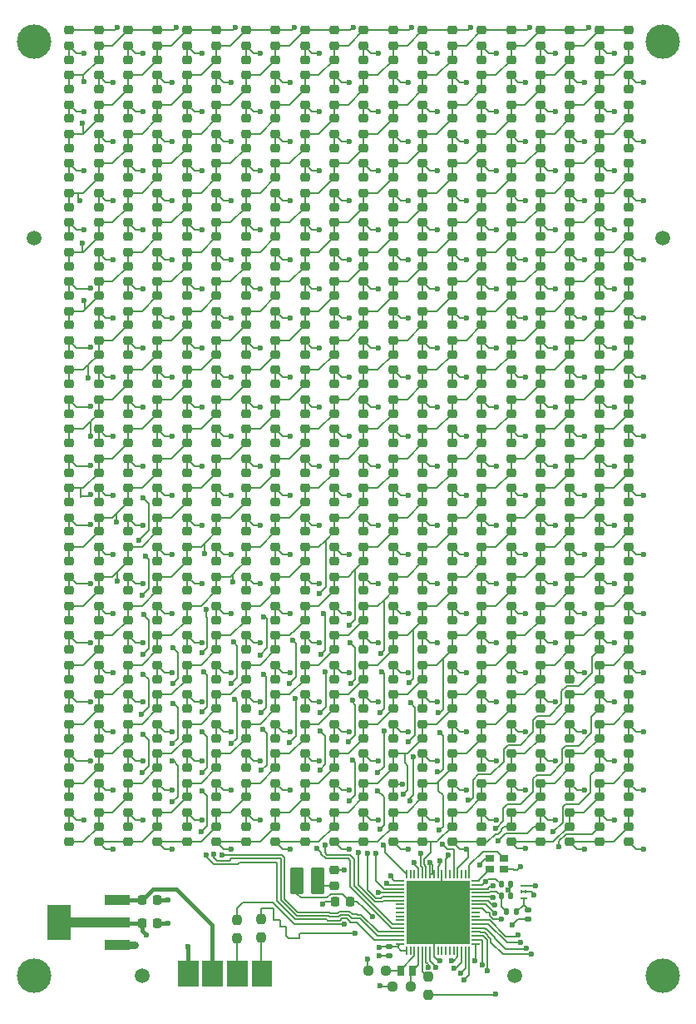
<source format=gtl>
%TF.GenerationSoftware,KiCad,Pcbnew,9.0.1*%
%TF.CreationDate,2025-10-31T14:17:25-04:00*%
%TF.ProjectId,main_display_board,6d61696e-5f64-4697-9370-6c61795f626f,rev?*%
%TF.SameCoordinates,Original*%
%TF.FileFunction,Copper,L1,Top*%
%TF.FilePolarity,Positive*%
%FSLAX46Y46*%
G04 Gerber Fmt 4.6, Leading zero omitted, Abs format (unit mm)*
G04 Created by KiCad (PCBNEW 9.0.1) date 2025-10-31 14:17:25*
%MOMM*%
%LPD*%
G01*
G04 APERTURE LIST*
G04 Aperture macros list*
%AMRoundRect*
0 Rectangle with rounded corners*
0 $1 Rounding radius*
0 $2 $3 $4 $5 $6 $7 $8 $9 X,Y pos of 4 corners*
0 Add a 4 corners polygon primitive as box body*
4,1,4,$2,$3,$4,$5,$6,$7,$8,$9,$2,$3,0*
0 Add four circle primitives for the rounded corners*
1,1,$1+$1,$2,$3*
1,1,$1+$1,$4,$5*
1,1,$1+$1,$6,$7*
1,1,$1+$1,$8,$9*
0 Add four rect primitives between the rounded corners*
20,1,$1+$1,$2,$3,$4,$5,0*
20,1,$1+$1,$4,$5,$6,$7,0*
20,1,$1+$1,$6,$7,$8,$9,0*
20,1,$1+$1,$8,$9,$2,$3,0*%
G04 Aperture macros list end*
%TA.AperFunction,Conductor*%
%ADD10C,0.100000*%
%TD*%
%TA.AperFunction,SMDPad,CuDef*%
%ADD11RoundRect,0.218750X0.256250X-0.218750X0.256250X0.218750X-0.256250X0.218750X-0.256250X-0.218750X0*%
%TD*%
%TA.AperFunction,SMDPad,CuDef*%
%ADD12C,1.500000*%
%TD*%
%TA.AperFunction,SMDPad,CuDef*%
%ADD13RoundRect,0.225000X0.225000X0.250000X-0.225000X0.250000X-0.225000X-0.250000X0.225000X-0.250000X0*%
%TD*%
%TA.AperFunction,SMDPad,CuDef*%
%ADD14R,2.500000X1.100000*%
%TD*%
%TA.AperFunction,SMDPad,CuDef*%
%ADD15R,2.340000X3.600000*%
%TD*%
%TA.AperFunction,SMDPad,CuDef*%
%ADD16R,0.711200X0.279400*%
%TD*%
%TA.AperFunction,SMDPad,CuDef*%
%ADD17R,0.254000X0.457200*%
%TD*%
%TA.AperFunction,SMDPad,CuDef*%
%ADD18RoundRect,0.225000X-0.225000X-0.250000X0.225000X-0.250000X0.225000X0.250000X-0.225000X0.250000X0*%
%TD*%
%TA.AperFunction,SMDPad,CuDef*%
%ADD19RoundRect,0.237500X0.250000X0.237500X-0.250000X0.237500X-0.250000X-0.237500X0.250000X-0.237500X0*%
%TD*%
%TA.AperFunction,SMDPad,CuDef*%
%ADD20RoundRect,0.147500X-0.147500X-0.172500X0.147500X-0.172500X0.147500X0.172500X-0.147500X0.172500X0*%
%TD*%
%TA.AperFunction,SMDPad,CuDef*%
%ADD21RoundRect,0.237500X0.237500X-0.250000X0.237500X0.250000X-0.237500X0.250000X-0.237500X-0.250000X0*%
%TD*%
%TA.AperFunction,SMDPad,CuDef*%
%ADD22RoundRect,0.140000X-0.170000X0.140000X-0.170000X-0.140000X0.170000X-0.140000X0.170000X0.140000X0*%
%TD*%
%TA.AperFunction,ComponentPad*%
%ADD23C,2.600000*%
%TD*%
%TA.AperFunction,ConnectorPad*%
%ADD24C,3.500000*%
%TD*%
%TA.AperFunction,SMDPad,CuDef*%
%ADD25R,0.800000X1.000000*%
%TD*%
%TA.AperFunction,SMDPad,CuDef*%
%ADD26RoundRect,0.140000X0.140000X0.170000X-0.140000X0.170000X-0.140000X-0.170000X0.140000X-0.170000X0*%
%TD*%
%TA.AperFunction,SMDPad,CuDef*%
%ADD27R,0.900000X0.800000*%
%TD*%
%TA.AperFunction,SMDPad,CuDef*%
%ADD28RoundRect,0.249999X0.450001X1.100001X-0.450001X1.100001X-0.450001X-1.100001X0.450001X-1.100001X0*%
%TD*%
%TA.AperFunction,SMDPad,CuDef*%
%ADD29RoundRect,0.140000X-0.140000X-0.170000X0.140000X-0.170000X0.140000X0.170000X-0.140000X0.170000X0*%
%TD*%
%TA.AperFunction,SMDPad,CuDef*%
%ADD30RoundRect,0.218750X-0.256250X0.218750X-0.256250X-0.218750X0.256250X-0.218750X0.256250X0.218750X0*%
%TD*%
%TA.AperFunction,SMDPad,CuDef*%
%ADD31R,0.203200X0.812800*%
%TD*%
%TA.AperFunction,SMDPad,CuDef*%
%ADD32R,0.812800X0.203200*%
%TD*%
%TA.AperFunction,SMDPad,CuDef*%
%ADD33R,6.502400X6.502400*%
%TD*%
%TA.AperFunction,ViaPad*%
%ADD34C,0.600000*%
%TD*%
%TA.AperFunction,ViaPad*%
%ADD35C,1.000000*%
%TD*%
%TA.AperFunction,Conductor*%
%ADD36C,0.150000*%
%TD*%
%TA.AperFunction,Conductor*%
%ADD37C,0.200000*%
%TD*%
%TA.AperFunction,Conductor*%
%ADD38C,0.400000*%
%TD*%
%TA.AperFunction,Conductor*%
%ADD39C,1.000000*%
%TD*%
%TA.AperFunction,Conductor*%
%ADD40C,0.800000*%
%TD*%
G04 APERTURE END LIST*
%TO.N,SERIAL_D+*%
D10*
X70650000Y-136950000D02*
X72650000Y-136950000D01*
X72650000Y-139450000D01*
X70650000Y-139450000D01*
X70650000Y-136950000D01*
%TA.AperFunction,Conductor*%
G36*
X70650000Y-136950000D02*
G01*
X72650000Y-136950000D01*
X72650000Y-139450000D01*
X70650000Y-139450000D01*
X70650000Y-136950000D01*
G37*
%TD.AperFunction*%
%TO.N,SERIAL_D-*%
X68150000Y-136950000D02*
X70150000Y-136950000D01*
X70150000Y-139450000D01*
X68150000Y-139450000D01*
X68150000Y-136950000D01*
%TA.AperFunction,Conductor*%
G36*
X68150000Y-136950000D02*
G01*
X70150000Y-136950000D01*
X70150000Y-139450000D01*
X68150000Y-139450000D01*
X68150000Y-136950000D01*
G37*
%TD.AperFunction*%
%TO.N,GND*%
X63150000Y-136950000D02*
X65150000Y-136950000D01*
X65150000Y-139450000D01*
X63150000Y-139450000D01*
X63150000Y-136950000D01*
%TA.AperFunction,Conductor*%
G36*
X63150000Y-136950000D02*
G01*
X65150000Y-136950000D01*
X65150000Y-139450000D01*
X63150000Y-139450000D01*
X63150000Y-136950000D01*
G37*
%TD.AperFunction*%
%TO.N,/USB_M_IN_5V*%
X65650000Y-136950000D02*
X67650000Y-136950000D01*
X67650000Y-139450000D01*
X65650000Y-139450000D01*
X65650000Y-136950000D01*
%TA.AperFunction,Conductor*%
G36*
X65650000Y-136950000D02*
G01*
X67650000Y-136950000D01*
X67650000Y-139450000D01*
X65650000Y-139450000D01*
X65650000Y-136950000D01*
G37*
%TD.AperFunction*%
%TD*%
D11*
%TO.P,REF\u002A\u002A5,1*%
%TO.N,LED_2*%
X58075000Y-46875000D03*
%TO.P,REF\u002A\u002A5,2*%
%TO.N,LED_5*%
X58075000Y-45300000D03*
%TD*%
%TO.P,REF\u002A\u002A43,1*%
%TO.N,LED_9*%
X52075000Y-49875000D03*
%TO.P,REF\u002A\u002A43,2*%
%TO.N,LED_3*%
X52075000Y-48300000D03*
%TD*%
%TO.P,REF\u002A\u002A136,1*%
%TO.N,LED_21*%
X73075000Y-61875000D03*
%TO.P,REF\u002A\u002A136,2*%
%TO.N,LED_5*%
X73075000Y-60300000D03*
%TD*%
%TO.P,REF\u002A\u002A327,1*%
%TO.N,LED_14*%
X58075000Y-91875000D03*
%TO.P,REF\u002A\u002A327,2*%
%TO.N,LED_18*%
X58075000Y-90300000D03*
%TD*%
%TO.P,REF\u002A\u002A340,1*%
%TO.N,LED_12*%
X79075000Y-91875000D03*
%TO.P,REF\u002A\u002A340,2*%
%TO.N,LED_7*%
X79075000Y-90300000D03*
%TD*%
%TO.P,REF\u002A\u002A313,1*%
%TO.N,LED_27*%
X100075000Y-88875000D03*
%TO.P,REF\u002A\u002A313,2*%
%TO.N,LED_5*%
X100075000Y-87300000D03*
%TD*%
%TO.P,REF\u002A\u002A405,1*%
%TO.N,LED_13*%
X58075000Y-106875000D03*
%TO.P,REF\u002A\u002A405,2*%
%TO.N,LED_15*%
X58075000Y-105300000D03*
%TD*%
%TO.P,REF\u002A\u002A27,1*%
%TO.N,LED_22*%
X88075000Y-43875000D03*
%TO.P,REF\u002A\u002A27,2*%
%TO.N,LED_23*%
X88075000Y-42300000D03*
%TD*%
%TO.P,REF\u002A\u002A318,1*%
%TO.N,LED_3*%
X109075000Y-88875000D03*
%TO.P,REF\u002A\u002A318,2*%
%TO.N,LED_25*%
X109075000Y-87300000D03*
%TD*%
%TO.P,REF\u002A\u002A512,1*%
%TO.N,LED_26*%
X97075000Y-115875000D03*
%TO.P,REF\u002A\u002A512,2*%
%TO.N,LED_6*%
X97075000Y-114300000D03*
%TD*%
%TO.P,REF\u002A\u002A464,1*%
%TO.N,LED_25*%
X85075000Y-109875000D03*
%TO.P,REF\u002A\u002A464,2*%
%TO.N,LED_16*%
X85075000Y-108300000D03*
%TD*%
%TO.P,REF\u002A\u002A164,1*%
%TO.N,LED_22*%
X55075000Y-67875000D03*
%TO.P,REF\u002A\u002A164,2*%
%TO.N,LED_7*%
X55075000Y-66300000D03*
%TD*%
%TO.P,REF\u002A\u002A528,1*%
%TO.N,LED_10*%
X61075000Y-121875000D03*
%TO.P,REF\u002A\u002A528,2*%
%TO.N,LED_25*%
X61075000Y-120300000D03*
%TD*%
%TO.P,REF\u002A\u002A295,1*%
%TO.N,LED_6*%
X70075000Y-85875000D03*
%TO.P,REF\u002A\u002A295,2*%
%TO.N,LED_20*%
X70075000Y-84300000D03*
%TD*%
%TO.P,REF\u002A\u002A18,1*%
%TO.N,LED_1*%
X79075000Y-46875000D03*
%TO.P,REF\u002A\u002A18,2*%
%TO.N,LED_22*%
X79075000Y-45300000D03*
%TD*%
%TO.P,REF\u002A\u002A309,1*%
%TO.N,LED_10*%
X94075000Y-88875000D03*
%TO.P,REF\u002A\u002A309,2*%
%TO.N,LED_4*%
X94075000Y-87300000D03*
%TD*%
%TO.P,REF\u002A\u002A8,1*%
%TO.N,LED_2*%
X61075000Y-43875000D03*
%TO.P,REF\u002A\u002A8,2*%
%TO.N,LED_3*%
X61075000Y-42300000D03*
%TD*%
%TO.P,REF\u002A\u002A266,1*%
%TO.N,LED_4*%
X91075000Y-82875000D03*
%TO.P,REF\u002A\u002A266,2*%
%TO.N,LED_12*%
X91075000Y-81300000D03*
%TD*%
%TO.P,REF\u002A\u002A270,1*%
%TO.N,LED_5*%
X97075000Y-82875000D03*
%TO.P,REF\u002A\u002A270,2*%
%TO.N,LED_11*%
X97075000Y-81300000D03*
%TD*%
%TO.P,REF\u002A\u002A524,1*%
%TO.N,LED_11*%
X55075000Y-121875000D03*
%TO.P,REF\u002A\u002A524,2*%
%TO.N,LED_27*%
X55075000Y-120300000D03*
%TD*%
%TO.P,REF\u002A\u002A75,1*%
%TO.N,LED_23*%
X100075000Y-49875000D03*
%TO.P,REF\u002A\u002A75,2*%
%TO.N,LED_18*%
X100075000Y-48300000D03*
%TD*%
%TO.P,REF\u002A\u002A143,1*%
%TO.N,LED_3*%
X82075000Y-61875000D03*
%TO.P,REF\u002A\u002A143,2*%
%TO.N,LED_19*%
X82075000Y-60300000D03*
%TD*%
%TO.P,REF\u002A\u002A50,1*%
%TO.N,LED_5*%
X67075000Y-52875000D03*
%TO.P,REF\u002A\u002A50,2*%
%TO.N,LED_0*%
X67075000Y-51300000D03*
%TD*%
%TO.P,REF\u002A\u002A268,1*%
%TO.N,LED_12*%
X91075000Y-79875000D03*
%TO.P,REF\u002A\u002A268,2*%
%TO.N,LED_5*%
X91075000Y-78300000D03*
%TD*%
%TO.P,REF\u002A\u002A228,1*%
%TO.N,LED_13*%
X91075000Y-73875000D03*
%TO.P,REF\u002A\u002A228,2*%
%TO.N,LED_3*%
X91075000Y-72300000D03*
%TD*%
%TO.P,REF\u002A\u002A379,1*%
%TO.N,LED_16*%
X76075000Y-97875000D03*
%TO.P,REF\u002A\u002A379,2*%
%TO.N,LED_12*%
X76075000Y-96300000D03*
%TD*%
%TO.P,REF\u002A\u002A337,1*%
%TO.N,LED_12*%
X76075000Y-94875000D03*
%TO.P,REF\u002A\u002A337,2*%
%TO.N,LED_6*%
X76075000Y-93300000D03*
%TD*%
D12*
%TO.P,FM1,*%
%TO.N,*%
X48475000Y-63437500D03*
%TD*%
D11*
%TO.P,REF\u002A\u002A209,1*%
%TO.N,LED_19*%
X64075000Y-76875000D03*
%TO.P,REF\u002A\u002A209,2*%
%TO.N,LED_7*%
X64075000Y-75300000D03*
%TD*%
%TO.P,REF\u002A\u002A86,1*%
%TO.N,LED_9*%
X61075000Y-58875000D03*
%TO.P,REF\u002A\u002A86,2*%
%TO.N,LED_0*%
X61075000Y-57300000D03*
%TD*%
%TO.P,REF\u002A\u002A517,1*%
%TO.N,LED_24*%
X106075000Y-118875000D03*
%TO.P,REF\u002A\u002A517,2*%
%TO.N,LED_7*%
X106075000Y-117300000D03*
%TD*%
%TO.P,REF\u002A\u002A173,1*%
%TO.N,LED_19*%
X70075000Y-70875000D03*
%TO.P,REF\u002A\u002A173,2*%
%TO.N,LED_9*%
X70075000Y-69300000D03*
%TD*%
%TO.P,REF\u002A\u002A251,1*%
%TO.N,LED_6*%
X64075000Y-79875000D03*
%TO.P,REF\u002A\u002A251,2*%
%TO.N,LED_19*%
X64075000Y-78300000D03*
%TD*%
%TO.P,REF\u002A\u002A409,1*%
%TO.N,LED_12*%
X64075000Y-106875000D03*
%TO.P,REF\u002A\u002A409,2*%
%TO.N,LED_26*%
X64075000Y-105300000D03*
%TD*%
%TO.P,REF\u002A\u002A415,1*%
%TO.N,LED_14*%
X70075000Y-103875000D03*
%TO.P,REF\u002A\u002A415,2*%
%TO.N,LED_12*%
X70075000Y-102300000D03*
%TD*%
%TO.P,REF\u002A\u002A508,1*%
%TO.N,LED_15*%
X91075000Y-115875000D03*
%TO.P,REF\u002A\u002A508,2*%
%TO.N,LED_16*%
X91075000Y-114300000D03*
%TD*%
%TO.P,REF\u002A\u002A254,1*%
%TO.N,LED_7*%
X73075000Y-82875000D03*
%TO.P,REF\u002A\u002A254,2*%
%TO.N,LED_20*%
X73075000Y-81300000D03*
%TD*%
%TO.P,REF\u002A\u002A34,1*%
%TO.N,LED_21*%
X103075000Y-46875000D03*
%TO.P,REF\u002A\u002A34,2*%
%TO.N,LED_18*%
X103075000Y-45300000D03*
%TD*%
%TO.P,REF\u002A\u002A463,1*%
%TO.N,LED_24*%
X82075000Y-109875000D03*
%TO.P,REF\u002A\u002A463,2*%
%TO.N,LED_27*%
X82075000Y-108300000D03*
%TD*%
%TO.P,REF\u002A\u002A128,1*%
%TO.N,LED_22*%
X61075000Y-61875000D03*
%TO.P,REF\u002A\u002A128,2*%
%TO.N,LED_9*%
X61075000Y-60300000D03*
%TD*%
%TO.P,REF\u002A\u002A269,1*%
%TO.N,LED_11*%
X94075000Y-82875000D03*
%TO.P,REF\u002A\u002A269,2*%
%TO.N,LED_5*%
X94075000Y-81300000D03*
%TD*%
%TO.P,REF\u002A\u002A468,1*%
%TO.N,LED_28*%
X91075000Y-109875000D03*
%TO.P,REF\u002A\u002A468,2*%
%TO.N,LED_6*%
X91075000Y-108300000D03*
%TD*%
%TO.P,REF\u002A\u002A208,1*%
%TO.N,LED_21*%
X61075000Y-73875000D03*
%TO.P,REF\u002A\u002A208,2*%
%TO.N,LED_7*%
X61075000Y-72300000D03*
%TD*%
%TO.P,REF\u002A\u002A354,1*%
%TO.N,LED_4*%
X103075000Y-94875000D03*
%TO.P,REF\u002A\u002A354,2*%
%TO.N,LED_25*%
X103075000Y-93300000D03*
%TD*%
%TO.P,REF\u002A\u002A191,1*%
%TO.N,LED_2*%
X94075000Y-67875000D03*
%TO.P,REF\u002A\u002A191,2*%
%TO.N,LED_17*%
X94075000Y-66300000D03*
%TD*%
%TO.P,REF\u002A\u002A391,1*%
%TO.N,LED_8*%
X94075000Y-97875000D03*
%TO.P,REF\u002A\u002A391,2*%
%TO.N,LED_27*%
X94075000Y-96300000D03*
%TD*%
%TO.P,REF\u002A\u002A348,1*%
%TO.N,LED_10*%
X91075000Y-91875000D03*
%TO.P,REF\u002A\u002A348,2*%
%TO.N,LED_9*%
X91075000Y-90300000D03*
%TD*%
D13*
%TO.P,C18,1*%
%TO.N,/SMPSFB*%
X80700000Y-130950000D03*
%TO.P,C18,2*%
%TO.N,GND*%
X79150000Y-130950000D03*
%TD*%
D11*
%TO.P,REF\u002A\u002A204,1*%
%TO.N,LED_23*%
X55075000Y-73875000D03*
%TO.P,REF\u002A\u002A204,2*%
%TO.N,LED_6*%
X55075000Y-72300000D03*
%TD*%
%TO.P,REF\u002A\u002A504,1*%
%TO.N,LED_28*%
X85075000Y-115875000D03*
%TO.P,REF\u002A\u002A504,2*%
%TO.N,LED_24*%
X85075000Y-114300000D03*
%TD*%
%TO.P,REF\u002A\u002A535,1*%
%TO.N,LED_28*%
X70075000Y-121875000D03*
%TO.P,REF\u002A\u002A535,2*%
%TO.N,LED_27*%
X70075000Y-120300000D03*
%TD*%
%TO.P,REF\u002A\u002A300,1*%
%TO.N,LED_13*%
X79075000Y-85875000D03*
%TO.P,REF\u002A\u002A300,2*%
%TO.N,LED_8*%
X79075000Y-84300000D03*
%TD*%
%TO.P,REF\u002A\u002A134,1*%
%TO.N,LED_4*%
X73075000Y-64875000D03*
%TO.P,REF\u002A\u002A134,2*%
%TO.N,LED_21*%
X73075000Y-63300000D03*
%TD*%
%TO.P,REF\u002A\u002A448,1*%
%TO.N,LED_12*%
X61075000Y-109875000D03*
%TO.P,REF\u002A\u002A448,2*%
%TO.N,LED_15*%
X61075000Y-108300000D03*
%TD*%
%TO.P,REF\u002A\u002A118,1*%
%TO.N,LED_23*%
X109075000Y-58875000D03*
%TO.P,REF\u002A\u002A118,2*%
%TO.N,LED_13*%
X109075000Y-57300000D03*
%TD*%
%TO.P,REF\u002A\u002A533,1*%
%TO.N,LED_25*%
X70075000Y-124875000D03*
%TO.P,REF\u002A\u002A533,2*%
%TO.N,LED_28*%
X70075000Y-123300000D03*
%TD*%
%TO.P,REF\u002A\u002A453,1*%
%TO.N,LED_10*%
X70075000Y-112875000D03*
%TO.P,REF\u002A\u002A453,2*%
%TO.N,LED_26*%
X70075000Y-111300000D03*
%TD*%
%TO.P,REF\u002A\u002A352,1*%
%TO.N,LED_27*%
X97075000Y-91875000D03*
%TO.P,REF\u002A\u002A352,2*%
%TO.N,LED_4*%
X97075000Y-90300000D03*
%TD*%
%TO.P,REF\u002A\u002A514,1*%
%TO.N,LED_6*%
X103075000Y-118875000D03*
%TO.P,REF\u002A\u002A514,2*%
%TO.N,LED_14*%
X103075000Y-117300000D03*
%TD*%
%TO.P,REF\u002A\u002A23,1*%
%TO.N,LED_0*%
X82075000Y-43875000D03*
%TO.P,REF\u002A\u002A23,2*%
%TO.N,LED_22*%
X82075000Y-42300000D03*
%TD*%
%TO.P,REF\u002A\u002A511,1*%
%TO.N,LED_16*%
X94075000Y-115875000D03*
%TO.P,REF\u002A\u002A511,2*%
%TO.N,LED_15*%
X94075000Y-114300000D03*
%TD*%
%TO.P,REF\u002A\u002A454,1*%
%TO.N,LED_26*%
X73075000Y-112875000D03*
%TO.P,REF\u002A\u002A454,2*%
%TO.N,LED_10*%
X73075000Y-111300000D03*
%TD*%
%TO.P,REF\u002A\u002A162,1*%
%TO.N,LED_6*%
X55075000Y-70875000D03*
%TO.P,REF\u002A\u002A162,2*%
%TO.N,LED_22*%
X55075000Y-69300000D03*
%TD*%
%TO.P,REF\u002A\u002A444,1*%
%TO.N,LED_13*%
X55075000Y-109875000D03*
%TO.P,REF\u002A\u002A444,2*%
%TO.N,LED_28*%
X55075000Y-108300000D03*
%TD*%
%TO.P,REF\u002A\u002A434,1*%
%TO.N,LED_8*%
X103075000Y-106875000D03*
%TO.P,REF\u002A\u002A434,2*%
%TO.N,LED_15*%
X103075000Y-105300000D03*
%TD*%
%TO.P,REF\u002A\u002A390,1*%
%TO.N,LED_8*%
X97075000Y-100875000D03*
%TO.P,REF\u002A\u002A390,2*%
%TO.N,LED_25*%
X97075000Y-99300000D03*
%TD*%
%TO.P,REF\u002A\u002A99,1*%
%TO.N,LED_3*%
X76075000Y-55875000D03*
%TO.P,REF\u002A\u002A99,2*%
%TO.N,LED_23*%
X76075000Y-54300000D03*
%TD*%
%TO.P,REF\u002A\u002A243,1*%
%TO.N,LED_24*%
X52075000Y-79875000D03*
%TO.P,REF\u002A\u002A243,2*%
%TO.N,LED_23*%
X52075000Y-78300000D03*
%TD*%
%TO.P,REF\u002A\u002A410,1*%
%TO.N,LED_26*%
X67075000Y-106875000D03*
%TO.P,REF\u002A\u002A410,2*%
%TO.N,LED_12*%
X67075000Y-105300000D03*
%TD*%
%TO.P,REF\u002A\u002A98,1*%
%TO.N,LED_3*%
X79075000Y-58875000D03*
%TO.P,REF\u002A\u002A98,2*%
%TO.N,LED_21*%
X79075000Y-57300000D03*
%TD*%
%TO.P,REF\u002A\u002A180,1*%
%TO.N,LED_18*%
X79075000Y-67875000D03*
%TO.P,REF\u002A\u002A180,2*%
%TO.N,LED_5*%
X79075000Y-66300000D03*
%TD*%
%TO.P,REF\u002A\u002A239,1*%
%TO.N,LED_1*%
X106075000Y-73875000D03*
%TO.P,REF\u002A\u002A239,2*%
%TO.N,LED_11*%
X106075000Y-72300000D03*
%TD*%
%TO.P,REF\u002A\u002A224,1*%
%TO.N,LED_17*%
X85075000Y-73875000D03*
%TO.P,REF\u002A\u002A224,2*%
%TO.N,LED_5*%
X85075000Y-72300000D03*
%TD*%
%TO.P,REF\u002A\u002A46,1*%
%TO.N,LED_4*%
X61075000Y-52875000D03*
%TO.P,REF\u002A\u002A46,2*%
%TO.N,LED_1*%
X61075000Y-51300000D03*
%TD*%
%TO.P,REF\u002A\u002A276,1*%
%TO.N,LED_10*%
X103075000Y-79875000D03*
%TO.P,REF\u002A\u002A276,2*%
%TO.N,LED_2*%
X103075000Y-78300000D03*
%TD*%
%TO.P,REF\u002A\u002A186,1*%
%TO.N,LED_3*%
X91075000Y-70875000D03*
%TO.P,REF\u002A\u002A186,2*%
%TO.N,LED_17*%
X91075000Y-69300000D03*
%TD*%
%TO.P,REF\u002A\u002A114,1*%
%TO.N,LED_22*%
X103075000Y-58875000D03*
%TO.P,REF\u002A\u002A114,2*%
%TO.N,LED_17*%
X103075000Y-57300000D03*
%TD*%
%TO.P,REF\u002A\u002A413,1*%
%TO.N,LED_11*%
X70075000Y-106875000D03*
%TO.P,REF\u002A\u002A413,2*%
%TO.N,LED_14*%
X70075000Y-105300000D03*
%TD*%
%TO.P,REF\u002A\u002A446,1*%
%TO.N,LED_28*%
X61075000Y-112875000D03*
%TO.P,REF\u002A\u002A446,2*%
%TO.N,LED_12*%
X61075000Y-111300000D03*
%TD*%
%TO.P,REF\u002A\u002A79,1*%
%TO.N,LED_21*%
X106075000Y-49875000D03*
%TO.P,REF\u002A\u002A79,2*%
%TO.N,LED_20*%
X106075000Y-48300000D03*
%TD*%
%TO.P,REF\u002A\u002A52,1*%
%TO.N,LED_0*%
X67075000Y-49875000D03*
%TO.P,REF\u002A\u002A52,2*%
%TO.N,LED_3*%
X67075000Y-48300000D03*
%TD*%
%TO.P,REF\u002A\u002A185,1*%
%TO.N,LED_17*%
X88075000Y-70875000D03*
%TO.P,REF\u002A\u002A185,2*%
%TO.N,LED_3*%
X88075000Y-69300000D03*
%TD*%
%TO.P,REF\u002A\u002A290,1*%
%TO.N,LED_16*%
X67075000Y-88875000D03*
%TO.P,REF\u002A\u002A290,2*%
%TO.N,LED_20*%
X67075000Y-87300000D03*
%TD*%
%TO.P,REF\u002A\u002A393,1*%
%TO.N,LED_28*%
X100075000Y-100875000D03*
%TO.P,REF\u002A\u002A393,2*%
%TO.N,LED_9*%
X100075000Y-99300000D03*
%TD*%
%TO.P,REF\u002A\u002A233,1*%
%TO.N,LED_11*%
X100075000Y-76875000D03*
%TO.P,REF\u002A\u002A233,2*%
%TO.N,LED_2*%
X100075000Y-75300000D03*
%TD*%
%TO.P,REF\u002A\u002A234,1*%
%TO.N,LED_2*%
X103075000Y-76875000D03*
%TO.P,REF\u002A\u002A234,2*%
%TO.N,LED_11*%
X103075000Y-75300000D03*
%TD*%
%TO.P,REF\u002A\u002A282,1*%
%TO.N,LED_14*%
X55075000Y-88875000D03*
%TO.P,REF\u002A\u002A282,2*%
%TO.N,LED_19*%
X55075000Y-87300000D03*
%TD*%
%TO.P,REF\u002A\u002A457,1*%
%TO.N,LED_27*%
X76075000Y-112875000D03*
%TO.P,REF\u002A\u002A457,2*%
%TO.N,LED_14*%
X76075000Y-111300000D03*
%TD*%
%TO.P,REF\u002A\u002A31,1*%
%TO.N,LED_23*%
X94075000Y-43875000D03*
%TO.P,REF\u002A\u002A31,2*%
%TO.N,LED_21*%
X94075000Y-42300000D03*
%TD*%
%TO.P,REF\u002A\u002A48,1*%
%TO.N,LED_1*%
X61075000Y-49875000D03*
%TO.P,REF\u002A\u002A48,2*%
%TO.N,LED_5*%
X61075000Y-48300000D03*
%TD*%
%TO.P,REF\u002A\u002A124,1*%
%TO.N,LED_0*%
X55075000Y-61875000D03*
%TO.P,REF\u002A\u002A124,2*%
%TO.N,LED_8*%
X55075000Y-60300000D03*
%TD*%
%TO.P,REF\u002A\u002A492,1*%
%TO.N,LED_10*%
X67075000Y-115875000D03*
%TO.P,REF\u002A\u002A492,2*%
%TO.N,LED_15*%
X67075000Y-114300000D03*
%TD*%
%TO.P,REF\u002A\u002A367,1*%
%TO.N,LED_26*%
X58075000Y-97875000D03*
%TO.P,REF\u002A\u002A367,2*%
%TO.N,LED_20*%
X58075000Y-96300000D03*
%TD*%
%TO.P,REF\u002A\u002A170,1*%
%TO.N,LED_8*%
X67075000Y-70875000D03*
%TO.P,REF\u002A\u002A170,2*%
%TO.N,LED_21*%
X67075000Y-69300000D03*
%TD*%
%TO.P,REF\u002A\u002A329,1*%
%TO.N,LED_17*%
X64075000Y-94875000D03*
%TO.P,REF\u002A\u002A329,2*%
%TO.N,LED_24*%
X64075000Y-93300000D03*
%TD*%
%TO.P,REF\u002A\u002A472,1*%
%TO.N,LED_15*%
X97075000Y-109875000D03*
%TO.P,REF\u002A\u002A472,2*%
%TO.N,LED_7*%
X97075000Y-108300000D03*
%TD*%
%TO.P,REF\u002A\u002A179,1*%
%TO.N,LED_4*%
X76075000Y-67875000D03*
%TO.P,REF\u002A\u002A179,2*%
%TO.N,LED_19*%
X76075000Y-66300000D03*
%TD*%
%TO.P,REF\u002A\u002A241,1*%
%TO.N,LED_21*%
X52075000Y-82875000D03*
%TO.P,REF\u002A\u002A241,2*%
%TO.N,LED_24*%
X52075000Y-81300000D03*
%TD*%
%TO.P,REF\u002A\u002A452,1*%
%TO.N,LED_11*%
X67075000Y-109875000D03*
%TO.P,REF\u002A\u002A452,2*%
%TO.N,LED_26*%
X67075000Y-108300000D03*
%TD*%
%TO.P,REF\u002A\u002A123,1*%
%TO.N,LED_7*%
X52075000Y-61875000D03*
%TO.P,REF\u002A\u002A123,2*%
%TO.N,LED_1*%
X52075000Y-60300000D03*
%TD*%
%TO.P,REF\u002A\u002A429,1*%
%TO.N,LED_28*%
X94075000Y-106875000D03*
%TO.P,REF\u002A\u002A429,2*%
%TO.N,LED_7*%
X94075000Y-105300000D03*
%TD*%
%TO.P,REF\u002A\u002A112,1*%
%TO.N,LED_20*%
X97075000Y-55875000D03*
%TO.P,REF\u002A\u002A112,2*%
%TO.N,LED_22*%
X97075000Y-54300000D03*
%TD*%
%TO.P,REF\u002A\u002A365,1*%
%TO.N,LED_17*%
X58075000Y-100875000D03*
%TO.P,REF\u002A\u002A365,2*%
%TO.N,LED_26*%
X58075000Y-99300000D03*
%TD*%
%TO.P,REF\u002A\u002A211,1*%
%TO.N,LED_7*%
X64075000Y-73875000D03*
%TO.P,REF\u002A\u002A211,2*%
%TO.N,LED_21*%
X64075000Y-72300000D03*
%TD*%
%TO.P,REF\u002A\u002A304,1*%
%TO.N,LED_12*%
X85075000Y-85875000D03*
%TO.P,REF\u002A\u002A304,2*%
%TO.N,LED_9*%
X85075000Y-84300000D03*
%TD*%
%TO.P,REF\u002A\u002A176,1*%
%TO.N,LED_19*%
X73075000Y-67875000D03*
%TO.P,REF\u002A\u002A176,2*%
%TO.N,LED_4*%
X73075000Y-66300000D03*
%TD*%
%TO.P,REF\u002A\u002A349,1*%
%TO.N,LED_27*%
X94075000Y-94875000D03*
%TO.P,REF\u002A\u002A349,2*%
%TO.N,LED_9*%
X94075000Y-93300000D03*
%TD*%
%TO.P,REF\u002A\u002A206,1*%
%TO.N,LED_6*%
X61075000Y-76875000D03*
%TO.P,REF\u002A\u002A206,2*%
%TO.N,LED_21*%
X61075000Y-75300000D03*
%TD*%
%TO.P,REF\u002A\u002A291,1*%
%TO.N,LED_16*%
X64075000Y-85875000D03*
%TO.P,REF\u002A\u002A291,2*%
%TO.N,LED_18*%
X64075000Y-84300000D03*
%TD*%
%TO.P,REF\u002A\u002A411,1*%
%TO.N,LED_26*%
X64075000Y-103875000D03*
%TO.P,REF\u002A\u002A411,2*%
%TO.N,LED_13*%
X64075000Y-102300000D03*
%TD*%
%TO.P,REF\u002A\u002A484,1*%
%TO.N,LED_12*%
X55075000Y-115875000D03*
%TO.P,REF\u002A\u002A484,2*%
%TO.N,LED_25*%
X55075000Y-114300000D03*
%TD*%
%TO.P,REF\u002A\u002A265,1*%
%TO.N,LED_12*%
X88075000Y-82875000D03*
%TO.P,REF\u002A\u002A265,2*%
%TO.N,LED_4*%
X88075000Y-81300000D03*
%TD*%
%TO.P,REF\u002A\u002A13,1*%
%TO.N,LED_0*%
X70075000Y-46875000D03*
%TO.P,REF\u002A\u002A13,2*%
%TO.N,LED_2*%
X70075000Y-45300000D03*
%TD*%
%TO.P,REF\u002A\u002A538,1*%
%TO.N,LED_15*%
X79075000Y-124875000D03*
%TO.P,REF\u002A\u002A538,2*%
%TO.N,LED_28*%
X79075000Y-123300000D03*
%TD*%
D14*
%TO.P,VR_MCU1,1,ADJ/GND*%
%TO.N,GND*%
X56970000Y-135350000D03*
%TO.P,VR_MCU1,2,VOUT*%
%TO.N,/3.3V_PHONE*%
X56970000Y-133050000D03*
%TO.P,VR_MCU1,3,VIN*%
%TO.N,/USB_M_IN_5V*%
X56970000Y-130750000D03*
D15*
%TO.P,VR_MCU1,4,FIN*%
%TO.N,/3.3V_PHONE*%
X51030000Y-133050000D03*
%TD*%
D11*
%TO.P,REF\u002A\u002A368,1*%
%TO.N,LED_17*%
X61075000Y-97875000D03*
%TO.P,REF\u002A\u002A368,2*%
%TO.N,LED_14*%
X61075000Y-96300000D03*
%TD*%
%TO.P,REF\u002A\u002A500,1*%
%TO.N,LED_25*%
X79075000Y-115875000D03*
%TO.P,REF\u002A\u002A500,2*%
%TO.N,LED_14*%
X79075000Y-114300000D03*
%TD*%
%TO.P,REF\u002A\u002A421,1*%
%TO.N,LED_27*%
X82075000Y-106875000D03*
%TO.P,REF\u002A\u002A421,2*%
%TO.N,LED_16*%
X82075000Y-105300000D03*
%TD*%
%TO.P,REF\u002A\u002A230,1*%
%TO.N,LED_3*%
X97075000Y-76875000D03*
%TO.P,REF\u002A\u002A230,2*%
%TO.N,LED_12*%
X97075000Y-75300000D03*
%TD*%
%TO.P,REF\u002A\u002A129,1*%
%TO.N,LED_23*%
X64075000Y-64875000D03*
%TO.P,REF\u002A\u002A129,2*%
%TO.N,LED_9*%
X64075000Y-63300000D03*
%TD*%
%TO.P,REF\u002A\u002A59,1*%
%TO.N,LED_2*%
X76075000Y-49875000D03*
%TO.P,REF\u002A\u002A59,2*%
%TO.N,LED_22*%
X76075000Y-48300000D03*
%TD*%
%TO.P,REF\u002A\u002A549,1*%
%TO.N,LED_14*%
X94075000Y-124875000D03*
%TO.P,REF\u002A\u002A549,2*%
%TO.N,LED_24*%
X94075000Y-123300000D03*
%TD*%
%TO.P,REF\u002A\u002A56,1*%
%TO.N,LED_22*%
X73075000Y-49875000D03*
%TO.P,REF\u002A\u002A56,2*%
%TO.N,LED_2*%
X73075000Y-48300000D03*
%TD*%
%TO.P,REF\u002A\u002A342,1*%
%TO.N,LED_7*%
X85075000Y-94875000D03*
%TO.P,REF\u002A\u002A342,2*%
%TO.N,LED_11*%
X85075000Y-93300000D03*
%TD*%
%TO.P,REF\u002A\u002A192,1*%
%TO.N,LED_13*%
X97075000Y-67875000D03*
%TO.P,REF\u002A\u002A192,2*%
%TO.N,LED_1*%
X97075000Y-66300000D03*
%TD*%
%TO.P,REF\u002A\u002A181,1*%
%TO.N,LED_20*%
X82075000Y-70875000D03*
%TO.P,REF\u002A\u002A181,2*%
%TO.N,LED_5*%
X82075000Y-69300000D03*
%TD*%
%TO.P,REF\u002A\u002A145,1*%
%TO.N,LED_20*%
X88075000Y-64875000D03*
%TO.P,REF\u002A\u002A145,2*%
%TO.N,LED_2*%
X88075000Y-63300000D03*
%TD*%
D16*
%TO.P,LPF_1,1,IN*%
%TO.N,/Matching_Network*%
X98346400Y-130559600D03*
D17*
%TO.P,LPF_1,2,GND*%
%TO.N,GND*%
X98117800Y-129950000D03*
D16*
%TO.P,LPF_1,3,OUT*%
%TO.N,/ANTENNA*%
X98346400Y-129340400D03*
D17*
%TO.P,LPF_1,4,GND*%
%TO.N,GND*%
X98575000Y-129950000D03*
%TD*%
D11*
%TO.P,REF\u002A\u002A175,1*%
%TO.N,LED_9*%
X70075000Y-67875000D03*
%TO.P,REF\u002A\u002A175,2*%
%TO.N,LED_21*%
X70075000Y-66300000D03*
%TD*%
%TO.P,REF\u002A\u002A556,1*%
%TO.N,LED_24*%
X103075000Y-121875000D03*
%TO.P,REF\u002A\u002A556,2*%
%TO.N,LED_6*%
X103075000Y-120300000D03*
%TD*%
%TO.P,REF\u002A\u002A287,1*%
%TO.N,LED_24*%
X58075000Y-85875000D03*
%TO.P,REF\u002A\u002A287,2*%
%TO.N,LED_19*%
X58075000Y-84300000D03*
%TD*%
%TO.P,REF\u002A\u002A144,1*%
%TO.N,LED_18*%
X85075000Y-61875000D03*
%TO.P,REF\u002A\u002A144,2*%
%TO.N,LED_2*%
X85075000Y-60300000D03*
%TD*%
%TO.P,REF\u002A\u002A203,1*%
%TO.N,LED_16*%
X52075000Y-73875000D03*
%TO.P,REF\u002A\u002A203,2*%
%TO.N,LED_22*%
X52075000Y-72300000D03*
%TD*%
%TO.P,REF\u002A\u002A473,1*%
%TO.N,LED_26*%
X100075000Y-112875000D03*
%TO.P,REF\u002A\u002A473,2*%
%TO.N,LED_7*%
X100075000Y-111300000D03*
%TD*%
%TO.P,REF\u002A\u002A132,1*%
%TO.N,LED_23*%
X67075000Y-61875000D03*
%TO.P,REF\u002A\u002A132,2*%
%TO.N,LED_4*%
X67075000Y-60300000D03*
%TD*%
%TO.P,REF\u002A\u002A534,1*%
%TO.N,LED_28*%
X73075000Y-124875000D03*
%TO.P,REF\u002A\u002A534,2*%
%TO.N,LED_25*%
X73075000Y-123300000D03*
%TD*%
%TO.P,REF\u002A\u002A242,1*%
%TO.N,LED_24*%
X55075000Y-82875000D03*
%TO.P,REF\u002A\u002A242,2*%
%TO.N,LED_21*%
X55075000Y-81300000D03*
%TD*%
%TO.P,REF\u002A\u002A432,1*%
%TO.N,LED_28*%
X97075000Y-103875000D03*
%TO.P,REF\u002A\u002A432,2*%
%TO.N,LED_8*%
X97075000Y-102300000D03*
%TD*%
%TO.P,REF\u002A\u002A439,1*%
%TO.N,LED_9*%
X106075000Y-103875000D03*
%TO.P,REF\u002A\u002A439,2*%
%TO.N,LED_15*%
X106075000Y-102300000D03*
%TD*%
%TO.P,REF\u002A\u002A67,1*%
%TO.N,LED_0*%
X88075000Y-49875000D03*
%TO.P,REF\u002A\u002A67,2*%
%TO.N,LED_21*%
X88075000Y-48300000D03*
%TD*%
%TO.P,REF\u002A\u002A526,1*%
%TO.N,LED_27*%
X61075000Y-124875000D03*
%TO.P,REF\u002A\u002A526,2*%
%TO.N,LED_10*%
X61075000Y-123300000D03*
%TD*%
%TO.P,REF\u002A\u002A40,1*%
%TO.N,LED_20*%
X109075000Y-43875000D03*
%TO.P,REF\u002A\u002A40,2*%
%TO.N,LED_18*%
X109075000Y-42300000D03*
%TD*%
%TO.P,REF\u002A\u002A257,1*%
%TO.N,LED_17*%
X76075000Y-82875000D03*
%TO.P,REF\u002A\u002A257,2*%
%TO.N,LED_8*%
X76075000Y-81300000D03*
%TD*%
%TO.P,REF\u002A\u002A127,1*%
%TO.N,LED_8*%
X58075000Y-61875000D03*
%TO.P,REF\u002A\u002A127,2*%
%TO.N,LED_0*%
X58075000Y-60300000D03*
%TD*%
%TO.P,REF\u002A\u002A530,1*%
%TO.N,LED_25*%
X67075000Y-124875000D03*
%TO.P,REF\u002A\u002A530,2*%
%TO.N,LED_27*%
X67075000Y-123300000D03*
%TD*%
%TO.P,REF\u002A\u002A331,1*%
%TO.N,LED_24*%
X64075000Y-91875000D03*
%TO.P,REF\u002A\u002A331,2*%
%TO.N,LED_20*%
X64075000Y-90300000D03*
%TD*%
%TO.P,REF\u002A\u002A341,1*%
%TO.N,LED_11*%
X82075000Y-94875000D03*
%TO.P,REF\u002A\u002A341,2*%
%TO.N,LED_7*%
X82075000Y-93300000D03*
%TD*%
%TO.P,REF\u002A\u002A395,1*%
%TO.N,LED_9*%
X100075000Y-97875000D03*
%TO.P,REF\u002A\u002A395,2*%
%TO.N,LED_25*%
X100075000Y-96300000D03*
%TD*%
%TO.P,REF\u002A\u002A302,1*%
%TO.N,LED_8*%
X85075000Y-88875000D03*
%TO.P,REF\u002A\u002A302,2*%
%TO.N,LED_12*%
X85075000Y-87300000D03*
%TD*%
%TO.P,REF\u002A\u002A370,1*%
%TO.N,LED_14*%
X67075000Y-100875000D03*
%TO.P,REF\u002A\u002A370,2*%
%TO.N,LED_13*%
X67075000Y-99300000D03*
%TD*%
%TO.P,REF\u002A\u002A344,1*%
%TO.N,LED_11*%
X85075000Y-91875000D03*
%TO.P,REF\u002A\u002A344,2*%
%TO.N,LED_8*%
X85075000Y-90300000D03*
%TD*%
%TO.P,REF\u002A\u002A193,1*%
%TO.N,LED_12*%
X100075000Y-70875000D03*
%TO.P,REF\u002A\u002A193,2*%
%TO.N,LED_1*%
X100075000Y-69300000D03*
%TD*%
%TO.P,REF\u002A\u002A171,1*%
%TO.N,LED_8*%
X64075000Y-67875000D03*
%TO.P,REF\u002A\u002A171,2*%
%TO.N,LED_23*%
X64075000Y-66300000D03*
%TD*%
%TO.P,REF\u002A\u002A525,1*%
%TO.N,LED_10*%
X58075000Y-124875000D03*
%TO.P,REF\u002A\u002A525,2*%
%TO.N,LED_27*%
X58075000Y-123300000D03*
%TD*%
%TO.P,REF\u002A\u002A384,1*%
%TO.N,LED_10*%
X85075000Y-97875000D03*
%TO.P,REF\u002A\u002A384,2*%
%TO.N,LED_7*%
X85075000Y-96300000D03*
%TD*%
%TO.P,REF\u002A\u002A246,1*%
%TO.N,LED_16*%
X61075000Y-82875000D03*
%TO.P,REF\u002A\u002A246,2*%
%TO.N,LED_19*%
X61075000Y-81300000D03*
%TD*%
%TO.P,REF\u002A\u002A84,1*%
%TO.N,LED_1*%
X55075000Y-55875000D03*
%TO.P,REF\u002A\u002A84,2*%
%TO.N,LED_9*%
X55075000Y-54300000D03*
%TD*%
%TO.P,REF\u002A\u002A198,1*%
%TO.N,LED_0*%
X109075000Y-70875000D03*
%TO.P,REF\u002A\u002A198,2*%
%TO.N,LED_11*%
X109075000Y-69300000D03*
%TD*%
%TO.P,REF\u002A\u002A159,1*%
%TO.N,LED_22*%
X106075000Y-61875000D03*
%TO.P,REF\u002A\u002A159,2*%
%TO.N,LED_13*%
X106075000Y-60300000D03*
%TD*%
%TO.P,REF\u002A\u002A520,1*%
%TO.N,LED_24*%
X109075000Y-115875000D03*
%TO.P,REF\u002A\u002A520,2*%
%TO.N,LED_8*%
X109075000Y-114300000D03*
%TD*%
%TO.P,REF\u002A\u002A93,1*%
%TO.N,LED_23*%
X70075000Y-58875000D03*
%TO.P,REF\u002A\u002A93,2*%
%TO.N,LED_5*%
X70075000Y-57300000D03*
%TD*%
%TO.P,REF\u002A\u002A187,1*%
%TO.N,LED_3*%
X88075000Y-67875000D03*
%TO.P,REF\u002A\u002A187,2*%
%TO.N,LED_20*%
X88075000Y-66300000D03*
%TD*%
%TO.P,REF\u002A\u002A303,1*%
%TO.N,LED_8*%
X82075000Y-85875000D03*
%TO.P,REF\u002A\u002A303,2*%
%TO.N,LED_13*%
X82075000Y-84300000D03*
%TD*%
%TO.P,REF\u002A\u002A412,1*%
%TO.N,LED_12*%
X67075000Y-103875000D03*
%TO.P,REF\u002A\u002A412,2*%
%TO.N,LED_14*%
X67075000Y-102300000D03*
%TD*%
%TO.P,REF\u002A\u002A20,1*%
%TO.N,LED_22*%
X79075000Y-43875000D03*
%TO.P,REF\u002A\u002A20,2*%
%TO.N,LED_0*%
X79075000Y-42300000D03*
%TD*%
%TO.P,REF\u002A\u002A443,1*%
%TO.N,LED_25*%
X52075000Y-109875000D03*
%TO.P,REF\u002A\u002A443,2*%
%TO.N,LED_17*%
X52075000Y-108300000D03*
%TD*%
%TO.P,REF\u002A\u002A61,1*%
%TO.N,LED_21*%
X82075000Y-52875000D03*
%TO.P,REF\u002A\u002A61,2*%
%TO.N,LED_1*%
X82075000Y-51300000D03*
%TD*%
%TO.P,REF\u002A\u002A399,1*%
%TO.N,LED_4*%
X106075000Y-97875000D03*
%TO.P,REF\u002A\u002A399,2*%
%TO.N,LED_28*%
X106075000Y-96300000D03*
%TD*%
%TO.P,REF\u002A\u002A210,1*%
%TO.N,LED_7*%
X67075000Y-76875000D03*
%TO.P,REF\u002A\u002A210,2*%
%TO.N,LED_19*%
X67075000Y-75300000D03*
%TD*%
D18*
%TO.P,C7,1*%
%TO.N,/USB_M_IN_5V*%
X59525000Y-130800000D03*
%TO.P,C7,2*%
%TO.N,GND*%
X61075000Y-130800000D03*
%TD*%
D11*
%TO.P,REF\u002A\u002A169,1*%
%TO.N,LED_21*%
X64075000Y-70875000D03*
%TO.P,REF\u002A\u002A169,2*%
%TO.N,LED_8*%
X64075000Y-69300000D03*
%TD*%
%TO.P,REF\u002A\u002A85,1*%
%TO.N,LED_0*%
X58075000Y-58875000D03*
%TO.P,REF\u002A\u002A85,2*%
%TO.N,LED_9*%
X58075000Y-57300000D03*
%TD*%
%TO.P,REF\u002A\u002A376,1*%
%TO.N,LED_12*%
X73075000Y-97875000D03*
%TO.P,REF\u002A\u002A376,2*%
%TO.N,LED_16*%
X73075000Y-96300000D03*
%TD*%
%TO.P,REF\u002A\u002A316,1*%
%TO.N,LED_27*%
X103075000Y-85875000D03*
%TO.P,REF\u002A\u002A316,2*%
%TO.N,LED_3*%
X103075000Y-84300000D03*
%TD*%
%TO.P,REF\u002A\u002A104,1*%
%TO.N,LED_19*%
X85075000Y-55875000D03*
%TO.P,REF\u002A\u002A104,2*%
%TO.N,LED_1*%
X85075000Y-54300000D03*
%TD*%
%TO.P,REF\u002A\u002A451,1*%
%TO.N,LED_15*%
X64075000Y-109875000D03*
%TO.P,REF\u002A\u002A451,2*%
%TO.N,LED_12*%
X64075000Y-108300000D03*
%TD*%
%TO.P,REF\u002A\u002A71,1*%
%TO.N,LED_22*%
X94075000Y-49875000D03*
%TO.P,REF\u002A\u002A71,2*%
%TO.N,LED_19*%
X94075000Y-48300000D03*
%TD*%
%TO.P,REF\u002A\u002A358,1*%
%TO.N,LED_5*%
X109075000Y-94875000D03*
%TO.P,REF\u002A\u002A358,2*%
%TO.N,LED_28*%
X109075000Y-93300000D03*
%TD*%
D19*
%TO.P,C10,1*%
%TO.N,/LSE_IN*%
X84337500Y-137977865D03*
%TO.P,C10,2*%
%TO.N,GND*%
X82512500Y-137977865D03*
%TD*%
D11*
%TO.P,REF\u002A\u002A202,1*%
%TO.N,LED_16*%
X55075000Y-76875000D03*
%TO.P,REF\u002A\u002A202,2*%
%TO.N,LED_23*%
X55075000Y-75300000D03*
%TD*%
%TO.P,REF\u002A\u002A377,1*%
%TO.N,LED_11*%
X76075000Y-100875000D03*
%TO.P,REF\u002A\u002A377,2*%
%TO.N,LED_16*%
X76075000Y-99300000D03*
%TD*%
%TO.P,REF\u002A\u002A388,1*%
%TO.N,LED_27*%
X91075000Y-97875000D03*
%TO.P,REF\u002A\u002A388,2*%
%TO.N,LED_8*%
X91075000Y-96300000D03*
%TD*%
%TO.P,REF\u002A\u002A499,1*%
%TO.N,LED_26*%
X76075000Y-115875000D03*
%TO.P,REF\u002A\u002A499,2*%
%TO.N,LED_27*%
X76075000Y-114300000D03*
%TD*%
%TO.P,REF\u002A\u002A546,1*%
%TO.N,LED_14*%
X91075000Y-124875000D03*
%TO.P,REF\u002A\u002A546,2*%
%TO.N,LED_26*%
X91075000Y-123300000D03*
%TD*%
%TO.P,REF\u002A\u002A470,1*%
%TO.N,LED_6*%
X97075000Y-112875000D03*
%TO.P,REF\u002A\u002A470,2*%
%TO.N,LED_15*%
X97075000Y-111300000D03*
%TD*%
%TO.P,REF\u002A\u002A87,1*%
%TO.N,LED_9*%
X58075000Y-55875000D03*
%TO.P,REF\u002A\u002A87,2*%
%TO.N,LED_1*%
X58075000Y-54300000D03*
%TD*%
%TO.P,REF\u002A\u002A218,1*%
%TO.N,LED_9*%
X79075000Y-76875000D03*
%TO.P,REF\u002A\u002A218,2*%
%TO.N,LED_20*%
X79075000Y-75300000D03*
%TD*%
%TO.P,REF\u002A\u002A165,1*%
%TO.N,LED_23*%
X58075000Y-70875000D03*
%TO.P,REF\u002A\u002A165,2*%
%TO.N,LED_7*%
X58075000Y-69300000D03*
%TD*%
%TO.P,REF\u002A\u002A469,1*%
%TO.N,LED_15*%
X94075000Y-112875000D03*
%TO.P,REF\u002A\u002A469,2*%
%TO.N,LED_6*%
X94075000Y-111300000D03*
%TD*%
%TO.P,REF\u002A\u002A261,1*%
%TO.N,LED_13*%
X82075000Y-82875000D03*
%TO.P,REF\u002A\u002A261,2*%
%TO.N,LED_9*%
X82075000Y-81300000D03*
%TD*%
%TO.P,REF\u002A\u002A397,1*%
%TO.N,LED_15*%
X106075000Y-100875000D03*
%TO.P,REF\u002A\u002A397,2*%
%TO.N,LED_4*%
X106075000Y-99300000D03*
%TD*%
%TO.P,REF\u002A\u002A523,1*%
%TO.N,LED_10*%
X52075000Y-121875000D03*
%TO.P,REF\u002A\u002A523,2*%
%TO.N,LED_12*%
X52075000Y-120300000D03*
%TD*%
%TO.P,REF\u002A\u002A539,1*%
%TO.N,LED_15*%
X76075000Y-121875000D03*
%TO.P,REF\u002A\u002A539,2*%
%TO.N,LED_25*%
X76075000Y-120300000D03*
%TD*%
%TO.P,REF\u002A\u002A24,1*%
%TO.N,LED_23*%
X85075000Y-43875000D03*
%TO.P,REF\u002A\u002A24,2*%
%TO.N,LED_22*%
X85075000Y-42300000D03*
%TD*%
%TO.P,REF\u002A\u002A68,1*%
%TO.N,LED_19*%
X91075000Y-49875000D03*
%TO.P,REF\u002A\u002A68,2*%
%TO.N,LED_22*%
X91075000Y-48300000D03*
%TD*%
%TO.P,REF\u002A\u002A315,1*%
%TO.N,LED_5*%
X100075000Y-85875000D03*
%TO.P,REF\u002A\u002A315,2*%
%TO.N,LED_10*%
X100075000Y-84300000D03*
%TD*%
%TO.P,REF\u002A\u002A369,1*%
%TO.N,LED_13*%
X64075000Y-100875000D03*
%TO.P,REF\u002A\u002A369,2*%
%TO.N,LED_14*%
X64075000Y-99300000D03*
%TD*%
%TO.P,REF\u002A\u002A537,1*%
%TO.N,LED_28*%
X76075000Y-124875000D03*
%TO.P,REF\u002A\u002A537,2*%
%TO.N,LED_15*%
X76075000Y-123300000D03*
%TD*%
%TO.P,REF\u002A\u002A140,1*%
%TO.N,LED_19*%
X79075000Y-61875000D03*
%TO.P,REF\u002A\u002A140,2*%
%TO.N,LED_3*%
X79075000Y-60300000D03*
%TD*%
%TO.P,REF\u002A\u002A529,1*%
%TO.N,LED_27*%
X64075000Y-124875000D03*
%TO.P,REF\u002A\u002A529,2*%
%TO.N,LED_25*%
X64075000Y-123300000D03*
%TD*%
D20*
%TO.P,L3,1,1*%
%TO.N,/RF1*%
X96625000Y-131987500D03*
%TO.P,L3,2,2*%
%TO.N,/Matching_Network*%
X97595000Y-131987500D03*
%TD*%
D11*
%TO.P,REF\u002A\u002A197,1*%
%TO.N,LED_11*%
X106075000Y-70875000D03*
%TO.P,REF\u002A\u002A197,2*%
%TO.N,LED_0*%
X106075000Y-69300000D03*
%TD*%
%TO.P,REF\u002A\u002A213,1*%
%TO.N,LED_18*%
X70075000Y-76875000D03*
%TO.P,REF\u002A\u002A213,2*%
%TO.N,LED_8*%
X70075000Y-75300000D03*
%TD*%
%TO.P,REF\u002A\u002A220,1*%
%TO.N,LED_20*%
X79075000Y-73875000D03*
%TO.P,REF\u002A\u002A220,2*%
%TO.N,LED_4*%
X79075000Y-72300000D03*
%TD*%
%TO.P,REF\u002A\u002A157,1*%
%TO.N,LED_12*%
X106075000Y-64875000D03*
%TO.P,REF\u002A\u002A157,2*%
%TO.N,LED_22*%
X106075000Y-63300000D03*
%TD*%
%TO.P,REF\u002A\u002A305,1*%
%TO.N,LED_11*%
X88075000Y-88875000D03*
%TO.P,REF\u002A\u002A305,2*%
%TO.N,LED_9*%
X88075000Y-87300000D03*
%TD*%
%TO.P,REF\u002A\u002A297,1*%
%TO.N,LED_13*%
X76075000Y-88875000D03*
%TO.P,REF\u002A\u002A297,2*%
%TO.N,LED_7*%
X76075000Y-87300000D03*
%TD*%
%TO.P,REF\u002A\u002A324,1*%
%TO.N,LED_18*%
X55075000Y-91875000D03*
%TO.P,REF\u002A\u002A324,2*%
%TO.N,LED_14*%
X55075000Y-90300000D03*
%TD*%
%TO.P,REF\u002A\u002A458,1*%
%TO.N,LED_14*%
X79075000Y-112875000D03*
%TO.P,REF\u002A\u002A458,2*%
%TO.N,LED_27*%
X79075000Y-111300000D03*
%TD*%
%TO.P,REF\u002A\u002A285,1*%
%TO.N,LED_18*%
X58075000Y-88875000D03*
%TO.P,REF\u002A\u002A285,2*%
%TO.N,LED_24*%
X58075000Y-87300000D03*
%TD*%
D21*
%TO.P,Rn1,1*%
%TO.N,/3.3V_PHONE*%
X88600000Y-140412500D03*
%TO.P,Rn1,2*%
%TO.N,/USB_BOOT0*%
X88600000Y-138587500D03*
%TD*%
D11*
%TO.P,REF\u002A\u002A495,1*%
%TO.N,LED_15*%
X70075000Y-115875000D03*
%TO.P,REF\u002A\u002A495,2*%
%TO.N,LED_10*%
X70075000Y-114300000D03*
%TD*%
%TO.P,REF\u002A\u002A422,1*%
%TO.N,LED_16*%
X85075000Y-106875000D03*
%TO.P,REF\u002A\u002A422,2*%
%TO.N,LED_27*%
X85075000Y-105300000D03*
%TD*%
%TO.P,REF\u002A\u002A49,1*%
%TO.N,LED_0*%
X64075000Y-52875000D03*
%TO.P,REF\u002A\u002A49,2*%
%TO.N,LED_5*%
X64075000Y-51300000D03*
%TD*%
%TO.P,REF\u002A\u002A262,1*%
%TO.N,LED_9*%
X85075000Y-82875000D03*
%TO.P,REF\u002A\u002A262,2*%
%TO.N,LED_13*%
X85075000Y-81300000D03*
%TD*%
%TO.P,REF\u002A\u002A440,1*%
%TO.N,LED_26*%
X109075000Y-103875000D03*
%TO.P,REF\u002A\u002A440,2*%
%TO.N,LED_4*%
X109075000Y-102300000D03*
%TD*%
%TO.P,REF\u002A\u002A45,1*%
%TO.N,LED_1*%
X58075000Y-52875000D03*
%TO.P,REF\u002A\u002A45,2*%
%TO.N,LED_4*%
X58075000Y-51300000D03*
%TD*%
D12*
%TO.P,FM4,*%
%TO.N,*%
X97475000Y-138437500D03*
%TD*%
D11*
%TO.P,REF\u002A\u002A247,1*%
%TO.N,LED_16*%
X58075000Y-79875000D03*
%TO.P,REF\u002A\u002A247,2*%
%TO.N,LED_21*%
X58075000Y-78300000D03*
%TD*%
%TO.P,REF\u002A\u002A226,1*%
%TO.N,LED_5*%
X91075000Y-76875000D03*
%TO.P,REF\u002A\u002A226,2*%
%TO.N,LED_13*%
X91075000Y-75300000D03*
%TD*%
%TO.P,REF\u002A\u002A184,1*%
%TO.N,LED_20*%
X85075000Y-67875000D03*
%TO.P,REF\u002A\u002A184,2*%
%TO.N,LED_3*%
X85075000Y-66300000D03*
%TD*%
%TO.P,REF\u002A\u002A441,1*%
%TO.N,LED_13*%
X52075000Y-112875000D03*
%TO.P,REF\u002A\u002A441,2*%
%TO.N,LED_25*%
X52075000Y-111300000D03*
%TD*%
%TO.P,REF\u002A\u002A167,1*%
%TO.N,LED_7*%
X58075000Y-67875000D03*
%TO.P,REF\u002A\u002A167,2*%
%TO.N,LED_22*%
X58075000Y-66300000D03*
%TD*%
%TO.P,REF\u002A\u002A155,1*%
%TO.N,LED_0*%
X100075000Y-61875000D03*
%TO.P,REF\u002A\u002A155,2*%
%TO.N,LED_17*%
X100075000Y-60300000D03*
%TD*%
%TO.P,REF\u002A\u002A26,1*%
%TO.N,LED_22*%
X91075000Y-46875000D03*
%TO.P,REF\u002A\u002A26,2*%
%TO.N,LED_21*%
X91075000Y-45300000D03*
%TD*%
%TO.P,REF\u002A\u002A10,1*%
%TO.N,LED_3*%
X67075000Y-46875000D03*
%TO.P,REF\u002A\u002A10,2*%
%TO.N,LED_1*%
X67075000Y-45300000D03*
%TD*%
%TO.P,REF\u002A\u002A482,1*%
%TO.N,LED_27*%
X55075000Y-118875000D03*
%TO.P,REF\u002A\u002A482,2*%
%TO.N,LED_12*%
X55075000Y-117300000D03*
%TD*%
%TO.P,REF\u002A\u002A221,1*%
%TO.N,LED_17*%
X82075000Y-76875000D03*
%TO.P,REF\u002A\u002A221,2*%
%TO.N,LED_4*%
X82075000Y-75300000D03*
%TD*%
%TO.P,REF\u002A\u002A205,1*%
%TO.N,LED_21*%
X58075000Y-76875000D03*
%TO.P,REF\u002A\u002A205,2*%
%TO.N,LED_6*%
X58075000Y-75300000D03*
%TD*%
%TO.P,REF\u002A\u002A353,1*%
%TO.N,LED_25*%
X100075000Y-94875000D03*
%TO.P,REF\u002A\u002A353,2*%
%TO.N,LED_4*%
X100075000Y-93300000D03*
%TD*%
%TO.P,REF\u002A\u002A373,1*%
%TO.N,LED_12*%
X70075000Y-100875000D03*
%TO.P,REF\u002A\u002A373,2*%
%TO.N,LED_24*%
X70075000Y-99300000D03*
%TD*%
%TO.P,REF\u002A\u002A550,1*%
%TO.N,LED_24*%
X97075000Y-124875000D03*
%TO.P,REF\u002A\u002A550,2*%
%TO.N,LED_14*%
X97075000Y-123300000D03*
%TD*%
%TO.P,REF\u002A\u002A519,1*%
%TO.N,LED_7*%
X106075000Y-115875000D03*
%TO.P,REF\u002A\u002A519,2*%
%TO.N,LED_14*%
X106075000Y-114300000D03*
%TD*%
%TO.P,REF\u002A\u002A531,1*%
%TO.N,LED_25*%
X64075000Y-121875000D03*
%TO.P,REF\u002A\u002A531,2*%
%TO.N,LED_10*%
X64075000Y-120300000D03*
%TD*%
%TO.P,REF\u002A\u002A64,1*%
%TO.N,LED_21*%
X85075000Y-49875000D03*
%TO.P,REF\u002A\u002A64,2*%
%TO.N,LED_0*%
X85075000Y-48300000D03*
%TD*%
%TO.P,REF\u002A\u002A146,1*%
%TO.N,LED_2*%
X91075000Y-64875000D03*
%TO.P,REF\u002A\u002A146,2*%
%TO.N,LED_20*%
X91075000Y-63300000D03*
%TD*%
%TO.P,REF\u002A\u002A100,1*%
%TO.N,LED_21*%
X79075000Y-55875000D03*
%TO.P,REF\u002A\u002A100,2*%
%TO.N,LED_2*%
X79075000Y-54300000D03*
%TD*%
%TO.P,REF\u002A\u002A222,1*%
%TO.N,LED_4*%
X85075000Y-76875000D03*
%TO.P,REF\u002A\u002A222,2*%
%TO.N,LED_17*%
X85075000Y-75300000D03*
%TD*%
%TO.P,REF\u002A\u002A425,1*%
%TO.N,LED_25*%
X88075000Y-106875000D03*
%TO.P,REF\u002A\u002A425,2*%
%TO.N,LED_6*%
X88075000Y-105300000D03*
%TD*%
%TO.P,REF\u002A\u002A3,1*%
%TO.N,LED_4*%
X52075000Y-43875000D03*
%TO.P,REF\u002A\u002A3,2*%
%TO.N,LED_5*%
X52075000Y-42300000D03*
%TD*%
%TO.P,REF\u002A\u002A260,1*%
%TO.N,LED_17*%
X79075000Y-79875000D03*
%TO.P,REF\u002A\u002A260,2*%
%TO.N,LED_9*%
X79075000Y-78300000D03*
%TD*%
%TO.P,REF\u002A\u002A151,1*%
%TO.N,LED_1*%
X94075000Y-61875000D03*
%TO.P,REF\u002A\u002A151,2*%
%TO.N,LED_20*%
X94075000Y-60300000D03*
%TD*%
%TO.P,REF\u002A\u002A461,1*%
%TO.N,LED_25*%
X82075000Y-112875000D03*
%TO.P,REF\u002A\u002A461,2*%
%TO.N,LED_24*%
X82075000Y-111300000D03*
%TD*%
%TO.P,REF\u002A\u002A474,1*%
%TO.N,LED_7*%
X103075000Y-112875000D03*
%TO.P,REF\u002A\u002A474,2*%
%TO.N,LED_26*%
X103075000Y-111300000D03*
%TD*%
%TO.P,REF\u002A\u002A347,1*%
%TO.N,LED_8*%
X88075000Y-91875000D03*
%TO.P,REF\u002A\u002A347,2*%
%TO.N,LED_11*%
X88075000Y-90300000D03*
%TD*%
D22*
%TO.P,C12,1*%
%TO.N,/Matching_Network*%
X98775000Y-131750000D03*
%TO.P,C12,2*%
%TO.N,GND*%
X98775000Y-132710000D03*
%TD*%
D11*
%TO.P,REF\u002A\u002A312,1*%
%TO.N,LED_10*%
X97075000Y-85875000D03*
%TO.P,REF\u002A\u002A312,2*%
%TO.N,LED_5*%
X97075000Y-84300000D03*
%TD*%
%TO.P,REF\u002A\u002A111,1*%
%TO.N,LED_0*%
X94075000Y-55875000D03*
%TO.P,REF\u002A\u002A111,2*%
%TO.N,LED_18*%
X94075000Y-54300000D03*
%TD*%
%TO.P,REF\u002A\u002A106,1*%
%TO.N,LED_1*%
X91075000Y-58875000D03*
%TO.P,REF\u002A\u002A106,2*%
%TO.N,LED_18*%
X91075000Y-57300000D03*
%TD*%
%TO.P,REF\u002A\u002A149,1*%
%TO.N,LED_17*%
X94075000Y-64875000D03*
%TO.P,REF\u002A\u002A149,2*%
%TO.N,LED_1*%
X94075000Y-63300000D03*
%TD*%
%TO.P,REF\u002A\u002A19,1*%
%TO.N,LED_1*%
X76075000Y-43875000D03*
%TO.P,REF\u002A\u002A19,2*%
%TO.N,LED_0*%
X76075000Y-42300000D03*
%TD*%
%TO.P,REF\u002A\u002A39,1*%
%TO.N,LED_19*%
X106075000Y-43875000D03*
%TO.P,REF\u002A\u002A39,2*%
%TO.N,LED_18*%
X106075000Y-42300000D03*
%TD*%
%TO.P,REF\u002A\u002A475,1*%
%TO.N,LED_7*%
X100075000Y-109875000D03*
%TO.P,REF\u002A\u002A475,2*%
%TO.N,LED_15*%
X100075000Y-108300000D03*
%TD*%
%TO.P,REF\u002A\u002A476,1*%
%TO.N,LED_26*%
X103075000Y-109875000D03*
%TO.P,REF\u002A\u002A476,2*%
%TO.N,LED_8*%
X103075000Y-108300000D03*
%TD*%
%TO.P,REF\u002A\u002A465,1*%
%TO.N,LED_28*%
X88075000Y-112875000D03*
%TO.P,REF\u002A\u002A465,2*%
%TO.N,LED_16*%
X88075000Y-111300000D03*
%TD*%
%TO.P,REF\u002A\u002A542,1*%
%TO.N,LED_26*%
X85075000Y-124875000D03*
%TO.P,REF\u002A\u002A542,2*%
%TO.N,LED_15*%
X85075000Y-123300000D03*
%TD*%
%TO.P,REF\u002A\u002A42,1*%
%TO.N,LED_9*%
X55075000Y-52875000D03*
%TO.P,REF\u002A\u002A42,2*%
%TO.N,LED_2*%
X55075000Y-51300000D03*
%TD*%
%TO.P,REF\u002A\u002A333,1*%
%TO.N,LED_13*%
X70075000Y-94875000D03*
%TO.P,REF\u002A\u002A333,2*%
%TO.N,LED_16*%
X70075000Y-93300000D03*
%TD*%
%TO.P,REF\u002A\u002A317,1*%
%TO.N,LED_25*%
X106075000Y-88875000D03*
%TO.P,REF\u002A\u002A317,2*%
%TO.N,LED_3*%
X106075000Y-87300000D03*
%TD*%
%TO.P,REF\u002A\u002A437,1*%
%TO.N,LED_26*%
X106075000Y-106875000D03*
%TO.P,REF\u002A\u002A437,2*%
%TO.N,LED_9*%
X106075000Y-105300000D03*
%TD*%
%TO.P,REF\u002A\u002A516,1*%
%TO.N,LED_14*%
X103075000Y-115875000D03*
%TO.P,REF\u002A\u002A516,2*%
%TO.N,LED_7*%
X103075000Y-114300000D03*
%TD*%
%TO.P,REF\u002A\u002A462,1*%
%TO.N,LED_24*%
X85075000Y-112875000D03*
%TO.P,REF\u002A\u002A462,2*%
%TO.N,LED_25*%
X85075000Y-111300000D03*
%TD*%
D23*
%TO.P,M3,1,1*%
%TO.N,GND*%
X48475000Y-138437500D03*
D24*
X48475000Y-138437500D03*
%TD*%
D12*
%TO.P,FM3,*%
%TO.N,*%
X59475000Y-138437500D03*
%TD*%
D11*
%TO.P,REF\u002A\u002A445,1*%
%TO.N,LED_12*%
X58075000Y-112875000D03*
%TO.P,REF\u002A\u002A445,2*%
%TO.N,LED_28*%
X58075000Y-111300000D03*
%TD*%
%TO.P,REF\u002A\u002A513,1*%
%TO.N,LED_14*%
X100075000Y-118875000D03*
%TO.P,REF\u002A\u002A513,2*%
%TO.N,LED_6*%
X100075000Y-117300000D03*
%TD*%
%TO.P,REF\u002A\u002A427,1*%
%TO.N,LED_6*%
X88075000Y-103875000D03*
%TO.P,REF\u002A\u002A427,2*%
%TO.N,LED_27*%
X88075000Y-102300000D03*
%TD*%
%TO.P,REF\u002A\u002A30,1*%
%TO.N,LED_23*%
X97075000Y-46875000D03*
%TO.P,REF\u002A\u002A30,2*%
%TO.N,LED_19*%
X97075000Y-45300000D03*
%TD*%
%TO.P,REF\u002A\u002A392,1*%
%TO.N,LED_25*%
X97075000Y-97875000D03*
%TO.P,REF\u002A\u002A392,2*%
%TO.N,LED_9*%
X97075000Y-96300000D03*
%TD*%
%TO.P,REF\u002A\u002A174,1*%
%TO.N,LED_9*%
X73075000Y-70875000D03*
%TO.P,REF\u002A\u002A174,2*%
%TO.N,LED_19*%
X73075000Y-69300000D03*
%TD*%
%TO.P,REF\u002A\u002A33,1*%
%TO.N,LED_18*%
X100075000Y-46875000D03*
%TO.P,REF\u002A\u002A33,2*%
%TO.N,LED_21*%
X100075000Y-45300000D03*
%TD*%
%TO.P,REF\u002A\u002A460,1*%
%TO.N,LED_27*%
X79075000Y-109875000D03*
%TO.P,REF\u002A\u002A460,2*%
%TO.N,LED_24*%
X79075000Y-108300000D03*
%TD*%
%TO.P,REF\u002A\u002A518,1*%
%TO.N,LED_7*%
X109075000Y-118875000D03*
%TO.P,REF\u002A\u002A518,2*%
%TO.N,LED_24*%
X109075000Y-117300000D03*
%TD*%
%TO.P,REF\u002A\u002A54,1*%
%TO.N,LED_3*%
X73075000Y-52875000D03*
%TO.P,REF\u002A\u002A54,2*%
%TO.N,LED_22*%
X73075000Y-51300000D03*
%TD*%
%TO.P,REF\u002A\u002A325,1*%
%TO.N,LED_20*%
X58075000Y-94875000D03*
%TO.P,REF\u002A\u002A325,2*%
%TO.N,LED_14*%
X58075000Y-93300000D03*
%TD*%
%TO.P,REF\u002A\u002A116,1*%
%TO.N,LED_17*%
X103075000Y-55875000D03*
%TO.P,REF\u002A\u002A116,2*%
%TO.N,LED_23*%
X103075000Y-54300000D03*
%TD*%
%TO.P,REF\u002A\u002A178,1*%
%TO.N,LED_4*%
X79075000Y-70875000D03*
%TO.P,REF\u002A\u002A178,2*%
%TO.N,LED_18*%
X79075000Y-69300000D03*
%TD*%
%TO.P,REF\u002A\u002A245,1*%
%TO.N,LED_19*%
X58075000Y-82875000D03*
%TO.P,REF\u002A\u002A245,2*%
%TO.N,LED_16*%
X58075000Y-81300000D03*
%TD*%
%TO.P,REF\u002A\u002A505,1*%
%TO.N,LED_15*%
X88075000Y-118875000D03*
%TO.P,REF\u002A\u002A505,2*%
%TO.N,LED_24*%
X88075000Y-117300000D03*
%TD*%
%TO.P,REF\u002A\u002A280,1*%
%TO.N,LED_27*%
X109075000Y-79875000D03*
%TO.P,REF\u002A\u002A280,2*%
%TO.N,LED_1*%
X109075000Y-78300000D03*
%TD*%
%TO.P,REF\u002A\u002A189,1*%
%TO.N,LED_13*%
X94075000Y-70875000D03*
%TO.P,REF\u002A\u002A189,2*%
%TO.N,LED_2*%
X94075000Y-69300000D03*
%TD*%
%TO.P,REF\u002A\u002A323,1*%
%TO.N,LED_26*%
X52075000Y-91875000D03*
%TO.P,REF\u002A\u002A323,2*%
%TO.N,LED_19*%
X52075000Y-90300000D03*
%TD*%
%TO.P,REF\u002A\u002A277,1*%
%TO.N,LED_27*%
X106075000Y-82875000D03*
%TO.P,REF\u002A\u002A277,2*%
%TO.N,LED_2*%
X106075000Y-81300000D03*
%TD*%
%TO.P,REF\u002A\u002A406,1*%
%TO.N,LED_15*%
X61075000Y-106875000D03*
%TO.P,REF\u002A\u002A406,2*%
%TO.N,LED_13*%
X61075000Y-105300000D03*
%TD*%
%TO.P,REF\u002A\u002A430,1*%
%TO.N,LED_7*%
X97075000Y-106875000D03*
%TO.P,REF\u002A\u002A430,2*%
%TO.N,LED_28*%
X97075000Y-105300000D03*
%TD*%
%TO.P,REF\u002A\u002A481,1*%
%TO.N,LED_12*%
X52075000Y-118875000D03*
%TO.P,REF\u002A\u002A481,2*%
%TO.N,LED_27*%
X52075000Y-117300000D03*
%TD*%
%TO.P,REF\u002A\u002A256,1*%
%TO.N,LED_20*%
X73075000Y-79875000D03*
%TO.P,REF\u002A\u002A256,2*%
%TO.N,LED_8*%
X73075000Y-78300000D03*
%TD*%
%TO.P,REF\u002A\u002A32,1*%
%TO.N,LED_19*%
X97075000Y-43875000D03*
%TO.P,REF\u002A\u002A32,2*%
%TO.N,LED_21*%
X97075000Y-42300000D03*
%TD*%
%TO.P,REF\u002A\u002A466,1*%
%TO.N,LED_16*%
X91075000Y-112875000D03*
%TO.P,REF\u002A\u002A466,2*%
%TO.N,LED_28*%
X91075000Y-111300000D03*
%TD*%
%TO.P,REF\u002A\u002A335,1*%
%TO.N,LED_16*%
X70075000Y-91875000D03*
%TO.P,REF\u002A\u002A335,2*%
%TO.N,LED_17*%
X70075000Y-90300000D03*
%TD*%
%TO.P,REF\u002A\u002A147,1*%
%TO.N,LED_2*%
X88075000Y-61875000D03*
%TO.P,REF\u002A\u002A147,2*%
%TO.N,LED_18*%
X88075000Y-60300000D03*
%TD*%
%TO.P,REF\u002A\u002A488,1*%
%TO.N,LED_11*%
X61075000Y-115875000D03*
%TO.P,REF\u002A\u002A488,2*%
%TO.N,LED_28*%
X61075000Y-114300000D03*
%TD*%
D25*
%TO.P,X1,1,1*%
%TO.N,/LSE_OUT*%
X87025000Y-137977865D03*
%TO.P,X1,2,2*%
%TO.N,/LSE_IN*%
X85825000Y-137977865D03*
%TD*%
D11*
%TO.P,REF\u002A\u002A387,1*%
%TO.N,LED_7*%
X88075000Y-97875000D03*
%TO.P,REF\u002A\u002A387,2*%
%TO.N,LED_10*%
X88075000Y-96300000D03*
%TD*%
%TO.P,REF\u002A\u002A83,1*%
%TO.N,LED_8*%
X52075000Y-55875000D03*
%TO.P,REF\u002A\u002A83,2*%
%TO.N,LED_2*%
X52075000Y-54300000D03*
%TD*%
%TO.P,REF\u002A\u002A389,1*%
%TO.N,LED_25*%
X94075000Y-100875000D03*
%TO.P,REF\u002A\u002A389,2*%
%TO.N,LED_8*%
X94075000Y-99300000D03*
%TD*%
%TO.P,REF\u002A\u002A330,1*%
%TO.N,LED_24*%
X67075000Y-94875000D03*
%TO.P,REF\u002A\u002A330,2*%
%TO.N,LED_17*%
X67075000Y-93300000D03*
%TD*%
%TO.P,REF\u002A\u002A194,1*%
%TO.N,LED_1*%
X103075000Y-70875000D03*
%TO.P,REF\u002A\u002A194,2*%
%TO.N,LED_12*%
X103075000Y-69300000D03*
%TD*%
%TO.P,REF\u002A\u002A148,1*%
%TO.N,LED_20*%
X91075000Y-61875000D03*
%TO.P,REF\u002A\u002A148,2*%
%TO.N,LED_1*%
X91075000Y-60300000D03*
%TD*%
%TO.P,REF\u002A\u002A442,1*%
%TO.N,LED_25*%
X55075000Y-112875000D03*
%TO.P,REF\u002A\u002A442,2*%
%TO.N,LED_13*%
X55075000Y-111300000D03*
%TD*%
%TO.P,REF\u002A\u002A386,1*%
%TO.N,LED_7*%
X91075000Y-100875000D03*
%TO.P,REF\u002A\u002A386,2*%
%TO.N,LED_27*%
X91075000Y-99300000D03*
%TD*%
%TO.P,REF\u002A\u002A416,1*%
%TO.N,LED_11*%
X73075000Y-103875000D03*
%TO.P,REF\u002A\u002A416,2*%
%TO.N,LED_24*%
X73075000Y-102300000D03*
%TD*%
%TO.P,REF\u002A\u002A237,1*%
%TO.N,LED_10*%
X106075000Y-76875000D03*
%TO.P,REF\u002A\u002A237,2*%
%TO.N,LED_1*%
X106075000Y-75300000D03*
%TD*%
D19*
%TO.P,C11,1*%
%TO.N,/LSE_OUT*%
X86825000Y-139577865D03*
%TO.P,C11,2*%
%TO.N,GND*%
X85000000Y-139577865D03*
%TD*%
D11*
%TO.P,REF\u002A\u002A60,1*%
%TO.N,LED_23*%
X79075000Y-49875000D03*
%TO.P,REF\u002A\u002A60,2*%
%TO.N,LED_1*%
X79075000Y-48300000D03*
%TD*%
%TO.P,REF\u002A\u002A238,1*%
%TO.N,LED_1*%
X109075000Y-76875000D03*
%TO.P,REF\u002A\u002A238,2*%
%TO.N,LED_10*%
X109075000Y-75300000D03*
%TD*%
%TO.P,REF\u002A\u002A11,1*%
%TO.N,LED_3*%
X64075000Y-43875000D03*
%TO.P,REF\u002A\u002A11,2*%
%TO.N,LED_2*%
X64075000Y-42300000D03*
%TD*%
%TO.P,REF\u002A\u002A491,1*%
%TO.N,LED_28*%
X64075000Y-115875000D03*
%TO.P,REF\u002A\u002A491,2*%
%TO.N,LED_11*%
X64075000Y-114300000D03*
%TD*%
%TO.P,REF\u002A\u002A361,1*%
%TO.N,LED_20*%
X52075000Y-100875000D03*
%TO.P,REF\u002A\u002A361,2*%
%TO.N,LED_15*%
X52075000Y-99300000D03*
%TD*%
%TO.P,REF\u002A\u002A372,1*%
%TO.N,LED_13*%
X67075000Y-97875000D03*
%TO.P,REF\u002A\u002A372,2*%
%TO.N,LED_24*%
X67075000Y-96300000D03*
%TD*%
%TO.P,REF\u002A\u002A137,1*%
%TO.N,LED_19*%
X76075000Y-64875000D03*
%TO.P,REF\u002A\u002A137,2*%
%TO.N,LED_5*%
X76075000Y-63300000D03*
%TD*%
%TO.P,REF\u002A\u002A77,1*%
%TO.N,LED_17*%
X106075000Y-52875000D03*
%TO.P,REF\u002A\u002A77,2*%
%TO.N,LED_21*%
X106075000Y-51300000D03*
%TD*%
%TO.P,REF\u002A\u002A366,1*%
%TO.N,LED_26*%
X61075000Y-100875000D03*
%TO.P,REF\u002A\u002A366,2*%
%TO.N,LED_17*%
X61075000Y-99300000D03*
%TD*%
%TO.P,REF\u002A\u002A74,1*%
%TO.N,LED_23*%
X103075000Y-52875000D03*
%TO.P,REF\u002A\u002A74,2*%
%TO.N,LED_20*%
X103075000Y-51300000D03*
%TD*%
%TO.P,REF\u002A\u002A166,1*%
%TO.N,LED_7*%
X61075000Y-70875000D03*
%TO.P,REF\u002A\u002A166,2*%
%TO.N,LED_23*%
X61075000Y-69300000D03*
%TD*%
%TO.P,REF\u002A\u002A408,1*%
%TO.N,LED_13*%
X61075000Y-103875000D03*
%TO.P,REF\u002A\u002A408,2*%
%TO.N,LED_26*%
X61075000Y-102300000D03*
%TD*%
%TO.P,REF\u002A\u002A37,1*%
%TO.N,LED_20*%
X106075000Y-46875000D03*
%TO.P,REF\u002A\u002A37,2*%
%TO.N,LED_19*%
X106075000Y-45300000D03*
%TD*%
%TO.P,REF\u002A\u002A489,1*%
%TO.N,LED_10*%
X64075000Y-118875000D03*
%TO.P,REF\u002A\u002A489,2*%
%TO.N,LED_28*%
X64075000Y-117300000D03*
%TD*%
%TO.P,REF\u002A\u002A293,1*%
%TO.N,LED_17*%
X70075000Y-88875000D03*
%TO.P,REF\u002A\u002A293,2*%
%TO.N,LED_6*%
X70075000Y-87300000D03*
%TD*%
%TO.P,REF\u002A\u002A486,1*%
%TO.N,LED_25*%
X61075000Y-118875000D03*
%TO.P,REF\u002A\u002A486,2*%
%TO.N,LED_11*%
X61075000Y-117300000D03*
%TD*%
%TO.P,REF\u002A\u002A483,1*%
%TO.N,LED_27*%
X52075000Y-115875000D03*
%TO.P,REF\u002A\u002A483,2*%
%TO.N,LED_13*%
X52075000Y-114300000D03*
%TD*%
%TO.P,REF\u002A\u002A467,1*%
%TO.N,LED_16*%
X88075000Y-109875000D03*
%TO.P,REF\u002A\u002A467,2*%
%TO.N,LED_25*%
X88075000Y-108300000D03*
%TD*%
%TO.P,REF\u002A\u002A76,1*%
%TO.N,LED_20*%
X103075000Y-49875000D03*
%TO.P,REF\u002A\u002A76,2*%
%TO.N,LED_21*%
X103075000Y-48300000D03*
%TD*%
%TO.P,REF\u002A\u002A183,1*%
%TO.N,LED_5*%
X82075000Y-67875000D03*
%TO.P,REF\u002A\u002A183,2*%
%TO.N,LED_18*%
X82075000Y-66300000D03*
%TD*%
%TO.P,REF\u002A\u002A314,1*%
%TO.N,LED_5*%
X103075000Y-88875000D03*
%TO.P,REF\u002A\u002A314,2*%
%TO.N,LED_27*%
X103075000Y-87300000D03*
%TD*%
%TO.P,REF\u002A\u002A424,1*%
%TO.N,LED_27*%
X85075000Y-103875000D03*
%TO.P,REF\u002A\u002A424,2*%
%TO.N,LED_6*%
X85075000Y-102300000D03*
%TD*%
%TO.P,REF\u002A\u002A160,1*%
%TO.N,LED_12*%
X109075000Y-61875000D03*
%TO.P,REF\u002A\u002A160,2*%
%TO.N,LED_23*%
X109075000Y-60300000D03*
%TD*%
%TO.P,REF\u002A\u002A360,1*%
%TO.N,LED_28*%
X109075000Y-91875000D03*
%TO.P,REF\u002A\u002A360,2*%
%TO.N,LED_3*%
X109075000Y-90300000D03*
%TD*%
%TO.P,REF\u002A\u002A275,1*%
%TO.N,LED_3*%
X100075000Y-79875000D03*
%TO.P,REF\u002A\u002A275,2*%
%TO.N,LED_11*%
X100075000Y-78300000D03*
%TD*%
%TO.P,REF\u002A\u002A125,1*%
%TO.N,LED_22*%
X58075000Y-64875000D03*
%TO.P,REF\u002A\u002A125,2*%
%TO.N,LED_8*%
X58075000Y-63300000D03*
%TD*%
%TO.P,REF\u002A\u002A22,1*%
%TO.N,LED_0*%
X85075000Y-46875000D03*
%TO.P,REF\u002A\u002A22,2*%
%TO.N,LED_23*%
X85075000Y-45300000D03*
%TD*%
%TO.P,REF\u002A\u002A62,1*%
%TO.N,LED_1*%
X85075000Y-52875000D03*
%TO.P,REF\u002A\u002A62,2*%
%TO.N,LED_21*%
X85075000Y-51300000D03*
%TD*%
%TO.P,REF\u002A\u002A120,1*%
%TO.N,LED_13*%
X109075000Y-55875000D03*
%TO.P,REF\u002A\u002A120,2*%
%TO.N,LED_21*%
X109075000Y-54300000D03*
%TD*%
%TO.P,REF\u002A\u002A182,1*%
%TO.N,LED_5*%
X85075000Y-70875000D03*
%TO.P,REF\u002A\u002A182,2*%
%TO.N,LED_20*%
X85075000Y-69300000D03*
%TD*%
%TO.P,REF\u002A\u002A108,1*%
%TO.N,LED_18*%
X91075000Y-55875000D03*
%TO.P,REF\u002A\u002A108,2*%
%TO.N,LED_0*%
X91075000Y-54300000D03*
%TD*%
%TO.P,REF\u002A\u002A311,1*%
%TO.N,LED_4*%
X94075000Y-85875000D03*
%TO.P,REF\u002A\u002A311,2*%
%TO.N,LED_11*%
X94075000Y-84300000D03*
%TD*%
%TO.P,REF\u002A\u002A433,1*%
%TO.N,LED_15*%
X100075000Y-106875000D03*
%TO.P,REF\u002A\u002A433,2*%
%TO.N,LED_8*%
X100075000Y-105300000D03*
%TD*%
%TO.P,REF\u002A\u002A501,1*%
%TO.N,LED_28*%
X82075000Y-118875000D03*
%TO.P,REF\u002A\u002A501,2*%
%TO.N,LED_14*%
X82075000Y-117300000D03*
%TD*%
%TO.P,REF\u002A\u002A47,1*%
%TO.N,LED_4*%
X58075000Y-49875000D03*
%TO.P,REF\u002A\u002A47,2*%
%TO.N,LED_2*%
X58075000Y-48300000D03*
%TD*%
%TO.P,REF\u002A\u002A383,1*%
%TO.N,LED_6*%
X82075000Y-97875000D03*
%TO.P,REF\u002A\u002A383,2*%
%TO.N,LED_11*%
X82075000Y-96300000D03*
%TD*%
%TO.P,REF\u002A\u002A227,1*%
%TO.N,LED_5*%
X88075000Y-73875000D03*
%TO.P,REF\u002A\u002A227,2*%
%TO.N,LED_17*%
X88075000Y-72300000D03*
%TD*%
%TO.P,REF\u002A\u002A510,1*%
%TO.N,LED_16*%
X97075000Y-118875000D03*
%TO.P,REF\u002A\u002A510,2*%
%TO.N,LED_26*%
X97075000Y-117300000D03*
%TD*%
%TO.P,REF\u002A\u002A380,1*%
%TO.N,LED_11*%
X79075000Y-97875000D03*
%TO.P,REF\u002A\u002A380,2*%
%TO.N,LED_6*%
X79075000Y-96300000D03*
%TD*%
%TO.P,REF\u002A\u002A326,1*%
%TO.N,LED_14*%
X61075000Y-94875000D03*
%TO.P,REF\u002A\u002A326,2*%
%TO.N,LED_20*%
X61075000Y-93300000D03*
%TD*%
%TO.P,REF\u002A\u002A14,1*%
%TO.N,LED_2*%
X73075000Y-46875000D03*
%TO.P,REF\u002A\u002A14,2*%
%TO.N,LED_0*%
X73075000Y-45300000D03*
%TD*%
%TO.P,REF\u002A\u002A35,1*%
%TO.N,LED_21*%
X100075000Y-43875000D03*
%TO.P,REF\u002A\u002A35,2*%
%TO.N,LED_19*%
X100075000Y-42300000D03*
%TD*%
%TO.P,REF\u002A\u002A235,1*%
%TO.N,LED_2*%
X100075000Y-73875000D03*
%TO.P,REF\u002A\u002A235,2*%
%TO.N,LED_12*%
X100075000Y-72300000D03*
%TD*%
%TO.P,REF\u002A\u002A554,1*%
%TO.N,LED_16*%
X103075000Y-124875000D03*
%TO.P,REF\u002A\u002A554,2*%
%TO.N,LED_24*%
X103075000Y-123300000D03*
%TD*%
%TO.P,REF\u002A\u002A6,1*%
%TO.N,LED_5*%
X61075000Y-46875000D03*
%TO.P,REF\u002A\u002A6,2*%
%TO.N,LED_2*%
X61075000Y-45300000D03*
%TD*%
%TO.P,REF\u002A\u002A69,1*%
%TO.N,LED_18*%
X94075000Y-52875000D03*
%TO.P,REF\u002A\u002A69,2*%
%TO.N,LED_22*%
X94075000Y-51300000D03*
%TD*%
%TO.P,REF\u002A\u002A248,1*%
%TO.N,LED_19*%
X61075000Y-79875000D03*
%TO.P,REF\u002A\u002A248,2*%
%TO.N,LED_6*%
X61075000Y-78300000D03*
%TD*%
%TO.P,REF\u002A\u002A91,1*%
%TO.N,LED_4*%
X64075000Y-55875000D03*
%TO.P,REF\u002A\u002A91,2*%
%TO.N,LED_0*%
X64075000Y-54300000D03*
%TD*%
%TO.P,REF\u002A\u002A477,1*%
%TO.N,LED_14*%
X106075000Y-112875000D03*
%TO.P,REF\u002A\u002A477,2*%
%TO.N,LED_8*%
X106075000Y-111300000D03*
%TD*%
%TO.P,REF\u002A\u002A96,1*%
%TO.N,LED_23*%
X73075000Y-55875000D03*
%TO.P,REF\u002A\u002A96,2*%
%TO.N,LED_3*%
X73075000Y-54300000D03*
%TD*%
%TO.P,REF\u002A\u002A497,1*%
%TO.N,LED_25*%
X76075000Y-118875000D03*
%TO.P,REF\u002A\u002A497,2*%
%TO.N,LED_26*%
X76075000Y-117300000D03*
%TD*%
%TO.P,REF\u002A\u002A371,1*%
%TO.N,LED_14*%
X64075000Y-97875000D03*
%TO.P,REF\u002A\u002A371,2*%
%TO.N,LED_17*%
X64075000Y-96300000D03*
%TD*%
%TO.P,REF\u002A\u002A217,1*%
%TO.N,LED_20*%
X76075000Y-76875000D03*
%TO.P,REF\u002A\u002A217,2*%
%TO.N,LED_9*%
X76075000Y-75300000D03*
%TD*%
%TO.P,REF\u002A\u002A502,1*%
%TO.N,LED_14*%
X85075000Y-118875000D03*
%TO.P,REF\u002A\u002A502,2*%
%TO.N,LED_28*%
X85075000Y-117300000D03*
%TD*%
%TO.P,REF\u002A\u002A350,1*%
%TO.N,LED_9*%
X97075000Y-94875000D03*
%TO.P,REF\u002A\u002A350,2*%
%TO.N,LED_27*%
X97075000Y-93300000D03*
%TD*%
%TO.P,REF\u002A\u002A296,1*%
%TO.N,LED_17*%
X73075000Y-85875000D03*
%TO.P,REF\u002A\u002A296,2*%
%TO.N,LED_7*%
X73075000Y-84300000D03*
%TD*%
D23*
%TO.P,M1,1,1*%
%TO.N,GND*%
X112475000Y-43437500D03*
D24*
X112475000Y-43437500D03*
%TD*%
D11*
%TO.P,REF\u002A\u002A547,1*%
%TO.N,LED_14*%
X88075000Y-121875000D03*
%TO.P,REF\u002A\u002A547,2*%
%TO.N,LED_15*%
X88075000Y-120300000D03*
%TD*%
%TO.P,REF\u002A\u002A17,1*%
%TO.N,LED_22*%
X76075000Y-46875000D03*
%TO.P,REF\u002A\u002A17,2*%
%TO.N,LED_1*%
X76075000Y-45300000D03*
%TD*%
%TO.P,REF\u002A\u002A161,1*%
%TO.N,LED_22*%
X52075000Y-70875000D03*
%TO.P,REF\u002A\u002A161,2*%
%TO.N,LED_6*%
X52075000Y-69300000D03*
%TD*%
%TO.P,REF\u002A\u002A284,1*%
%TO.N,LED_19*%
X55075000Y-85875000D03*
%TO.P,REF\u002A\u002A284,2*%
%TO.N,LED_24*%
X55075000Y-84300000D03*
%TD*%
%TO.P,REF\u002A\u002A172,1*%
%TO.N,LED_21*%
X67075000Y-67875000D03*
%TO.P,REF\u002A\u002A172,2*%
%TO.N,LED_9*%
X67075000Y-66300000D03*
%TD*%
D23*
%TO.P,M2,1,1*%
%TO.N,GND*%
X48475000Y-43437500D03*
D24*
X48475000Y-43437500D03*
%TD*%
D11*
%TO.P,REF\u002A\u002A338,1*%
%TO.N,LED_6*%
X79075000Y-94875000D03*
%TO.P,REF\u002A\u002A338,2*%
%TO.N,LED_12*%
X79075000Y-93300000D03*
%TD*%
%TO.P,REF\u002A\u002A103,1*%
%TO.N,LED_2*%
X82075000Y-55875000D03*
%TO.P,REF\u002A\u002A103,2*%
%TO.N,LED_21*%
X82075000Y-54300000D03*
%TD*%
%TO.P,REF\u002A\u002A58,1*%
%TO.N,LED_2*%
X79075000Y-52875000D03*
%TO.P,REF\u002A\u002A58,2*%
%TO.N,LED_23*%
X79075000Y-51300000D03*
%TD*%
%TO.P,REF\u002A\u002A70,1*%
%TO.N,LED_22*%
X97075000Y-52875000D03*
%TO.P,REF\u002A\u002A70,2*%
%TO.N,LED_18*%
X97075000Y-51300000D03*
%TD*%
%TO.P,REF\u002A\u002A485,1*%
%TO.N,LED_11*%
X58075000Y-118875000D03*
%TO.P,REF\u002A\u002A485,2*%
%TO.N,LED_25*%
X58075000Y-117300000D03*
%TD*%
%TO.P,REF\u002A\u002A299,1*%
%TO.N,LED_7*%
X76075000Y-85875000D03*
%TO.P,REF\u002A\u002A299,2*%
%TO.N,LED_17*%
X76075000Y-84300000D03*
%TD*%
%TO.P,REF\u002A\u002A97,1*%
%TO.N,LED_21*%
X76075000Y-58875000D03*
%TO.P,REF\u002A\u002A97,2*%
%TO.N,LED_3*%
X76075000Y-57300000D03*
%TD*%
%TO.P,REF\u002A\u002A264,1*%
%TO.N,LED_13*%
X85075000Y-79875000D03*
%TO.P,REF\u002A\u002A264,2*%
%TO.N,LED_4*%
X85075000Y-78300000D03*
%TD*%
%TO.P,REF\u002A\u002A355,1*%
%TO.N,LED_4*%
X100075000Y-91875000D03*
%TO.P,REF\u002A\u002A355,2*%
%TO.N,LED_27*%
X100075000Y-90300000D03*
%TD*%
%TO.P,REF\u002A\u002A154,1*%
%TO.N,LED_0*%
X103075000Y-64875000D03*
%TO.P,REF\u002A\u002A154,2*%
%TO.N,LED_13*%
X103075000Y-63300000D03*
%TD*%
%TO.P,REF\u002A\u002A51,1*%
%TO.N,LED_5*%
X64075000Y-49875000D03*
%TO.P,REF\u002A\u002A51,2*%
%TO.N,LED_1*%
X64075000Y-48300000D03*
%TD*%
%TO.P,REF\u002A\u002A426,1*%
%TO.N,LED_6*%
X91075000Y-106875000D03*
%TO.P,REF\u002A\u002A426,2*%
%TO.N,LED_25*%
X91075000Y-105300000D03*
%TD*%
%TO.P,REF\u002A\u002A231,1*%
%TO.N,LED_3*%
X94075000Y-73875000D03*
%TO.P,REF\u002A\u002A231,2*%
%TO.N,LED_13*%
X94075000Y-72300000D03*
%TD*%
%TO.P,REF\u002A\u002A322,1*%
%TO.N,LED_26*%
X55075000Y-94875000D03*
%TO.P,REF\u002A\u002A322,2*%
%TO.N,LED_18*%
X55075000Y-93300000D03*
%TD*%
%TO.P,REF\u002A\u002A141,1*%
%TO.N,LED_18*%
X82075000Y-64875000D03*
%TO.P,REF\u002A\u002A141,2*%
%TO.N,LED_3*%
X82075000Y-63300000D03*
%TD*%
%TO.P,REF\u002A\u002A153,1*%
%TO.N,LED_13*%
X100075000Y-64875000D03*
%TO.P,REF\u002A\u002A153,2*%
%TO.N,LED_0*%
X100075000Y-63300000D03*
%TD*%
%TO.P,REF\u002A\u002A101,1*%
%TO.N,LED_19*%
X82075000Y-58875000D03*
%TO.P,REF\u002A\u002A101,2*%
%TO.N,LED_2*%
X82075000Y-57300000D03*
%TD*%
D26*
%TO.P,C15,1*%
%TO.N,GND*%
X97025000Y-129177865D03*
%TO.P,C15,2*%
%TO.N,/3.3V_PHONE*%
X96065000Y-129177865D03*
%TD*%
D11*
%TO.P,REF\u002A\u002A81,1*%
%TO.N,LED_1*%
X52075000Y-58875000D03*
%TO.P,REF\u002A\u002A81,2*%
%TO.N,LED_8*%
X52075000Y-57300000D03*
%TD*%
%TO.P,REF\u002A\u002A249,1*%
%TO.N,LED_18*%
X64075000Y-82875000D03*
%TO.P,REF\u002A\u002A249,2*%
%TO.N,LED_6*%
X64075000Y-81300000D03*
%TD*%
D21*
%TO.P,Rn2,1*%
%TO.N,SERIAL_D+*%
X71650000Y-134575000D03*
%TO.P,Rn2,2*%
X71650000Y-132750000D03*
%TD*%
D11*
%TO.P,REF\u002A\u002A487,1*%
%TO.N,LED_25*%
X58075000Y-115875000D03*
%TO.P,REF\u002A\u002A487,2*%
%TO.N,LED_12*%
X58075000Y-114300000D03*
%TD*%
%TO.P,REF\u002A\u002A336,1*%
%TO.N,LED_13*%
X73075000Y-91875000D03*
%TO.P,REF\u002A\u002A336,2*%
%TO.N,LED_6*%
X73075000Y-90300000D03*
%TD*%
%TO.P,REF\u002A\u002A29,1*%
%TO.N,LED_19*%
X94075000Y-46875000D03*
%TO.P,REF\u002A\u002A29,2*%
%TO.N,LED_23*%
X94075000Y-45300000D03*
%TD*%
%TO.P,REF\u002A\u002A398,1*%
%TO.N,LED_4*%
X109075000Y-100875000D03*
%TO.P,REF\u002A\u002A398,2*%
%TO.N,LED_15*%
X109075000Y-99300000D03*
%TD*%
%TO.P,REF\u002A\u002A130,1*%
%TO.N,LED_9*%
X67075000Y-64875000D03*
%TO.P,REF\u002A\u002A130,2*%
%TO.N,LED_23*%
X67075000Y-63300000D03*
%TD*%
%TO.P,REF\u002A\u002A156,1*%
%TO.N,LED_13*%
X103075000Y-61875000D03*
%TO.P,REF\u002A\u002A156,2*%
%TO.N,LED_22*%
X103075000Y-60300000D03*
%TD*%
%TO.P,REF\u002A\u002A545,1*%
%TO.N,LED_26*%
X88075000Y-124875000D03*
%TO.P,REF\u002A\u002A545,2*%
%TO.N,LED_14*%
X88075000Y-123300000D03*
%TD*%
%TO.P,REF\u002A\u002A110,1*%
%TO.N,LED_0*%
X97075000Y-58875000D03*
%TO.P,REF\u002A\u002A110,2*%
%TO.N,LED_20*%
X97075000Y-57300000D03*
%TD*%
%TO.P,REF\u002A\u002A536,1*%
%TO.N,LED_25*%
X73075000Y-121875000D03*
%TO.P,REF\u002A\u002A536,2*%
%TO.N,LED_15*%
X73075000Y-120300000D03*
%TD*%
%TO.P,REF\u002A\u002A363,1*%
%TO.N,LED_15*%
X52075000Y-97875000D03*
%TO.P,REF\u002A\u002A363,2*%
%TO.N,LED_18*%
X52075000Y-96300000D03*
%TD*%
%TO.P,REF\u002A\u002A450,1*%
%TO.N,LED_15*%
X67075000Y-112875000D03*
%TO.P,REF\u002A\u002A450,2*%
%TO.N,LED_11*%
X67075000Y-111300000D03*
%TD*%
%TO.P,REF\u002A\u002A436,1*%
%TO.N,LED_15*%
X103075000Y-103875000D03*
%TO.P,REF\u002A\u002A436,2*%
%TO.N,LED_9*%
X103075000Y-102300000D03*
%TD*%
%TO.P,REF\u002A\u002A229,1*%
%TO.N,LED_12*%
X94075000Y-76875000D03*
%TO.P,REF\u002A\u002A229,2*%
%TO.N,LED_3*%
X94075000Y-75300000D03*
%TD*%
%TO.P,REF\u002A\u002A117,1*%
%TO.N,LED_13*%
X106075000Y-58875000D03*
%TO.P,REF\u002A\u002A117,2*%
%TO.N,LED_23*%
X106075000Y-57300000D03*
%TD*%
%TO.P,REF\u002A\u002A540,1*%
%TO.N,LED_28*%
X79075000Y-121875000D03*
%TO.P,REF\u002A\u002A540,2*%
%TO.N,LED_26*%
X79075000Y-120300000D03*
%TD*%
%TO.P,REF\u002A\u002A381,1*%
%TO.N,LED_10*%
X82075000Y-100875000D03*
%TO.P,REF\u002A\u002A381,2*%
%TO.N,LED_6*%
X82075000Y-99300000D03*
%TD*%
%TO.P,REF\u002A\u002A,1*%
%TO.N,LED_16*%
X109075000Y-121875000D03*
%TO.P,REF\u002A\u002A,2*%
%TO.N,LED_7*%
X109075000Y-120300000D03*
%TD*%
%TO.P,REF\u002A\u002A271,1*%
%TO.N,LED_5*%
X94075000Y-79875000D03*
%TO.P,REF\u002A\u002A271,2*%
%TO.N,LED_12*%
X94075000Y-78300000D03*
%TD*%
%TO.P,REF\u002A\u002A126,1*%
%TO.N,LED_8*%
X61075000Y-64875000D03*
%TO.P,REF\u002A\u002A126,2*%
%TO.N,LED_22*%
X61075000Y-63300000D03*
%TD*%
%TO.P,REF\u002A\u002A102,1*%
%TO.N,LED_2*%
X85075000Y-58875000D03*
%TO.P,REF\u002A\u002A102,2*%
%TO.N,LED_19*%
X85075000Y-57300000D03*
%TD*%
%TO.P,REF\u002A\u002A196,1*%
%TO.N,LED_12*%
X103075000Y-67875000D03*
%TO.P,REF\u002A\u002A196,2*%
%TO.N,LED_0*%
X103075000Y-66300000D03*
%TD*%
%TO.P,REF\u002A\u002A431,1*%
%TO.N,LED_7*%
X94075000Y-103875000D03*
%TO.P,REF\u002A\u002A431,2*%
%TO.N,LED_25*%
X94075000Y-102300000D03*
%TD*%
%TO.P,REF\u002A\u002A493,1*%
%TO.N,LED_27*%
X70075000Y-118875000D03*
%TO.P,REF\u002A\u002A493,2*%
%TO.N,LED_15*%
X70075000Y-117300000D03*
%TD*%
%TO.P,REF\u002A\u002A420,1*%
%TO.N,LED_10*%
X79075000Y-103875000D03*
%TO.P,REF\u002A\u002A420,2*%
%TO.N,LED_16*%
X79075000Y-102300000D03*
%TD*%
%TO.P,REF\u002A\u002A551,1*%
%TO.N,LED_24*%
X94075000Y-121875000D03*
%TO.P,REF\u002A\u002A551,2*%
%TO.N,LED_26*%
X94075000Y-120300000D03*
%TD*%
%TO.P,REF\u002A\u002A63,1*%
%TO.N,LED_1*%
X82075000Y-49875000D03*
%TO.P,REF\u002A\u002A63,2*%
%TO.N,LED_23*%
X82075000Y-48300000D03*
%TD*%
%TO.P,REF\u002A\u002A94,1*%
%TO.N,LED_5*%
X73075000Y-58875000D03*
%TO.P,REF\u002A\u002A94,2*%
%TO.N,LED_23*%
X73075000Y-57300000D03*
%TD*%
%TO.P,REF\u002A\u002A490,1*%
%TO.N,LED_28*%
X67075000Y-118875000D03*
%TO.P,REF\u002A\u002A490,2*%
%TO.N,LED_10*%
X67075000Y-117300000D03*
%TD*%
%TO.P,REF\u002A\u002A382,1*%
%TO.N,LED_6*%
X85075000Y-100875000D03*
%TO.P,REF\u002A\u002A382,2*%
%TO.N,LED_10*%
X85075000Y-99300000D03*
%TD*%
%TO.P,REF\u002A\u002A362,1*%
%TO.N,LED_15*%
X55075000Y-100875000D03*
%TO.P,REF\u002A\u002A362,2*%
%TO.N,LED_20*%
X55075000Y-99300000D03*
%TD*%
%TO.P,REF\u002A\u002A82,1*%
%TO.N,LED_8*%
X55075000Y-58875000D03*
%TO.P,REF\u002A\u002A82,2*%
%TO.N,LED_1*%
X55075000Y-57300000D03*
%TD*%
%TO.P,REF\u002A\u002A177,1*%
%TO.N,LED_18*%
X76075000Y-70875000D03*
%TO.P,REF\u002A\u002A177,2*%
%TO.N,LED_4*%
X76075000Y-69300000D03*
%TD*%
%TO.P,REF\u002A\u002A89,1*%
%TO.N,LED_22*%
X64075000Y-58875000D03*
%TO.P,REF\u002A\u002A89,2*%
%TO.N,LED_4*%
X64075000Y-57300000D03*
%TD*%
%TO.P,REF\u002A\u002A109,1*%
%TO.N,LED_20*%
X94075000Y-58875000D03*
%TO.P,REF\u002A\u002A109,2*%
%TO.N,LED_0*%
X94075000Y-57300000D03*
%TD*%
%TO.P,REF\u002A\u002A92,1*%
%TO.N,LED_22*%
X67075000Y-55875000D03*
%TO.P,REF\u002A\u002A92,2*%
%TO.N,LED_5*%
X67075000Y-54300000D03*
%TD*%
%TO.P,REF\u002A\u002A131,1*%
%TO.N,LED_9*%
X64075000Y-61875000D03*
%TO.P,REF\u002A\u002A131,2*%
%TO.N,LED_22*%
X64075000Y-60300000D03*
%TD*%
%TO.P,REF\u002A\u002A135,1*%
%TO.N,LED_4*%
X70075000Y-61875000D03*
%TO.P,REF\u002A\u002A135,2*%
%TO.N,LED_23*%
X70075000Y-60300000D03*
%TD*%
%TO.P,REF\u002A\u002A418,1*%
%TO.N,LED_24*%
X79075000Y-106875000D03*
%TO.P,REF\u002A\u002A418,2*%
%TO.N,LED_10*%
X79075000Y-105300000D03*
%TD*%
%TO.P,REF\u002A\u002A152,1*%
%TO.N,LED_17*%
X97075000Y-61875000D03*
%TO.P,REF\u002A\u002A152,2*%
%TO.N,LED_0*%
X97075000Y-60300000D03*
%TD*%
%TO.P,REF\u002A\u002A240,1*%
%TO.N,LED_10*%
X109075000Y-73875000D03*
%TO.P,REF\u002A\u002A240,2*%
%TO.N,LED_0*%
X109075000Y-72300000D03*
%TD*%
%TO.P,REF\u002A\u002A351,1*%
%TO.N,LED_9*%
X94075000Y-91875000D03*
%TO.P,REF\u002A\u002A351,2*%
%TO.N,LED_10*%
X94075000Y-90300000D03*
%TD*%
%TO.P,REF\u002A\u002A294,1*%
%TO.N,LED_6*%
X73075000Y-88875000D03*
%TO.P,REF\u002A\u002A294,2*%
%TO.N,LED_17*%
X73075000Y-87300000D03*
%TD*%
%TO.P,REF\u002A\u002A105,1*%
%TO.N,LED_18*%
X88075000Y-58875000D03*
%TO.P,REF\u002A\u002A105,2*%
%TO.N,LED_1*%
X88075000Y-57300000D03*
%TD*%
%TO.P,REF\u002A\u002A515,1*%
%TO.N,LED_6*%
X100075000Y-115875000D03*
%TO.P,REF\u002A\u002A515,2*%
%TO.N,LED_26*%
X100075000Y-114300000D03*
%TD*%
%TO.P,REF\u002A\u002A142,1*%
%TO.N,LED_3*%
X85075000Y-64875000D03*
%TO.P,REF\u002A\u002A142,2*%
%TO.N,LED_18*%
X85075000Y-63300000D03*
%TD*%
%TO.P,REF\u002A\u002A407,1*%
%TO.N,LED_15*%
X58075000Y-103875000D03*
%TO.P,REF\u002A\u002A407,2*%
%TO.N,LED_17*%
X58075000Y-102300000D03*
%TD*%
D27*
%TO.P,X2,1,1*%
%TO.N,/HSE_OUT*%
X94925000Y-127625000D03*
%TO.P,X2,2,2*%
%TO.N,GND*%
X96325000Y-127625000D03*
%TO.P,X2,3,3*%
%TO.N,/HSE_IN*%
X96325000Y-126525000D03*
%TO.P,X2,4,4*%
%TO.N,GND*%
X94925000Y-126525000D03*
%TD*%
D11*
%TO.P,REF\u002A\u002A12,1*%
%TO.N,LED_1*%
X67075000Y-43875000D03*
%TO.P,REF\u002A\u002A12,2*%
%TO.N,LED_2*%
X67075000Y-42300000D03*
%TD*%
%TO.P,REF\u002A\u002A455,1*%
%TO.N,LED_26*%
X70075000Y-109875000D03*
%TO.P,REF\u002A\u002A455,2*%
%TO.N,LED_11*%
X70075000Y-108300000D03*
%TD*%
%TO.P,REF\u002A\u002A80,1*%
%TO.N,LED_17*%
X109075000Y-49875000D03*
%TO.P,REF\u002A\u002A80,2*%
%TO.N,LED_19*%
X109075000Y-48300000D03*
%TD*%
%TO.P,REF\u002A\u002A438,1*%
%TO.N,LED_9*%
X109075000Y-106875000D03*
%TO.P,REF\u002A\u002A438,2*%
%TO.N,LED_26*%
X109075000Y-105300000D03*
%TD*%
%TO.P,REF\u002A\u002A25,1*%
%TO.N,LED_21*%
X88075000Y-46875000D03*
%TO.P,REF\u002A\u002A25,2*%
%TO.N,LED_22*%
X88075000Y-45300000D03*
%TD*%
%TO.P,REF\u002A\u002A225,1*%
%TO.N,LED_13*%
X88075000Y-76875000D03*
%TO.P,REF\u002A\u002A225,2*%
%TO.N,LED_5*%
X88075000Y-75300000D03*
%TD*%
%TO.P,REF\u002A\u002A378,1*%
%TO.N,LED_16*%
X79075000Y-100875000D03*
%TO.P,REF\u002A\u002A378,2*%
%TO.N,LED_11*%
X79075000Y-99300000D03*
%TD*%
%TO.P,REF\u002A\u002A38,1*%
%TO.N,LED_19*%
X109075000Y-46875000D03*
%TO.P,REF\u002A\u002A38,2*%
%TO.N,LED_20*%
X109075000Y-45300000D03*
%TD*%
%TO.P,REF\u002A\u002A449,1*%
%TO.N,LED_11*%
X64075000Y-112875000D03*
%TO.P,REF\u002A\u002A449,2*%
%TO.N,LED_15*%
X64075000Y-111300000D03*
%TD*%
%TO.P,REF\u002A\u002A168,1*%
%TO.N,LED_23*%
X61075000Y-67875000D03*
%TO.P,REF\u002A\u002A168,2*%
%TO.N,LED_8*%
X61075000Y-66300000D03*
%TD*%
D22*
%TO.P,C5,1*%
%TO.N,/3.3V_PHONE*%
X84625000Y-135497865D03*
%TO.P,C5,2*%
%TO.N,GND*%
X84625000Y-136457865D03*
%TD*%
D18*
%TO.P,C17,1*%
%TO.N,/3.3V_PHONE*%
X59525000Y-133100000D03*
%TO.P,C17,2*%
%TO.N,GND*%
X61075000Y-133100000D03*
%TD*%
D11*
%TO.P,REF\u002A\u002A88,1*%
%TO.N,LED_0*%
X61075000Y-55875000D03*
%TO.P,REF\u002A\u002A88,2*%
%TO.N,LED_4*%
X61075000Y-54300000D03*
%TD*%
%TO.P,REF\u002A\u002A357,1*%
%TO.N,LED_28*%
X106075000Y-94875000D03*
%TO.P,REF\u002A\u002A357,2*%
%TO.N,LED_5*%
X106075000Y-93300000D03*
%TD*%
%TO.P,REF\u002A\u002A301,1*%
%TO.N,LED_12*%
X82075000Y-88875000D03*
%TO.P,REF\u002A\u002A301,2*%
%TO.N,LED_8*%
X82075000Y-87300000D03*
%TD*%
%TO.P,REF\u002A\u002A521,1*%
%TO.N,LED_11*%
X52075000Y-124875000D03*
%TO.P,REF\u002A\u002A521,2*%
%TO.N,LED_10*%
X52075000Y-123300000D03*
%TD*%
%TO.P,REF\u002A\u002A478,1*%
%TO.N,LED_8*%
X109075000Y-112875000D03*
%TO.P,REF\u002A\u002A478,2*%
%TO.N,LED_14*%
X109075000Y-111300000D03*
%TD*%
%TO.P,REF\u002A\u002A396,1*%
%TO.N,LED_28*%
X103075000Y-97875000D03*
%TO.P,REF\u002A\u002A396,2*%
%TO.N,LED_4*%
X103075000Y-96300000D03*
%TD*%
D28*
%TO.P,L1,1*%
%TO.N,/SMPSLXL*%
X77400000Y-128800000D03*
%TO.P,L1,2*%
%TO.N,/SMPSFB*%
X75300000Y-128800000D03*
%TD*%
D11*
%TO.P,REF\u002A\u002A9,1*%
%TO.N,LED_1*%
X64075000Y-46875000D03*
%TO.P,REF\u002A\u002A9,2*%
%TO.N,LED_3*%
X64075000Y-45300000D03*
%TD*%
%TO.P,REF\u002A\u002A394,1*%
%TO.N,LED_9*%
X103075000Y-100875000D03*
%TO.P,REF\u002A\u002A394,2*%
%TO.N,LED_28*%
X103075000Y-99300000D03*
%TD*%
%TO.P,REF\u002A\u002A199,1*%
%TO.N,LED_0*%
X106075000Y-67875000D03*
%TO.P,REF\u002A\u002A199,2*%
%TO.N,LED_12*%
X106075000Y-66300000D03*
%TD*%
%TO.P,REF\u002A\u002A55,1*%
%TO.N,LED_3*%
X70075000Y-49875000D03*
%TO.P,REF\u002A\u002A55,2*%
%TO.N,LED_0*%
X70075000Y-48300000D03*
%TD*%
%TO.P,REF\u002A\u002A190,1*%
%TO.N,LED_2*%
X97075000Y-70875000D03*
%TO.P,REF\u002A\u002A190,2*%
%TO.N,LED_13*%
X97075000Y-69300000D03*
%TD*%
%TO.P,REF\u002A\u002A188,1*%
%TO.N,LED_17*%
X91075000Y-67875000D03*
%TO.P,REF\u002A\u002A188,2*%
%TO.N,LED_2*%
X91075000Y-66300000D03*
%TD*%
%TO.P,REF\u002A\u002A272,1*%
%TO.N,LED_11*%
X97075000Y-79875000D03*
%TO.P,REF\u002A\u002A272,2*%
%TO.N,LED_3*%
X97075000Y-78300000D03*
%TD*%
%TO.P,REF\u002A\u002A417,1*%
%TO.N,LED_10*%
X76075000Y-106875000D03*
%TO.P,REF\u002A\u002A417,2*%
%TO.N,LED_24*%
X76075000Y-105300000D03*
%TD*%
%TO.P,REF\u002A\u002A72,1*%
%TO.N,LED_18*%
X97075000Y-49875000D03*
%TO.P,REF\u002A\u002A72,2*%
%TO.N,LED_23*%
X97075000Y-48300000D03*
%TD*%
%TO.P,REF\u002A\u002A555,1*%
%TO.N,LED_16*%
X100075000Y-121875000D03*
%TO.P,REF\u002A\u002A555,2*%
%TO.N,LED_14*%
X100075000Y-120300000D03*
%TD*%
%TO.P,REF\u002A\u002A150,1*%
%TO.N,LED_1*%
X97075000Y-64875000D03*
%TO.P,REF\u002A\u002A150,2*%
%TO.N,LED_17*%
X97075000Y-63300000D03*
%TD*%
%TO.P,REF\u002A\u002A435,1*%
%TO.N,LED_8*%
X100075000Y-103875000D03*
%TO.P,REF\u002A\u002A435,2*%
%TO.N,LED_28*%
X100075000Y-102300000D03*
%TD*%
%TO.P,REF\u002A\u002A403,1*%
%TO.N,LED_28*%
X52075000Y-103875000D03*
%TO.P,REF\u002A\u002A403,2*%
%TO.N,LED_20*%
X52075000Y-102300000D03*
%TD*%
%TO.P,REF\u002A\u002A308,1*%
%TO.N,LED_11*%
X91075000Y-85875000D03*
%TO.P,REF\u002A\u002A308,2*%
%TO.N,LED_4*%
X91075000Y-84300000D03*
%TD*%
%TO.P,REF\u002A\u002A250,1*%
%TO.N,LED_6*%
X67075000Y-82875000D03*
%TO.P,REF\u002A\u002A250,2*%
%TO.N,LED_18*%
X67075000Y-81300000D03*
%TD*%
%TO.P,REF\u002A\u002A236,1*%
%TO.N,LED_11*%
X103075000Y-73875000D03*
%TO.P,REF\u002A\u002A236,2*%
%TO.N,LED_1*%
X103075000Y-72300000D03*
%TD*%
%TO.P,REF\u002A\u002A244,1*%
%TO.N,LED_21*%
X55075000Y-79875000D03*
%TO.P,REF\u002A\u002A244,2*%
%TO.N,LED_16*%
X55075000Y-78300000D03*
%TD*%
%TO.P,REF\u002A\u002A356,1*%
%TO.N,LED_25*%
X103075000Y-91875000D03*
%TO.P,REF\u002A\u002A356,2*%
%TO.N,LED_5*%
X103075000Y-90300000D03*
%TD*%
%TO.P,REF\u002A\u002A28,1*%
%TO.N,LED_21*%
X91075000Y-43875000D03*
%TO.P,REF\u002A\u002A28,2*%
%TO.N,LED_23*%
X91075000Y-42300000D03*
%TD*%
%TO.P,REF\u002A\u002A307,1*%
%TO.N,LED_9*%
X88075000Y-85875000D03*
%TO.P,REF\u002A\u002A307,2*%
%TO.N,LED_12*%
X88075000Y-84300000D03*
%TD*%
%TO.P,REF\u002A\u002A212,1*%
%TO.N,LED_19*%
X67075000Y-73875000D03*
%TO.P,REF\u002A\u002A212,2*%
%TO.N,LED_8*%
X67075000Y-72300000D03*
%TD*%
%TO.P,REF\u002A\u002A306,1*%
%TO.N,LED_9*%
X91075000Y-88875000D03*
%TO.P,REF\u002A\u002A306,2*%
%TO.N,LED_11*%
X91075000Y-87300000D03*
%TD*%
%TO.P,REF\u002A\u002A279,1*%
%TO.N,LED_2*%
X106075000Y-79875000D03*
%TO.P,REF\u002A\u002A279,2*%
%TO.N,LED_10*%
X106075000Y-78300000D03*
%TD*%
%TO.P,REF\u002A\u002A459,1*%
%TO.N,LED_14*%
X76075000Y-109875000D03*
%TO.P,REF\u002A\u002A459,2*%
%TO.N,LED_10*%
X76075000Y-108300000D03*
%TD*%
%TO.P,REF\u002A\u002A320,1*%
%TO.N,LED_25*%
X109075000Y-85875000D03*
%TO.P,REF\u002A\u002A320,2*%
%TO.N,LED_2*%
X109075000Y-84300000D03*
%TD*%
%TO.P,REF\u002A\u002A374,1*%
%TO.N,LED_24*%
X73075000Y-100875000D03*
%TO.P,REF\u002A\u002A374,2*%
%TO.N,LED_12*%
X73075000Y-99300000D03*
%TD*%
%TO.P,REF\u002A\u002A506,1*%
%TO.N,LED_24*%
X91075000Y-118875000D03*
%TO.P,REF\u002A\u002A506,2*%
%TO.N,LED_15*%
X91075000Y-117300000D03*
%TD*%
%TO.P,REF\u002A\u002A288,1*%
%TO.N,LED_18*%
X61075000Y-85875000D03*
%TO.P,REF\u002A\u002A288,2*%
%TO.N,LED_16*%
X61075000Y-84300000D03*
%TD*%
%TO.P,REF\u002A\u002A2,1*%
%TO.N,LED_4*%
X55075000Y-46875000D03*
%TO.P,REF\u002A\u002A2,2*%
%TO.N,LED_3*%
X55075000Y-45300000D03*
%TD*%
%TO.P,REF\u002A\u002A73,1*%
%TO.N,LED_20*%
X100075000Y-52875000D03*
%TO.P,REF\u002A\u002A73,2*%
%TO.N,LED_23*%
X100075000Y-51300000D03*
%TD*%
%TO.P,REF\u002A\u002A263,1*%
%TO.N,LED_9*%
X82075000Y-79875000D03*
%TO.P,REF\u002A\u002A263,2*%
%TO.N,LED_17*%
X82075000Y-78300000D03*
%TD*%
%TO.P,REF\u002A\u002A319,1*%
%TO.N,LED_3*%
X106075000Y-85875000D03*
%TO.P,REF\u002A\u002A319,2*%
%TO.N,LED_27*%
X106075000Y-84300000D03*
%TD*%
%TO.P,REF\u002A\u002A41,1*%
%TO.N,LED_2*%
X52075000Y-52875000D03*
%TO.P,REF\u002A\u002A41,2*%
%TO.N,LED_9*%
X52075000Y-51300000D03*
%TD*%
%TO.P,REF\u002A\u002A78,1*%
%TO.N,LED_21*%
X109075000Y-52875000D03*
%TO.P,REF\u002A\u002A78,2*%
%TO.N,LED_17*%
X109075000Y-51300000D03*
%TD*%
%TO.P,REF\u002A\u002A321,1*%
%TO.N,LED_18*%
X52075000Y-94875000D03*
%TO.P,REF\u002A\u002A321,2*%
%TO.N,LED_26*%
X52075000Y-93300000D03*
%TD*%
%TO.P,REF\u002A\u002A414,1*%
%TO.N,LED_14*%
X73075000Y-106875000D03*
%TO.P,REF\u002A\u002A414,2*%
%TO.N,LED_11*%
X73075000Y-105300000D03*
%TD*%
%TO.P,REF\u002A\u002A15,1*%
%TO.N,LED_2*%
X70075000Y-43875000D03*
%TO.P,REF\u002A\u002A15,2*%
%TO.N,LED_1*%
X70075000Y-42300000D03*
%TD*%
%TO.P,REF\u002A\u002A163,1*%
%TO.N,LED_6*%
X52075000Y-67875000D03*
%TO.P,REF\u002A\u002A163,2*%
%TO.N,LED_0*%
X52075000Y-66300000D03*
%TD*%
%TO.P,REF\u002A\u002A278,1*%
%TO.N,LED_2*%
X109075000Y-82875000D03*
%TO.P,REF\u002A\u002A278,2*%
%TO.N,LED_27*%
X109075000Y-81300000D03*
%TD*%
%TO.P,REF\u002A\u002A346,1*%
%TO.N,LED_8*%
X91075000Y-94875000D03*
%TO.P,REF\u002A\u002A346,2*%
%TO.N,LED_10*%
X91075000Y-93300000D03*
%TD*%
%TO.P,REF\u002A\u002A36,1*%
%TO.N,LED_18*%
X103075000Y-43875000D03*
%TO.P,REF\u002A\u002A36,2*%
%TO.N,LED_19*%
X103075000Y-42300000D03*
%TD*%
%TO.P,REF\u002A\u002A107,1*%
%TO.N,LED_1*%
X88075000Y-55875000D03*
%TO.P,REF\u002A\u002A107,2*%
%TO.N,LED_19*%
X88075000Y-54300000D03*
%TD*%
%TO.P,REF\u002A\u002A507,1*%
%TO.N,LED_24*%
X88075000Y-115875000D03*
%TO.P,REF\u002A\u002A507,2*%
%TO.N,LED_28*%
X88075000Y-114300000D03*
%TD*%
%TO.P,REF\u002A\u002A274,1*%
%TO.N,LED_3*%
X103075000Y-82875000D03*
%TO.P,REF\u002A\u002A274,2*%
%TO.N,LED_10*%
X103075000Y-81300000D03*
%TD*%
%TO.P,REF\u002A\u002A119,1*%
%TO.N,LED_23*%
X106075000Y-55875000D03*
%TO.P,REF\u002A\u002A119,2*%
%TO.N,LED_17*%
X106075000Y-54300000D03*
%TD*%
%TO.P,REF\u002A\u002A,1*%
%TO.N,LED_16*%
X106075000Y-124875000D03*
%TO.P,REF\u002A\u002A,2*%
%TO.N,LED_6*%
X106075000Y-123300000D03*
%TD*%
%TO.P,REF\u002A\u002A552,1*%
%TO.N,LED_14*%
X97075000Y-121875000D03*
%TO.P,REF\u002A\u002A552,2*%
%TO.N,LED_16*%
X97075000Y-120300000D03*
%TD*%
%TO.P,REF\u002A\u002A428,1*%
%TO.N,LED_25*%
X91075000Y-103875000D03*
%TO.P,REF\u002A\u002A428,2*%
%TO.N,LED_7*%
X91075000Y-102300000D03*
%TD*%
%TO.P,REF\u002A\u002A541,1*%
%TO.N,LED_15*%
X82075000Y-124875000D03*
%TO.P,REF\u002A\u002A541,2*%
%TO.N,LED_26*%
X82075000Y-123300000D03*
%TD*%
%TO.P,REF\u002A\u002A400,1*%
%TO.N,LED_15*%
X109075000Y-97875000D03*
%TO.P,REF\u002A\u002A400,2*%
%TO.N,LED_5*%
X109075000Y-96300000D03*
%TD*%
%TO.P,REF\u002A\u002A423,1*%
%TO.N,LED_16*%
X82075000Y-103875000D03*
%TO.P,REF\u002A\u002A423,2*%
%TO.N,LED_10*%
X82075000Y-102300000D03*
%TD*%
%TO.P,REF\u002A\u002A65,1*%
%TO.N,LED_19*%
X88075000Y-52875000D03*
%TO.P,REF\u002A\u002A65,2*%
%TO.N,LED_0*%
X88075000Y-51300000D03*
%TD*%
%TO.P,REF\u002A\u002A53,1*%
%TO.N,LED_22*%
X70075000Y-52875000D03*
%TO.P,REF\u002A\u002A53,2*%
%TO.N,LED_3*%
X70075000Y-51300000D03*
%TD*%
%TO.P,REF\u002A\u002A115,1*%
%TO.N,LED_22*%
X100075000Y-55875000D03*
%TO.P,REF\u002A\u002A115,2*%
%TO.N,LED_20*%
X100075000Y-54300000D03*
%TD*%
%TO.P,REF\u002A\u002A339,1*%
%TO.N,LED_6*%
X76075000Y-91875000D03*
%TO.P,REF\u002A\u002A339,2*%
%TO.N,LED_13*%
X76075000Y-90300000D03*
%TD*%
%TO.P,REF\u002A\u002A158,1*%
%TO.N,LED_22*%
X109075000Y-64875000D03*
%TO.P,REF\u002A\u002A158,2*%
%TO.N,LED_12*%
X109075000Y-63300000D03*
%TD*%
%TO.P,REF\u002A\u002A471,1*%
%TO.N,LED_6*%
X94075000Y-109875000D03*
%TO.P,REF\u002A\u002A471,2*%
%TO.N,LED_28*%
X94075000Y-108300000D03*
%TD*%
%TO.P,REF\u002A\u002A138,1*%
%TO.N,LED_5*%
X79075000Y-64875000D03*
%TO.P,REF\u002A\u002A138,2*%
%TO.N,LED_19*%
X79075000Y-63300000D03*
%TD*%
%TO.P,REF\u002A\u002A283,1*%
%TO.N,LED_14*%
X52075000Y-85875000D03*
%TO.P,REF\u002A\u002A283,2*%
%TO.N,LED_21*%
X52075000Y-84300000D03*
%TD*%
%TO.P,REF\u002A\u002A195,1*%
%TO.N,LED_1*%
X100075000Y-67875000D03*
%TO.P,REF\u002A\u002A195,2*%
%TO.N,LED_13*%
X100075000Y-66300000D03*
%TD*%
%TO.P,REF\u002A\u002A401,1*%
%TO.N,LED_17*%
X52075000Y-106875000D03*
%TO.P,REF\u002A\u002A401,2*%
%TO.N,LED_28*%
X52075000Y-105300000D03*
%TD*%
%TO.P,REF\u002A\u002A479,1*%
%TO.N,LED_8*%
X106075000Y-109875000D03*
%TO.P,REF\u002A\u002A479,2*%
%TO.N,LED_26*%
X106075000Y-108300000D03*
%TD*%
%TO.P,REF\u002A\u002A90,1*%
%TO.N,LED_4*%
X67075000Y-58875000D03*
%TO.P,REF\u002A\u002A90,2*%
%TO.N,LED_22*%
X67075000Y-57300000D03*
%TD*%
%TO.P,REF\u002A\u002A139,1*%
%TO.N,LED_5*%
X76075000Y-61875000D03*
%TO.P,REF\u002A\u002A139,2*%
%TO.N,LED_21*%
X76075000Y-60300000D03*
%TD*%
%TO.P,REF\u002A\u002A419,1*%
%TO.N,LED_24*%
X76075000Y-103875000D03*
%TO.P,REF\u002A\u002A419,2*%
%TO.N,LED_11*%
X76075000Y-102300000D03*
%TD*%
%TO.P,REF\u002A\u002A,1*%
%TO.N,LED_6*%
X109075000Y-124875000D03*
%TO.P,REF\u002A\u002A,2*%
%TO.N,LED_16*%
X109075000Y-123300000D03*
%TD*%
%TO.P,REF\u002A\u002A255,1*%
%TO.N,LED_7*%
X70075000Y-79875000D03*
%TO.P,REF\u002A\u002A255,2*%
%TO.N,LED_18*%
X70075000Y-78300000D03*
%TD*%
%TO.P,REF\u002A\u002A522,1*%
%TO.N,LED_10*%
X55075000Y-124875000D03*
%TO.P,REF\u002A\u002A522,2*%
%TO.N,LED_11*%
X55075000Y-123300000D03*
%TD*%
%TO.P,REF\u002A\u002A289,1*%
%TO.N,LED_20*%
X64075000Y-88875000D03*
%TO.P,REF\u002A\u002A289,2*%
%TO.N,LED_16*%
X64075000Y-87300000D03*
%TD*%
%TO.P,REF\u002A\u002A1,1*%
%TO.N,LED_3*%
X52075000Y-46875000D03*
%TO.P,REF\u002A\u002A1,2*%
%TO.N,LED_4*%
X52075000Y-45300000D03*
%TD*%
%TO.P,REF\u002A\u002A252,1*%
%TO.N,LED_18*%
X67075000Y-79875000D03*
%TO.P,REF\u002A\u002A252,2*%
%TO.N,LED_7*%
X67075000Y-78300000D03*
%TD*%
%TO.P,REF\u002A\u002A57,1*%
%TO.N,LED_23*%
X76075000Y-52875000D03*
%TO.P,REF\u002A\u002A57,2*%
%TO.N,LED_2*%
X76075000Y-51300000D03*
%TD*%
%TO.P,REF\u002A\u002A133,1*%
%TO.N,LED_21*%
X70075000Y-64875000D03*
%TO.P,REF\u002A\u002A133,2*%
%TO.N,LED_4*%
X70075000Y-63300000D03*
%TD*%
%TO.P,REF\u002A\u002A253,1*%
%TO.N,LED_20*%
X70075000Y-82875000D03*
%TO.P,REF\u002A\u002A253,2*%
%TO.N,LED_7*%
X70075000Y-81300000D03*
%TD*%
%TO.P,REF\u002A\u002A95,1*%
%TO.N,LED_5*%
X70075000Y-55875000D03*
%TO.P,REF\u002A\u002A95,2*%
%TO.N,LED_22*%
X70075000Y-54300000D03*
%TD*%
%TO.P,REF\u002A\u002A214,1*%
%TO.N,LED_8*%
X73075000Y-76875000D03*
%TO.P,REF\u002A\u002A214,2*%
%TO.N,LED_18*%
X73075000Y-75300000D03*
%TD*%
%TO.P,REF\u002A\u002A503,1*%
%TO.N,LED_14*%
X82075000Y-115875000D03*
%TO.P,REF\u002A\u002A503,2*%
%TO.N,LED_25*%
X82075000Y-114300000D03*
%TD*%
%TO.P,REF\u002A\u002A201,1*%
%TO.N,LED_23*%
X52075000Y-76875000D03*
%TO.P,REF\u002A\u002A201,2*%
%TO.N,LED_16*%
X52075000Y-75300000D03*
%TD*%
%TO.P,REF\u002A\u002A44,1*%
%TO.N,LED_2*%
X55075000Y-49875000D03*
%TO.P,REF\u002A\u002A44,2*%
%TO.N,LED_4*%
X55075000Y-48300000D03*
%TD*%
%TO.P,REF\u002A\u002A498,1*%
%TO.N,LED_26*%
X79075000Y-118875000D03*
%TO.P,REF\u002A\u002A498,2*%
%TO.N,LED_25*%
X79075000Y-117300000D03*
%TD*%
%TO.P,REF\u002A\u002A298,1*%
%TO.N,LED_7*%
X79075000Y-88875000D03*
%TO.P,REF\u002A\u002A298,2*%
%TO.N,LED_13*%
X79075000Y-87300000D03*
%TD*%
%TO.P,REF\u002A\u002A,1*%
%TO.N,LED_6*%
X106075000Y-121875000D03*
%TO.P,REF\u002A\u002A,2*%
%TO.N,LED_24*%
X106075000Y-120300000D03*
%TD*%
%TO.P,REF\u002A\u002A21,1*%
%TO.N,LED_23*%
X82075000Y-46875000D03*
%TO.P,REF\u002A\u002A21,2*%
%TO.N,LED_0*%
X82075000Y-45300000D03*
%TD*%
D29*
%TO.P,C13,1*%
%TO.N,/RF1*%
X96065000Y-130375000D03*
%TO.P,C13,2*%
%TO.N,GND*%
X97025000Y-130375000D03*
%TD*%
D11*
%TO.P,REF\u002A\u002A375,1*%
%TO.N,LED_24*%
X70075000Y-97875000D03*
%TO.P,REF\u002A\u002A375,2*%
%TO.N,LED_13*%
X70075000Y-96300000D03*
%TD*%
D21*
%TO.P,Rn3,1*%
%TO.N,SERIAL_D-*%
X69150000Y-134625000D03*
%TO.P,Rn3,2*%
X69150000Y-132800000D03*
%TD*%
D11*
%TO.P,REF\u002A\u002A310,1*%
%TO.N,LED_4*%
X97075000Y-88875000D03*
%TO.P,REF\u002A\u002A310,2*%
%TO.N,LED_10*%
X97075000Y-87300000D03*
%TD*%
%TO.P,REF\u002A\u002A509,1*%
%TO.N,LED_26*%
X94075000Y-118875000D03*
%TO.P,REF\u002A\u002A509,2*%
%TO.N,LED_16*%
X94075000Y-117300000D03*
%TD*%
D12*
%TO.P,FM2,*%
%TO.N,*%
X112475000Y-63437500D03*
%TD*%
D11*
%TO.P,REF\u002A\u002A447,1*%
%TO.N,LED_28*%
X58075000Y-109875000D03*
%TO.P,REF\u002A\u002A447,2*%
%TO.N,LED_13*%
X58075000Y-108300000D03*
%TD*%
%TO.P,REF\u002A\u002A122,1*%
%TO.N,LED_7*%
X55075000Y-64875000D03*
%TO.P,REF\u002A\u002A122,2*%
%TO.N,LED_0*%
X55075000Y-63300000D03*
%TD*%
%TO.P,REF\u002A\u002A66,1*%
%TO.N,LED_0*%
X91075000Y-52875000D03*
%TO.P,REF\u002A\u002A66,2*%
%TO.N,LED_19*%
X91075000Y-51300000D03*
%TD*%
%TO.P,REF\u002A\u002A219,1*%
%TO.N,LED_9*%
X76075000Y-73875000D03*
%TO.P,REF\u002A\u002A219,2*%
%TO.N,LED_18*%
X76075000Y-72300000D03*
%TD*%
%TO.P,REF\u002A\u002A7,1*%
%TO.N,LED_5*%
X58075000Y-43875000D03*
%TO.P,REF\u002A\u002A7,2*%
%TO.N,LED_3*%
X58075000Y-42300000D03*
%TD*%
D30*
%TO.P,L2,1*%
%TO.N,/SMPSLX*%
X79100000Y-127750000D03*
%TO.P,L2,2*%
%TO.N,/SMPSLXL*%
X79100000Y-129325000D03*
%TD*%
D11*
%TO.P,REF\u002A\u002A404,1*%
%TO.N,LED_17*%
X55075000Y-103875000D03*
%TO.P,REF\u002A\u002A404,2*%
%TO.N,LED_15*%
X55075000Y-102300000D03*
%TD*%
%TO.P,REF\u002A\u002A343,1*%
%TO.N,LED_7*%
X82075000Y-91875000D03*
%TO.P,REF\u002A\u002A343,2*%
%TO.N,LED_12*%
X82075000Y-90300000D03*
%TD*%
%TO.P,REF\u002A\u002A232,1*%
%TO.N,LED_12*%
X97075000Y-73875000D03*
%TO.P,REF\u002A\u002A232,2*%
%TO.N,LED_2*%
X97075000Y-72300000D03*
%TD*%
%TO.P,REF\u002A\u002A496,1*%
%TO.N,LED_27*%
X73075000Y-115875000D03*
%TO.P,REF\u002A\u002A496,2*%
%TO.N,LED_26*%
X73075000Y-114300000D03*
%TD*%
%TO.P,REF\u002A\u002A121,1*%
%TO.N,LED_0*%
X52075000Y-64875000D03*
%TO.P,REF\u002A\u002A121,2*%
%TO.N,LED_7*%
X52075000Y-63300000D03*
%TD*%
%TO.P,REF\u002A\u002A334,1*%
%TO.N,LED_16*%
X73075000Y-94875000D03*
%TO.P,REF\u002A\u002A334,2*%
%TO.N,LED_13*%
X73075000Y-93300000D03*
%TD*%
%TO.P,REF\u002A\u002A332,1*%
%TO.N,LED_17*%
X67075000Y-91875000D03*
%TO.P,REF\u002A\u002A332,2*%
%TO.N,LED_16*%
X67075000Y-90300000D03*
%TD*%
%TO.P,REF\u002A\u002A16,1*%
%TO.N,LED_0*%
X73075000Y-43875000D03*
%TO.P,REF\u002A\u002A16,2*%
%TO.N,LED_1*%
X73075000Y-42300000D03*
%TD*%
%TO.P,REF\u002A\u002A527,1*%
%TO.N,LED_27*%
X58075000Y-121875000D03*
%TO.P,REF\u002A\u002A527,2*%
%TO.N,LED_11*%
X58075000Y-120300000D03*
%TD*%
D23*
%TO.P,M4,1,1*%
%TO.N,GND*%
X112475000Y-138437500D03*
D24*
X112475000Y-138437500D03*
%TD*%
D11*
%TO.P,REF\u002A\u002A328,1*%
%TO.N,LED_20*%
X61075000Y-91875000D03*
%TO.P,REF\u002A\u002A328,2*%
%TO.N,LED_24*%
X61075000Y-90300000D03*
%TD*%
%TO.P,REF\u002A\u002A553,1*%
%TO.N,LED_24*%
X100075000Y-124875000D03*
%TO.P,REF\u002A\u002A553,2*%
%TO.N,LED_16*%
X100075000Y-123300000D03*
%TD*%
%TO.P,REF\u002A\u002A207,1*%
%TO.N,LED_6*%
X58075000Y-73875000D03*
%TO.P,REF\u002A\u002A207,2*%
%TO.N,LED_23*%
X58075000Y-72300000D03*
%TD*%
%TO.P,REF\u002A\u002A292,1*%
%TO.N,LED_20*%
X67075000Y-85875000D03*
%TO.P,REF\u002A\u002A292,2*%
%TO.N,LED_6*%
X67075000Y-84300000D03*
%TD*%
%TO.P,REF\u002A\u002A4,1*%
%TO.N,LED_3*%
X55075000Y-43875000D03*
%TO.P,REF\u002A\u002A4,2*%
%TO.N,LED_5*%
X55075000Y-42300000D03*
%TD*%
%TO.P,REF\u002A\u002A456,1*%
%TO.N,LED_10*%
X73075000Y-109875000D03*
%TO.P,REF\u002A\u002A456,2*%
%TO.N,LED_14*%
X73075000Y-108300000D03*
%TD*%
%TO.P,REF\u002A\u002A200,1*%
%TO.N,LED_11*%
X109075000Y-67875000D03*
%TO.P,REF\u002A\u002A200,2*%
%TO.N,LED_22*%
X109075000Y-66300000D03*
%TD*%
%TO.P,REF\u002A\u002A364,1*%
%TO.N,LED_20*%
X55075000Y-97875000D03*
%TO.P,REF\u002A\u002A364,2*%
%TO.N,LED_26*%
X55075000Y-96300000D03*
%TD*%
D31*
%TO.P,U3,1,VBAT*%
%TO.N,/3.3V_PHONE*%
X86425001Y-135898500D03*
%TO.P,U3,2,PC13*%
%TO.N,unconnected-(U3-PC13-Pad2)*%
X86825001Y-135898500D03*
%TO.P,U3,3,PC14-OSC32_IN*%
%TO.N,/LSE_IN*%
X87225000Y-135898500D03*
%TO.P,U3,4,PC15-OSC32_OUT*%
%TO.N,/LSE_OUT*%
X87624999Y-135898500D03*
%TO.P,U3,5,PH3-BOOT0*%
%TO.N,/USB_BOOT0*%
X88025001Y-135898500D03*
%TO.P,U3,6,PB8*%
%TO.N,LED_22*%
X88425000Y-135898500D03*
%TO.P,U3,7,PB9*%
%TO.N,LED_23*%
X88824999Y-135898500D03*
%TO.P,U3,8,NRST*%
%TO.N,GND*%
X89225001Y-135898500D03*
%TO.P,U3,9,PC0*%
%TO.N,unconnected-(U3-PC0-Pad9)*%
X89625000Y-135898500D03*
%TO.P,U3,10,PC1*%
%TO.N,unconnected-(U3-PC1-Pad10)*%
X90024999Y-135898500D03*
%TO.P,U3,11,PC2*%
%TO.N,unconnected-(U3-PC2-Pad11)*%
X90425001Y-135898500D03*
%TO.P,U3,12,PC3*%
%TO.N,unconnected-(U3-PC3-Pad12)*%
X90825000Y-135898500D03*
%TO.P,U3,13,VREF+*%
%TO.N,unconnected-(U3-VREF+-Pad13)*%
X91224999Y-135898500D03*
%TO.P,U3,14,VDDA*%
%TO.N,/3.3V_PHONE*%
X91624999Y-135898500D03*
%TO.P,U3,15,PA0*%
%TO.N,LED_0*%
X92025000Y-135898500D03*
%TO.P,U3,16,PA1*%
%TO.N,LED_1*%
X92424999Y-135898500D03*
%TO.P,U3,17,PA2*%
%TO.N,LED_2*%
X92824999Y-135898500D03*
D32*
%TO.P,U3,18,PA3*%
%TO.N,LED_3*%
X93498500Y-135224999D03*
%TO.P,U3,19,PA4*%
%TO.N,LED_4*%
X93498500Y-134824999D03*
%TO.P,U3,20,PA5*%
%TO.N,LED_5*%
X93498500Y-134425000D03*
%TO.P,U3,21,PA6*%
%TO.N,LED_6*%
X93498500Y-134024999D03*
%TO.P,U3,22,PA7*%
%TO.N,LED_7*%
X93498500Y-133624999D03*
%TO.P,U3,23,PA8*%
%TO.N,LED_8*%
X93498500Y-133225000D03*
%TO.P,U3,24,PA9*%
%TO.N,LED_9*%
X93498500Y-132825001D03*
%TO.P,U3,25,PC4*%
%TO.N,unconnected-(U3-PC4-Pad25)*%
X93498500Y-132424999D03*
%TO.P,U3,26,PC5*%
%TO.N,unconnected-(U3-PC5-Pad26)*%
X93498500Y-132025000D03*
%TO.P,U3,27,PB2*%
%TO.N,LED_16*%
X93498500Y-131625001D03*
%TO.P,U3,28,PB10*%
%TO.N,LED_24*%
X93498500Y-131224999D03*
%TO.P,U3,29,PB11*%
%TO.N,LED_25*%
X93498500Y-130825000D03*
%TO.P,U3,30,VDD*%
%TO.N,/3.3V_PHONE*%
X93498500Y-130425001D03*
%TO.P,U3,31,RF1*%
%TO.N,/RF1*%
X93498500Y-130025001D03*
%TO.P,U3,32,VSSRF*%
%TO.N,GND*%
X93498500Y-129625000D03*
%TO.P,U3,33,VDDRF*%
%TO.N,/3.3V_PHONE*%
X93498500Y-129225001D03*
%TO.P,U3,34,OSC_OUT*%
%TO.N,/HSE_OUT*%
X93498500Y-128825001D03*
D31*
%TO.P,U3,35,OSC_IN*%
%TO.N,/HSE_IN*%
X92824999Y-128151500D03*
%TO.P,U3,36,AT0*%
%TO.N,unconnected-(U3-AT0-Pad36)*%
X92424999Y-128151500D03*
%TO.P,U3,37,AT1*%
%TO.N,unconnected-(U3-AT1-Pad37)*%
X92025000Y-128151500D03*
%TO.P,U3,38,PB0*%
%TO.N,LED_14*%
X91624999Y-128151500D03*
%TO.P,U3,39,PB1*%
%TO.N,LED_15*%
X91224999Y-128151500D03*
%TO.P,U3,40,PE4*%
%TO.N,unconnected-(U3-PE4-Pad40)*%
X90825000Y-128151500D03*
%TO.P,U3,41,VFBSMPS*%
%TO.N,/SMPSFB*%
X90425001Y-128151500D03*
%TO.P,U3,42,VSSSMPS*%
%TO.N,GND*%
X90024999Y-128151500D03*
%TO.P,U3,43,VLXSMPS*%
%TO.N,/SMPSLX*%
X89625000Y-128151500D03*
%TO.P,U3,44,VDDSMPS*%
%TO.N,/3.3V_PHONE*%
X89225001Y-128151500D03*
%TO.P,U3,45,VDD*%
X88824999Y-128151500D03*
%TO.P,U3,46,PB12*%
%TO.N,LED_26*%
X88425000Y-128151500D03*
%TO.P,U3,47,PB13*%
%TO.N,LED_27*%
X88025001Y-128151500D03*
%TO.P,U3,48,PB14*%
%TO.N,LED_28*%
X87625001Y-128151500D03*
%TO.P,U3,49,PB15*%
%TO.N,unconnected-(U3-PB15-Pad49)*%
X87225000Y-128151500D03*
%TO.P,U3,50,PC6*%
%TO.N,unconnected-(U3-PC6-Pad50)*%
X86825001Y-128151500D03*
%TO.P,U3,51,PA10*%
%TO.N,LED_10*%
X86425001Y-128151500D03*
D32*
%TO.P,U3,52,PA11*%
%TO.N,SERIAL_D-*%
X85751500Y-128825001D03*
%TO.P,U3,53,PA12*%
%TO.N,SERIAL_D+*%
X85751500Y-129225001D03*
%TO.P,U3,54,PA13*%
%TO.N,LED_11*%
X85751500Y-129625000D03*
%TO.P,U3,55,VDDUSB*%
%TO.N,/3.3V_PHONE*%
X85751500Y-130025001D03*
%TO.P,U3,56,PA14*%
%TO.N,LED_12*%
X85751500Y-130425001D03*
%TO.P,U3,57,PA15*%
%TO.N,LED_13*%
X85751500Y-130825000D03*
%TO.P,U3,58,PC10*%
%TO.N,unconnected-(U3-PC10-Pad58)*%
X85751500Y-131224999D03*
%TO.P,U3,59,PC11*%
%TO.N,unconnected-(U3-PC11-Pad59)*%
X85751500Y-131625001D03*
%TO.P,U3,60,PC12*%
%TO.N,unconnected-(U3-PC12-Pad60)*%
X85751500Y-132025000D03*
%TO.P,U3,61,PD0*%
%TO.N,unconnected-(U3-PD0-Pad61)*%
X85751500Y-132424999D03*
%TO.P,U3,62,PD1*%
%TO.N,unconnected-(U3-PD1-Pad62)*%
X85751500Y-132825001D03*
%TO.P,U3,63,PB3*%
%TO.N,LED_17*%
X85751500Y-133225000D03*
%TO.P,U3,64,PB4*%
%TO.N,LED_18*%
X85751500Y-133624999D03*
%TO.P,U3,65,PB5*%
%TO.N,LED_19*%
X85751500Y-134024999D03*
%TO.P,U3,66,PB6*%
%TO.N,LED_20*%
X85751500Y-134425000D03*
%TO.P,U3,67,PB7*%
%TO.N,LED_21*%
X85751500Y-134824999D03*
%TO.P,U3,68,VDD*%
%TO.N,/3.3V_PHONE*%
X85751500Y-135224999D03*
D33*
%TO.P,U3,69,EPAD*%
%TO.N,GND*%
X89625000Y-132025000D03*
%TD*%
D11*
%TO.P,REF\u002A\u002A532,1*%
%TO.N,LED_27*%
X67075000Y-121875000D03*
%TO.P,REF\u002A\u002A532,2*%
%TO.N,LED_28*%
X67075000Y-120300000D03*
%TD*%
%TO.P,REF\u002A\u002A215,1*%
%TO.N,LED_8*%
X70075000Y-73875000D03*
%TO.P,REF\u002A\u002A215,2*%
%TO.N,LED_19*%
X70075000Y-72300000D03*
%TD*%
%TO.P,REF\u002A\u002A223,1*%
%TO.N,LED_4*%
X82075000Y-73875000D03*
%TO.P,REF\u002A\u002A223,2*%
%TO.N,LED_20*%
X82075000Y-72300000D03*
%TD*%
%TO.P,REF\u002A\u002A267,1*%
%TO.N,LED_4*%
X88075000Y-79875000D03*
%TO.P,REF\u002A\u002A267,2*%
%TO.N,LED_13*%
X88075000Y-78300000D03*
%TD*%
%TO.P,REF\u002A\u002A385,1*%
%TO.N,LED_27*%
X88075000Y-100875000D03*
%TO.P,REF\u002A\u002A385,2*%
%TO.N,LED_7*%
X88075000Y-99300000D03*
%TD*%
%TO.P,REF\u002A\u002A273,1*%
%TO.N,LED_10*%
X100075000Y-82875000D03*
%TO.P,REF\u002A\u002A273,2*%
%TO.N,LED_3*%
X100075000Y-81300000D03*
%TD*%
%TO.P,REF\u002A\u002A359,1*%
%TO.N,LED_5*%
X106075000Y-91875000D03*
%TO.P,REF\u002A\u002A359,2*%
%TO.N,LED_25*%
X106075000Y-90300000D03*
%TD*%
%TO.P,REF\u002A\u002A259,1*%
%TO.N,LED_8*%
X76075000Y-79875000D03*
%TO.P,REF\u002A\u002A259,2*%
%TO.N,LED_20*%
X76075000Y-78300000D03*
%TD*%
%TO.P,REF\u002A\u002A548,1*%
%TO.N,LED_26*%
X91075000Y-121875000D03*
%TO.P,REF\u002A\u002A548,2*%
%TO.N,LED_24*%
X91075000Y-120300000D03*
%TD*%
%TO.P,REF\u002A\u002A216,1*%
%TO.N,LED_18*%
X73075000Y-73875000D03*
%TO.P,REF\u002A\u002A216,2*%
%TO.N,LED_9*%
X73075000Y-72300000D03*
%TD*%
%TO.P,REF\u002A\u002A281,1*%
%TO.N,LED_19*%
X52075000Y-88875000D03*
%TO.P,REF\u002A\u002A281,2*%
%TO.N,LED_14*%
X52075000Y-87300000D03*
%TD*%
%TO.P,REF\u002A\u002A543,1*%
%TO.N,LED_26*%
X82075000Y-121875000D03*
%TO.P,REF\u002A\u002A543,2*%
%TO.N,LED_28*%
X82075000Y-120300000D03*
%TD*%
%TO.P,REF\u002A\u002A286,1*%
%TO.N,LED_24*%
X61075000Y-88875000D03*
%TO.P,REF\u002A\u002A286,2*%
%TO.N,LED_18*%
X61075000Y-87300000D03*
%TD*%
%TO.P,REF\u002A\u002A480,1*%
%TO.N,LED_14*%
X109075000Y-109875000D03*
%TO.P,REF\u002A\u002A480,2*%
%TO.N,LED_9*%
X109075000Y-108300000D03*
%TD*%
%TO.P,REF\u002A\u002A402,1*%
%TO.N,LED_28*%
X55075000Y-106875000D03*
%TO.P,REF\u002A\u002A402,2*%
%TO.N,LED_17*%
X55075000Y-105300000D03*
%TD*%
%TO.P,REF\u002A\u002A345,1*%
%TO.N,LED_10*%
X88075000Y-94875000D03*
%TO.P,REF\u002A\u002A345,2*%
%TO.N,LED_8*%
X88075000Y-93300000D03*
%TD*%
%TO.P,REF\u002A\u002A544,1*%
%TO.N,LED_15*%
X85075000Y-121875000D03*
%TO.P,REF\u002A\u002A544,2*%
%TO.N,LED_14*%
X85075000Y-120300000D03*
%TD*%
%TO.P,REF\u002A\u002A258,1*%
%TO.N,LED_8*%
X79075000Y-82875000D03*
%TO.P,REF\u002A\u002A258,2*%
%TO.N,LED_17*%
X79075000Y-81300000D03*
%TD*%
%TO.P,REF\u002A\u002A494,1*%
%TO.N,LED_15*%
X73075000Y-118875000D03*
%TO.P,REF\u002A\u002A494,2*%
%TO.N,LED_27*%
X73075000Y-117300000D03*
%TD*%
%TO.P,REF\u002A\u002A113,1*%
%TO.N,LED_17*%
X100075000Y-58875000D03*
%TO.P,REF\u002A\u002A113,2*%
%TO.N,LED_22*%
X100075000Y-57300000D03*
%TD*%
D34*
%TO.N,/SMPSLX*%
X89850001Y-126787500D03*
X80125000Y-127737500D03*
%TO.N,/3.3V_PHONE*%
X88824999Y-126927866D03*
X95204624Y-130502865D03*
X83575000Y-129987500D03*
D35*
X51100000Y-133050000D03*
D34*
X59975000Y-134312500D03*
X91025000Y-136927865D03*
X83625000Y-135577865D03*
X94510501Y-128873001D03*
X95507337Y-140304894D03*
%TO.N,LED_6*%
X80575000Y-95625000D03*
X74575000Y-89625000D03*
X101575000Y-116625000D03*
X68575000Y-83625000D03*
X104575000Y-119625000D03*
X83575000Y-98625000D03*
X98575000Y-113625000D03*
X107575000Y-122625000D03*
X77575000Y-92625000D03*
X54280054Y-68575266D03*
X89575000Y-104625000D03*
X62575000Y-77625000D03*
X71575000Y-86625000D03*
X92575000Y-107625000D03*
X56575000Y-71625000D03*
X65575000Y-80625000D03*
X59575000Y-74625000D03*
X99175000Y-136287500D03*
X110575000Y-125625000D03*
X86575000Y-101625000D03*
X95575000Y-110625000D03*
X101975000Y-125337500D03*
%TO.N,LED_28*%
X71575000Y-122625000D03*
X87200000Y-126950000D03*
X54277458Y-104572187D03*
X68575000Y-119625000D03*
X74575000Y-125625000D03*
X59575000Y-110625000D03*
X62575000Y-113625000D03*
X86106985Y-120005515D03*
X65575000Y-116625000D03*
X56575000Y-107625000D03*
%TO.N,LED_19*%
X65600000Y-117850000D03*
X110575000Y-47625000D03*
X66030515Y-101193015D03*
X65500000Y-123850000D03*
X65600000Y-111650000D03*
X65600000Y-113650000D03*
X65800000Y-107550000D03*
X104981351Y-42031351D03*
X67602183Y-126182092D03*
X107575000Y-44625000D03*
X65600000Y-105650000D03*
X54269301Y-89562172D03*
X65600000Y-119650000D03*
%TO.N,LED_2*%
X86575000Y-59625000D03*
X80575000Y-53625000D03*
X83575000Y-56625000D03*
X95575000Y-68625000D03*
X71575000Y-44625000D03*
X77575000Y-50625000D03*
X53425000Y-51775000D03*
X98575000Y-71625000D03*
X74575000Y-47625000D03*
X92319279Y-138931329D03*
X92575000Y-65625000D03*
X107575000Y-80625000D03*
X89575000Y-62625000D03*
X101575000Y-74625000D03*
X110575000Y-83625000D03*
X104575000Y-77625000D03*
X68981351Y-42031351D03*
%TO.N,LED_16*%
X92575000Y-113625000D03*
X89575000Y-110625000D03*
X56575000Y-77625000D03*
X62575000Y-83625000D03*
X59575000Y-80625000D03*
X96100000Y-132750000D03*
X104575000Y-125625000D03*
X86575000Y-107625000D03*
X83575000Y-104625000D03*
X74575000Y-95625000D03*
X71575000Y-92625000D03*
X68575000Y-89625000D03*
X65575000Y-86625000D03*
X98575000Y-119625000D03*
X54225000Y-74587500D03*
X101575000Y-122625000D03*
X95789989Y-124765662D03*
X80575000Y-101625000D03*
X77575000Y-98625000D03*
X95575000Y-116625000D03*
%TO.N,LED_9*%
X92725000Y-120637500D03*
X71575000Y-68625000D03*
X95575000Y-92625000D03*
X110575000Y-107625000D03*
X86575000Y-83625000D03*
X104575000Y-101625000D03*
X56575000Y-53625000D03*
X62575000Y-59625000D03*
X107575000Y-104625000D03*
X77575000Y-74625000D03*
X68575000Y-65625000D03*
X92575000Y-89625000D03*
X59575000Y-56625000D03*
X65575000Y-62625000D03*
X89575000Y-86625000D03*
X74575000Y-71625000D03*
X80575000Y-77625000D03*
X98575000Y-95625000D03*
X97748000Y-134339984D03*
X53575000Y-50625000D03*
X101575000Y-98625000D03*
X83575000Y-80625000D03*
%TO.N,LED_11*%
X80675000Y-104637500D03*
X80738770Y-108770662D03*
X83300000Y-126050000D03*
X80900000Y-116550000D03*
X80600000Y-120650000D03*
X80925000Y-110487500D03*
X80625000Y-102787500D03*
X80534171Y-114706284D03*
%TO.N,LED_15*%
X59575000Y-104625000D03*
X77575000Y-122625000D03*
X90100067Y-125123461D03*
X56575000Y-101625000D03*
X71575000Y-116625000D03*
X80575000Y-125625000D03*
X89775000Y-123687500D03*
X54274713Y-98568874D03*
X68575000Y-113625000D03*
X74575000Y-119625000D03*
X62575000Y-107625000D03*
X65575000Y-110625000D03*
%TO.N,LED_20*%
X62586787Y-120815129D03*
X56975000Y-98337500D03*
X66806422Y-126099818D03*
X62648750Y-108750000D03*
X62600000Y-116650000D03*
X62648750Y-110771025D03*
X62600000Y-114850000D03*
X62650000Y-105100000D03*
%TO.N,LED_23*%
X53975000Y-77637500D03*
X89397551Y-137654098D03*
X92981351Y-42031351D03*
X98575000Y-47625000D03*
X101575000Y-50625000D03*
X104575000Y-53625000D03*
X110575000Y-59625000D03*
X95575000Y-44625000D03*
X107575000Y-56625000D03*
%TO.N,LED_25*%
X95400000Y-131300000D03*
X54239146Y-110654972D03*
X89675000Y-111737500D03*
X89825000Y-113737500D03*
X59575000Y-116625000D03*
X89575000Y-117737500D03*
X68575000Y-125625000D03*
X65575000Y-122625000D03*
X56575000Y-113625000D03*
X62575000Y-119625000D03*
%TO.N,LED_10*%
X83500000Y-117850000D03*
X83725000Y-111737500D03*
X83925000Y-107537500D03*
X53575000Y-122625000D03*
X83775000Y-105737500D03*
X83690164Y-123588694D03*
X84151000Y-113537500D03*
X56575000Y-125625000D03*
X84105114Y-125186625D03*
X83500000Y-119650000D03*
%TO.N,LED_4*%
X101575000Y-92625000D03*
X74575000Y-65625000D03*
X95575000Y-86625000D03*
X107575000Y-98625000D03*
X83575000Y-74625000D03*
X80575000Y-71625000D03*
X110575000Y-101625000D03*
X65575000Y-56625000D03*
X89575000Y-80625000D03*
X98575000Y-89625000D03*
X77575000Y-68625000D03*
X62575000Y-53625000D03*
X71575000Y-62625000D03*
X53575000Y-44625000D03*
X92575000Y-83625000D03*
X104575000Y-95625000D03*
X59575000Y-50625000D03*
X56575000Y-47625000D03*
X68575000Y-59625000D03*
X86575000Y-77625000D03*
X94102318Y-137333083D03*
%TO.N,LED_8*%
X65575000Y-68625000D03*
X104575000Y-107625000D03*
X56575000Y-59625000D03*
X83575000Y-86625000D03*
X68575000Y-71625000D03*
X53575000Y-56625000D03*
X95475000Y-123487500D03*
X86575000Y-89625000D03*
X62575000Y-65625000D03*
X98575000Y-101625000D03*
X59575000Y-62625000D03*
X77575000Y-80625000D03*
X98074738Y-135109091D03*
X89575000Y-92625000D03*
X92575000Y-95625000D03*
X95575000Y-98625000D03*
X74575000Y-77625000D03*
X71575000Y-74625000D03*
X101575000Y-104625000D03*
X80575000Y-83625000D03*
X107575000Y-110625000D03*
X110575000Y-113625000D03*
%TO.N,LED_3*%
X62981351Y-42031351D03*
X93400000Y-136950000D03*
X95575000Y-74625000D03*
X86575000Y-65625000D03*
X89575000Y-68625000D03*
X107575000Y-86625000D03*
X110575000Y-89625000D03*
X104575000Y-83625000D03*
X98575000Y-77625000D03*
X65575000Y-44625000D03*
X101575000Y-80625000D03*
X80575000Y-59625000D03*
X77575000Y-56625000D03*
X68575000Y-47625000D03*
X71575000Y-50625000D03*
X83575000Y-62625000D03*
X92575000Y-71625000D03*
X53600000Y-47500000D03*
X74575000Y-53625000D03*
%TO.N,LED_5*%
X74575000Y-59625000D03*
X68575000Y-53625000D03*
X95575000Y-80625000D03*
X104575000Y-89625000D03*
X89575000Y-74625000D03*
X65575000Y-50625000D03*
X71575000Y-56625000D03*
X80575000Y-65625000D03*
X110575000Y-95625000D03*
X86575000Y-71625000D03*
X94621046Y-137942119D03*
X59575000Y-44625000D03*
X98575000Y-83625000D03*
X92575000Y-77625000D03*
X56981351Y-42031351D03*
X101575000Y-86625000D03*
X77575000Y-62625000D03*
X62575000Y-47625000D03*
X83575000Y-68625000D03*
X107575000Y-92625000D03*
%TO.N,LED_27*%
X86875000Y-110737500D03*
X62575000Y-125625000D03*
X59575000Y-122625000D03*
X86625000Y-114687500D03*
X87075000Y-116237500D03*
X56575000Y-119625000D03*
X86675000Y-108687500D03*
X86813970Y-120712500D03*
X54225000Y-116587500D03*
X87897999Y-126050000D03*
%TO.N,LED_22*%
X110575000Y-65625000D03*
X92575000Y-47625000D03*
X88600001Y-137591542D03*
X101575000Y-56625000D03*
X95575000Y-50625000D03*
X53625000Y-69837500D03*
X104575000Y-59625000D03*
X107575000Y-62625000D03*
X98575000Y-53625000D03*
X89575000Y-44625000D03*
X86981351Y-42031351D03*
%TO.N,LED_0*%
X107575000Y-68625000D03*
X83575000Y-44625000D03*
X80981351Y-42031351D03*
X89575000Y-50625000D03*
X101575000Y-62625000D03*
X91300000Y-137700000D03*
X98575000Y-59625000D03*
X92575000Y-53625000D03*
X86575000Y-47625000D03*
X104575000Y-65625000D03*
X53425000Y-63987500D03*
X110575000Y-71625000D03*
X95575000Y-56625000D03*
%TO.N,LED_18*%
X68900000Y-110350000D03*
X68800000Y-104550000D03*
X77309424Y-125475000D03*
X56925000Y-92337500D03*
X68600000Y-114850000D03*
X68600000Y-108750000D03*
%TO.N,LED_1*%
X110575000Y-77625000D03*
X89575000Y-56625000D03*
X80575000Y-47625000D03*
X107575000Y-74625000D03*
X92575000Y-59625000D03*
X104575000Y-71625000D03*
X53175000Y-59687500D03*
X98575000Y-65625000D03*
X95575000Y-62625000D03*
X77575000Y-44625000D03*
X91900000Y-138250000D03*
X101575000Y-68625000D03*
X83575000Y-50625000D03*
X86575000Y-53625000D03*
X74981351Y-42031351D03*
%TO.N,LED_21*%
X104575000Y-47625000D03*
X66009145Y-126165794D03*
X59581250Y-113931250D03*
X110575000Y-53625000D03*
X59396061Y-111850576D03*
X101575000Y-44625000D03*
X107575000Y-50625000D03*
X59725000Y-101687500D03*
X59575000Y-89887500D03*
X98981351Y-42031351D03*
X59500000Y-117800000D03*
X59575000Y-105787500D03*
X59175000Y-94187500D03*
X59475000Y-99787500D03*
X59625000Y-107787500D03*
X59850000Y-95812500D03*
X54225000Y-83587500D03*
%TO.N,LED_12*%
X78125000Y-107587500D03*
X82423838Y-125987011D03*
X77600000Y-117550000D03*
X77600000Y-111750000D03*
X77575000Y-99587500D03*
X77975000Y-101637500D03*
X77600000Y-113550000D03*
X77725000Y-105787500D03*
%TO.N,LED_7*%
X56575000Y-65625000D03*
X95575000Y-104625000D03*
X62575000Y-71625000D03*
X98575000Y-107625000D03*
X71575000Y-80625000D03*
X104575000Y-113625000D03*
X59575000Y-68625000D03*
X98600000Y-135712500D03*
X65575000Y-74625000D03*
X80575000Y-89625000D03*
X86575000Y-95625000D03*
X74575000Y-83625000D03*
X110575000Y-119625000D03*
X89575000Y-98625000D03*
X107575000Y-116625000D03*
X92575000Y-101625000D03*
X101575000Y-110625000D03*
X101375000Y-123837500D03*
X53575000Y-62625000D03*
X68575000Y-77625000D03*
X77575000Y-86625000D03*
X83575000Y-92625000D03*
%TO.N,LED_24*%
X83575000Y-110625000D03*
X92575000Y-119625000D03*
X56575000Y-83625000D03*
X80575000Y-107625000D03*
X74575000Y-101625000D03*
X86575000Y-113625000D03*
X95453215Y-132098231D03*
X98569588Y-125486011D03*
X77575000Y-104625000D03*
X65575000Y-92625000D03*
X54273798Y-80567757D03*
X71575000Y-98625000D03*
X68575000Y-95625000D03*
X62575000Y-89625000D03*
X59575000Y-86625000D03*
X89575000Y-116625000D03*
X95575000Y-122625000D03*
%TO.N,LED_14*%
X54290712Y-86587404D03*
X85981250Y-119031250D03*
X80575000Y-113625000D03*
X74575000Y-107625000D03*
X65575000Y-98625000D03*
X68575000Y-101625000D03*
X62575000Y-95625000D03*
X77575000Y-110625000D03*
X59575000Y-92625000D03*
X56575000Y-89625000D03*
X89575000Y-122625000D03*
X83575000Y-116625000D03*
X92575000Y-125625000D03*
X71575000Y-104625000D03*
%TO.N,/SMPSFB*%
X82947787Y-132477213D03*
X90649999Y-126212500D03*
%TO.N,LED_13*%
X74500000Y-108750000D03*
X68759024Y-98381883D03*
X74500000Y-114750000D03*
X81520248Y-125946187D03*
X74875000Y-104387500D03*
X75100000Y-110250000D03*
%TO.N,GND*%
X97230558Y-133269463D03*
X58750000Y-135350000D03*
X89775000Y-132527865D03*
X96750000Y-129787500D03*
X62150000Y-133100000D03*
X92275000Y-134477865D03*
X89825000Y-136977865D03*
X87425000Y-129577865D03*
X92325000Y-129627865D03*
X87275000Y-134327865D03*
X95205624Y-129352865D03*
X62150000Y-130800000D03*
X82425000Y-136777865D03*
X77925000Y-131187500D03*
X83625000Y-136457865D03*
X98059525Y-127347025D03*
X83700000Y-139506329D03*
X89525000Y-130327865D03*
X64175000Y-135487500D03*
X99425000Y-130225000D03*
X93851897Y-127187026D03*
%TO.N,SERIAL_D+*%
X81150000Y-134175000D03*
X84375000Y-129037500D03*
%TO.N,SERIAL_D-*%
X80100000Y-133225000D03*
X84800000Y-128312500D03*
%TO.N,/ANTENNA*%
X99565572Y-129365482D03*
%TO.N,LED_17*%
X71615129Y-117597461D03*
X78100612Y-125140009D03*
X71500000Y-105850000D03*
X71850000Y-107800000D03*
X71800000Y-113450000D03*
X71875000Y-101937500D03*
X71600000Y-111750000D03*
X65825000Y-95537500D03*
%TO.N,LED_26*%
X68575000Y-107625000D03*
X77575000Y-116625000D03*
X62575000Y-101625000D03*
X59575000Y-98625000D03*
X54280054Y-92575266D03*
X83575000Y-122625000D03*
X65575000Y-104625000D03*
X56575000Y-95625000D03*
X86575000Y-125625000D03*
X74575000Y-113625000D03*
X71575000Y-110625000D03*
X80575000Y-119625000D03*
%TD*%
D36*
%TO.N,/SMPSLX*%
X89850001Y-126787500D02*
X89850001Y-127112499D01*
X89625000Y-127337500D02*
X89625000Y-128151500D01*
X89850001Y-127112499D02*
X89625000Y-127337500D01*
X79100000Y-127750000D02*
X80112500Y-127750000D01*
X80112500Y-127750000D02*
X80125000Y-127737500D01*
%TO.N,/3.3V_PHONE*%
X89074998Y-127177865D02*
X88824999Y-126927866D01*
X91255634Y-136927865D02*
X91025000Y-136927865D01*
D37*
X85881869Y-135898500D02*
X86422401Y-135898500D01*
D38*
X59525000Y-133100000D02*
X59525000Y-133862500D01*
D36*
X91624999Y-136558500D02*
X91255634Y-136927865D01*
X95204624Y-130502865D02*
X94950000Y-130502865D01*
X89098000Y-127177865D02*
X89074998Y-127177865D01*
X89225001Y-128151500D02*
X88824999Y-128151500D01*
X91624999Y-135898500D02*
X91624999Y-136558500D01*
D37*
X88600000Y-140412500D02*
X95450000Y-140412500D01*
D39*
X56970000Y-133050000D02*
X51100000Y-133050000D01*
X51100000Y-133050000D02*
X51030000Y-133050000D01*
D37*
X85481234Y-135497865D02*
X85751500Y-135227599D01*
X84625000Y-135497865D02*
X83705000Y-135497865D01*
D36*
X93498500Y-129225001D02*
X94158500Y-129225001D01*
X94746001Y-128637500D02*
X95524635Y-128637500D01*
D37*
X83705000Y-135497865D02*
X83625000Y-135577865D01*
X84625000Y-135497865D02*
X85481234Y-135497865D01*
X85481234Y-135497865D02*
X85881869Y-135898500D01*
D38*
X59525000Y-133100000D02*
X57020000Y-133100000D01*
D36*
X83575000Y-129987500D02*
X83983971Y-129987500D01*
X94950000Y-130502865D02*
X94872136Y-130425001D01*
X83983971Y-129987500D02*
X84021472Y-130025001D01*
X89098000Y-128024499D02*
X89098000Y-127177865D01*
X89225001Y-128151500D02*
X89098000Y-128024499D01*
D38*
X59525000Y-133862500D02*
X59975000Y-134312500D01*
D36*
X94158500Y-129225001D02*
X94510501Y-128873001D01*
X88824999Y-126927866D02*
X88875000Y-126877865D01*
X94872136Y-130425001D02*
X93498500Y-130425001D01*
X84021472Y-130025001D02*
X85751500Y-130025001D01*
X95524635Y-128637500D02*
X96065000Y-129177865D01*
X88824999Y-128151500D02*
X88824999Y-126927866D01*
D37*
X95450000Y-140412500D02*
X95475000Y-140437500D01*
D36*
X94510501Y-128873001D02*
X94746001Y-128637500D01*
D38*
X57020000Y-133100000D02*
X56970000Y-133050000D01*
D36*
%TO.N,LED_6*%
X99175000Y-136287500D02*
X96225000Y-136287500D01*
D37*
X110575000Y-125625000D02*
X109825000Y-125625000D01*
X77575000Y-92625000D02*
X76825000Y-92625000D01*
X79075000Y-94875000D02*
X79075000Y-96300000D01*
X67075000Y-84300000D02*
X67075000Y-82837500D01*
X82825000Y-98625000D02*
X82075000Y-97875000D01*
X79075000Y-96300000D02*
X79075000Y-94837500D01*
X104575000Y-119625000D02*
X103825000Y-119625000D01*
X76075000Y-91875000D02*
X76075000Y-93300000D01*
X52075000Y-67875000D02*
X52075000Y-69300000D01*
D36*
X95029318Y-135091818D02*
X95029318Y-134703041D01*
D37*
X85075000Y-102300000D02*
X85075000Y-100837500D01*
X73075000Y-90300000D02*
X73075000Y-88837500D01*
X85075000Y-100875000D02*
X85075000Y-102300000D01*
X101575000Y-116625000D02*
X100825000Y-116625000D01*
X95575000Y-110625000D02*
X94825000Y-110625000D01*
X55075000Y-72300000D02*
X55075000Y-70837500D01*
X56575000Y-71625000D02*
X55825000Y-71625000D01*
X76825000Y-92625000D02*
X76075000Y-91875000D01*
X67075000Y-84300000D02*
X67075000Y-82837500D01*
X97075000Y-114300000D02*
X97075000Y-112837500D01*
X64825000Y-80625000D02*
X64075000Y-79875000D01*
X58825000Y-74625000D02*
X58075000Y-73875000D01*
D36*
X93962499Y-134024999D02*
X93498500Y-134024999D01*
D37*
X67075000Y-82875000D02*
X67075000Y-84300000D01*
X89575000Y-104625000D02*
X88825000Y-104625000D01*
X83575000Y-98625000D02*
X82825000Y-98625000D01*
X71575000Y-86625000D02*
X70825000Y-86625000D01*
X106075000Y-121875000D02*
X106075000Y-123300000D01*
X55825000Y-71625000D02*
X55075000Y-70875000D01*
X55075000Y-70875000D02*
X55075000Y-72300000D01*
X79075000Y-96300000D02*
X79075000Y-94837500D01*
X73075000Y-88875000D02*
X73075000Y-90300000D01*
D36*
X102700000Y-124062500D02*
X105312500Y-124062500D01*
D37*
X55075000Y-72300000D02*
X55075000Y-70837500D01*
X73075000Y-90300000D02*
X73075000Y-88837500D01*
D36*
X101975000Y-125337500D02*
X101975000Y-124787500D01*
X96225000Y-136287500D02*
X95029318Y-135091818D01*
X94180900Y-134074000D02*
X94180900Y-134047400D01*
D37*
X85075000Y-102300000D02*
X85075000Y-100837500D01*
X61075000Y-78300000D02*
X61075000Y-76837500D01*
X109825000Y-125625000D02*
X109075000Y-124875000D01*
X98575000Y-113625000D02*
X97825000Y-113625000D01*
D36*
X94180900Y-134047400D02*
X93984900Y-134047400D01*
D37*
X106825000Y-122625000D02*
X106075000Y-121875000D01*
X88075000Y-103875000D02*
X88075000Y-105300000D01*
X100825000Y-116625000D02*
X100075000Y-115875000D01*
X91075000Y-108300000D02*
X91075000Y-106837500D01*
D36*
X93984900Y-134047400D02*
X93962499Y-134024999D01*
D37*
X74575000Y-89625000D02*
X73825000Y-89625000D01*
X70825000Y-86625000D02*
X70075000Y-85875000D01*
X59575000Y-74625000D02*
X58825000Y-74625000D01*
X103825000Y-119625000D02*
X103075000Y-118875000D01*
X80575000Y-95625000D02*
X79825000Y-95625000D01*
X64075000Y-79875000D02*
X64075000Y-81300000D01*
D36*
X95029318Y-134703041D02*
X94400277Y-134074000D01*
D37*
X61825000Y-77625000D02*
X61075000Y-76875000D01*
X92575000Y-107625000D02*
X91825000Y-107625000D01*
X79825000Y-95625000D02*
X79075000Y-94875000D01*
X100075000Y-115875000D02*
X100075000Y-117300000D01*
X54230320Y-68625000D02*
X52825000Y-68625000D01*
X86575000Y-101625000D02*
X85825000Y-101625000D01*
X97075000Y-114300000D02*
X97075000Y-112837500D01*
X103075000Y-118875000D02*
X103075000Y-120300000D01*
X97825000Y-113625000D02*
X97075000Y-112875000D01*
X61075000Y-76875000D02*
X61075000Y-78300000D01*
X107575000Y-122625000D02*
X106825000Y-122625000D01*
X85825000Y-101625000D02*
X85075000Y-100875000D01*
X67825000Y-83625000D02*
X67075000Y-82875000D01*
X68575000Y-83625000D02*
X67825000Y-83625000D01*
X88825000Y-104625000D02*
X88075000Y-103875000D01*
X91075000Y-108300000D02*
X91075000Y-106837500D01*
X103075000Y-120300000D02*
X103075000Y-118837500D01*
X91075000Y-106875000D02*
X91075000Y-108300000D01*
X97075000Y-112875000D02*
X97075000Y-114300000D01*
X73825000Y-89625000D02*
X73075000Y-88875000D01*
X82075000Y-97875000D02*
X82075000Y-99300000D01*
D36*
X101975000Y-124787500D02*
X102700000Y-124062500D01*
D37*
X94075000Y-109875000D02*
X94075000Y-111300000D01*
X70075000Y-85875000D02*
X70075000Y-87300000D01*
X52825000Y-68625000D02*
X52075000Y-67875000D01*
X94825000Y-110625000D02*
X94075000Y-109875000D01*
X61075000Y-78300000D02*
X61075000Y-76837500D01*
D36*
X94400277Y-134074000D02*
X94180900Y-134074000D01*
D37*
X91825000Y-107625000D02*
X91075000Y-106875000D01*
X65575000Y-80625000D02*
X64825000Y-80625000D01*
X103075000Y-120300000D02*
X103075000Y-118837500D01*
X62575000Y-77625000D02*
X61825000Y-77625000D01*
D36*
X105312500Y-124062500D02*
X106075000Y-123300000D01*
D37*
X58075000Y-73875000D02*
X58075000Y-75300000D01*
%TO.N,LED_28*%
X71575000Y-122625000D02*
X70825000Y-122625000D01*
X94075000Y-108300000D02*
X94075000Y-106837500D01*
X101500000Y-100875000D02*
X103075000Y-99300000D01*
X67075000Y-120300000D02*
X67075000Y-118837500D01*
X56575000Y-107625000D02*
X55825000Y-107625000D01*
X67075000Y-120300000D02*
X67075000Y-118837500D01*
X92500000Y-109875000D02*
X94075000Y-108300000D01*
X79075000Y-121875000D02*
X79075000Y-123300000D01*
X82075000Y-120300000D02*
X82075000Y-118837500D01*
X61075000Y-114300000D02*
X61075000Y-112837500D01*
D36*
X87200000Y-127110232D02*
X87200000Y-126950000D01*
D37*
X54277458Y-104572187D02*
X54140313Y-104572187D01*
X86500000Y-115875000D02*
X86612500Y-115762500D01*
D36*
X86557250Y-117119750D02*
X86275000Y-116837500D01*
D37*
X68575000Y-119625000D02*
X67825000Y-119625000D01*
X55075000Y-108300000D02*
X55075000Y-106837500D01*
X64825000Y-116625000D02*
X64075000Y-115875000D01*
D36*
X86106985Y-120005515D02*
X86557250Y-119555250D01*
D37*
X97075000Y-103875000D02*
X98500000Y-103875000D01*
X58825000Y-110625000D02*
X58075000Y-109875000D01*
D36*
X86600000Y-115775000D02*
X86612500Y-115762500D01*
D37*
X80500000Y-121875000D02*
X82075000Y-120300000D01*
X79075000Y-121875000D02*
X80500000Y-121875000D01*
X55075000Y-108300000D02*
X55075000Y-106837500D01*
X52825000Y-104625000D02*
X52075000Y-103875000D01*
X64075000Y-115875000D02*
X64075000Y-117300000D01*
X106075000Y-94875000D02*
X106075000Y-96300000D01*
X70075000Y-121875000D02*
X70075000Y-123300000D01*
X73075000Y-124875000D02*
X76075000Y-124875000D01*
X67825000Y-119625000D02*
X67075000Y-118875000D01*
D36*
X86557250Y-119555250D02*
X86557250Y-117119750D01*
D37*
X83500000Y-118875000D02*
X85075000Y-117300000D01*
X58075000Y-109875000D02*
X58075000Y-111300000D01*
X109075000Y-91875000D02*
X109075000Y-93300000D01*
X88075000Y-112875000D02*
X88075000Y-114300000D01*
D36*
X87625001Y-128151500D02*
X87625001Y-127535233D01*
D37*
X74575000Y-125625000D02*
X73825000Y-125625000D01*
X86612500Y-115762500D02*
X88075000Y-114300000D01*
X89500000Y-112875000D02*
X91075000Y-111300000D01*
X86275000Y-115875000D02*
X86500000Y-115875000D01*
D36*
X86275000Y-116837500D02*
X86275000Y-115875000D01*
D37*
X67075000Y-118875000D02*
X67075000Y-120300000D01*
X100075000Y-100875000D02*
X100075000Y-102300000D01*
X85075000Y-115875000D02*
X85075000Y-117300000D01*
X95500000Y-106875000D02*
X97075000Y-105300000D01*
X55825000Y-107625000D02*
X55075000Y-106875000D01*
X77500000Y-124875000D02*
X79075000Y-123300000D01*
X61075000Y-112875000D02*
X61075000Y-114300000D01*
X54087500Y-104625000D02*
X52825000Y-104625000D01*
D36*
X87625001Y-127535233D02*
X87200000Y-127110232D01*
D37*
X65575000Y-116625000D02*
X64825000Y-116625000D01*
X82075000Y-118875000D02*
X83500000Y-118875000D01*
X91075000Y-109875000D02*
X91075000Y-111300000D01*
X82075000Y-118875000D02*
X82075000Y-120300000D01*
X94075000Y-106875000D02*
X94075000Y-108300000D01*
X97075000Y-103875000D02*
X97075000Y-105300000D01*
X91075000Y-109875000D02*
X92500000Y-109875000D01*
X100075000Y-100875000D02*
X101500000Y-100875000D01*
X94075000Y-106875000D02*
X95500000Y-106875000D01*
X103075000Y-97875000D02*
X104500000Y-97875000D01*
X55075000Y-106875000D02*
X55075000Y-108300000D01*
X100075000Y-102300000D02*
X100075000Y-100837500D01*
X107500000Y-94875000D02*
X109075000Y-93300000D01*
X52075000Y-103875000D02*
X52075000Y-105300000D01*
X85075000Y-115875000D02*
X86275000Y-115875000D01*
X103075000Y-97875000D02*
X103075000Y-99300000D01*
X104500000Y-97875000D02*
X106075000Y-96300000D01*
X70825000Y-122625000D02*
X70075000Y-121875000D01*
X106075000Y-96300000D02*
X106075000Y-94837500D01*
X54140313Y-104572187D02*
X54087500Y-104625000D01*
X76075000Y-124875000D02*
X77500000Y-124875000D01*
X106075000Y-94875000D02*
X107500000Y-94875000D01*
X62575000Y-113625000D02*
X61825000Y-113625000D01*
X98500000Y-103875000D02*
X100075000Y-102300000D01*
X88075000Y-112875000D02*
X89500000Y-112875000D01*
X61075000Y-114300000D02*
X61075000Y-112837500D01*
X88075000Y-114300000D02*
X88075000Y-112837500D01*
X61825000Y-113625000D02*
X61075000Y-112875000D01*
X59575000Y-110625000D02*
X58825000Y-110625000D01*
X73825000Y-125625000D02*
X73075000Y-124875000D01*
D36*
%TO.N,LED_19*%
X75386500Y-132036500D02*
X74000000Y-130650000D01*
X66151000Y-102101000D02*
X66151000Y-105099000D01*
D37*
X88075000Y-52875000D02*
X88075000Y-54300000D01*
D36*
X53325000Y-89687500D02*
X53250000Y-89762500D01*
D37*
X104712702Y-42300000D02*
X104981351Y-42031351D01*
X67075000Y-73875000D02*
X67075000Y-75300000D01*
X53500000Y-88875000D02*
X55075000Y-87300000D01*
X58075000Y-82875000D02*
X58075000Y-84300000D01*
D36*
X66151000Y-114201000D02*
X65600000Y-113650000D01*
D37*
X55075000Y-85875000D02*
X55075000Y-87300000D01*
D36*
X81449000Y-132286500D02*
X81400000Y-132237500D01*
D37*
X77500000Y-64875000D02*
X79075000Y-63300000D01*
X82075000Y-60300000D02*
X82075000Y-58837500D01*
X89500000Y-52875000D02*
X91075000Y-51300000D01*
D36*
X53250000Y-89762500D02*
X53250000Y-88900000D01*
X67621091Y-126201000D02*
X67602183Y-126182092D01*
D37*
X100075000Y-42300000D02*
X101575000Y-42300000D01*
X79075000Y-61875000D02*
X79075000Y-63300000D01*
X64075000Y-78300000D02*
X64075000Y-76837500D01*
X106075000Y-43875000D02*
X106075000Y-45300000D01*
X61075000Y-79875000D02*
X61075000Y-81300000D01*
D36*
X54143973Y-89687500D02*
X53325000Y-89687500D01*
X66030515Y-101193015D02*
X66030515Y-101980515D01*
D37*
X85075000Y-55875000D02*
X85075000Y-57300000D01*
X59500000Y-82875000D02*
X61075000Y-81300000D01*
D36*
X78586498Y-132036500D02*
X75386500Y-132036500D01*
D37*
X103075000Y-42300000D02*
X104712702Y-42300000D01*
X62500000Y-79875000D02*
X64075000Y-78300000D01*
X52075000Y-88875000D02*
X53275000Y-88875000D01*
D36*
X66030515Y-101980515D02*
X66151000Y-102101000D01*
X81821911Y-132286500D02*
X81449000Y-132286500D01*
D37*
X97075000Y-43875000D02*
X97075000Y-45300000D01*
X76075000Y-64875000D02*
X77500000Y-64875000D01*
D36*
X80629364Y-131947000D02*
X79570634Y-131947000D01*
D37*
X106825000Y-44625000D02*
X106075000Y-43875000D01*
D36*
X81400000Y-132237500D02*
X80919866Y-132237500D01*
X78712500Y-132087500D02*
X78637499Y-132087500D01*
X66151000Y-120201000D02*
X65600000Y-119650000D01*
D37*
X71500000Y-70875000D02*
X73075000Y-69300000D01*
X57237500Y-85137500D02*
X58075000Y-84300000D01*
X52075000Y-88875000D02*
X52075000Y-90300000D01*
D36*
X74000000Y-130650000D02*
X74000000Y-126450000D01*
X79370634Y-132147000D02*
X78772000Y-132147000D01*
D37*
X94075000Y-46875000D02*
X95500000Y-46875000D01*
D36*
X83560410Y-134024999D02*
X81821911Y-132286500D01*
X78637499Y-132087500D02*
X78586498Y-132036500D01*
D37*
X70075000Y-70875000D02*
X71500000Y-70875000D01*
X80500000Y-61875000D02*
X82075000Y-60300000D01*
X55075000Y-85875000D02*
X56500000Y-85875000D01*
D36*
X54269301Y-89562172D02*
X54143973Y-89687500D01*
X66151000Y-105099000D02*
X65600000Y-105650000D01*
D37*
X70075000Y-70875000D02*
X70075000Y-72300000D01*
X76075000Y-66300000D02*
X76075000Y-64837500D01*
D36*
X74000000Y-126450000D02*
X73751000Y-126201000D01*
X66151000Y-117299000D02*
X66151000Y-114201000D01*
X66151000Y-111099000D02*
X66151000Y-107901000D01*
D37*
X91075000Y-49875000D02*
X92500000Y-49875000D01*
X65500000Y-76875000D02*
X67075000Y-75300000D01*
X94075000Y-46875000D02*
X94075000Y-48300000D01*
X67075000Y-73875000D02*
X68500000Y-73875000D01*
D36*
X65600000Y-111650000D02*
X66151000Y-111099000D01*
D37*
X107575000Y-44625000D02*
X106825000Y-44625000D01*
X91075000Y-49875000D02*
X91075000Y-51300000D01*
D36*
X66151000Y-123199000D02*
X66151000Y-120201000D01*
D37*
X109075000Y-48300000D02*
X109075000Y-46837500D01*
D36*
X65600000Y-117850000D02*
X66151000Y-117299000D01*
X79570634Y-131947000D02*
X79370634Y-132147000D01*
X53250000Y-88900000D02*
X53275000Y-88875000D01*
X65500000Y-123850000D02*
X66151000Y-123199000D01*
D37*
X110575000Y-47625000D02*
X109825000Y-47625000D01*
D36*
X66151000Y-107901000D02*
X65800000Y-107550000D01*
D37*
X85075000Y-55875000D02*
X86500000Y-55875000D01*
X83500000Y-58875000D02*
X85075000Y-57300000D01*
X64075000Y-76875000D02*
X64075000Y-78300000D01*
X95500000Y-46875000D02*
X97075000Y-45300000D01*
X98500000Y-43875000D02*
X100075000Y-42300000D01*
X74500000Y-67875000D02*
X76075000Y-66300000D01*
X70075000Y-72300000D02*
X70075000Y-70837500D01*
X52075000Y-90300000D02*
X52075000Y-88837500D01*
X88075000Y-52875000D02*
X89500000Y-52875000D01*
D36*
X78772000Y-132147000D02*
X78712500Y-132087500D01*
D37*
X97075000Y-43875000D02*
X98500000Y-43875000D01*
X56500000Y-85875000D02*
X57237500Y-85137500D01*
X61075000Y-79875000D02*
X62500000Y-79875000D01*
X101575000Y-42300000D02*
X103075000Y-42300000D01*
X79075000Y-61875000D02*
X80500000Y-61875000D01*
X82075000Y-58875000D02*
X83500000Y-58875000D01*
X73075000Y-67875000D02*
X73075000Y-69300000D01*
X88075000Y-54300000D02*
X88075000Y-52837500D01*
D36*
X85751500Y-134024999D02*
X83560410Y-134024999D01*
D37*
X82075000Y-58875000D02*
X82075000Y-60300000D01*
X64075000Y-76875000D02*
X65500000Y-76875000D01*
X92500000Y-49875000D02*
X94075000Y-48300000D01*
X109825000Y-47625000D02*
X109075000Y-46875000D01*
X109075000Y-46875000D02*
X109075000Y-48300000D01*
D36*
X73751000Y-126201000D02*
X67621091Y-126201000D01*
D37*
X58075000Y-82875000D02*
X59500000Y-82875000D01*
X58075000Y-84300000D02*
X58075000Y-82837500D01*
X53275000Y-88875000D02*
X53500000Y-88875000D01*
X73075000Y-67875000D02*
X74500000Y-67875000D01*
D36*
X80919866Y-132237500D02*
X80629364Y-131947000D01*
D37*
X94075000Y-48300000D02*
X94075000Y-46837500D01*
X76075000Y-64875000D02*
X76075000Y-66300000D01*
X109075000Y-48300000D02*
X109075000Y-46837500D01*
X86500000Y-55875000D02*
X88075000Y-54300000D01*
X68500000Y-73875000D02*
X70075000Y-72300000D01*
%TO.N,LED_2*%
X53500000Y-52875000D02*
X55075000Y-51300000D01*
X77575000Y-50625000D02*
X76825000Y-50625000D01*
X55075000Y-49875000D02*
X56500000Y-49875000D01*
X109075000Y-84300000D02*
X109075000Y-82837500D01*
X89575000Y-62625000D02*
X88825000Y-62625000D01*
X88075000Y-61875000D02*
X88075000Y-63300000D01*
X82825000Y-56625000D02*
X82075000Y-55875000D01*
X73075000Y-48300000D02*
X73075000Y-46837500D01*
X58075000Y-46875000D02*
X58075000Y-48300000D01*
D36*
X53425000Y-51775000D02*
X53500000Y-51850000D01*
D37*
X103825000Y-77625000D02*
X103075000Y-76875000D01*
X79075000Y-52875000D02*
X79075000Y-54300000D01*
X73075000Y-48300000D02*
X73075000Y-46837500D01*
X97825000Y-71625000D02*
X97075000Y-70875000D01*
X97075000Y-70875000D02*
X97075000Y-72300000D01*
X85075000Y-60300000D02*
X85075000Y-58837500D01*
X73825000Y-47625000D02*
X73075000Y-46875000D01*
X79075000Y-54300000D02*
X79075000Y-52837500D01*
X58075000Y-48300000D02*
X58075000Y-46837500D01*
D36*
X53500000Y-51850000D02*
X53500000Y-52875000D01*
D37*
X106075000Y-79875000D02*
X106075000Y-81300000D01*
X97075000Y-72300000D02*
X97075000Y-70837500D01*
X94825000Y-68625000D02*
X94075000Y-67875000D01*
D36*
X92824999Y-135898500D02*
X92824999Y-138425609D01*
D37*
X76075000Y-49875000D02*
X76075000Y-51300000D01*
X71575000Y-44625000D02*
X70825000Y-44625000D01*
X65575000Y-42300000D02*
X67075000Y-42300000D01*
X52075000Y-54300000D02*
X52075000Y-52837500D01*
X109825000Y-83625000D02*
X109075000Y-82875000D01*
X94075000Y-67875000D02*
X94075000Y-69300000D01*
X107575000Y-80625000D02*
X106825000Y-80625000D01*
X59500000Y-46875000D02*
X61075000Y-45300000D01*
X91075000Y-66300000D02*
X91075000Y-64837500D01*
X98575000Y-71625000D02*
X97825000Y-71625000D01*
X109075000Y-84300000D02*
X109075000Y-82837500D01*
X97075000Y-72300000D02*
X97075000Y-70837500D01*
D36*
X92824999Y-138425609D02*
X92319279Y-138931329D01*
D37*
X56500000Y-49875000D02*
X58075000Y-48300000D01*
X85075000Y-60300000D02*
X85075000Y-58837500D01*
X62500000Y-43875000D02*
X64075000Y-42300000D01*
X68712702Y-42300000D02*
X68981351Y-42031351D01*
X103075000Y-78300000D02*
X103075000Y-76837500D01*
X85075000Y-58875000D02*
X85075000Y-60300000D01*
X91075000Y-66300000D02*
X91075000Y-64837500D01*
X70825000Y-44625000D02*
X70075000Y-43875000D01*
X67075000Y-42300000D02*
X68712702Y-42300000D01*
X52075000Y-52875000D02*
X53500000Y-52875000D01*
X64075000Y-42300000D02*
X65575000Y-42300000D01*
X95575000Y-68625000D02*
X94825000Y-68625000D01*
X86575000Y-59625000D02*
X85825000Y-59625000D01*
X74575000Y-47625000D02*
X73825000Y-47625000D01*
X52075000Y-52875000D02*
X52075000Y-54300000D01*
X82075000Y-55875000D02*
X82075000Y-57300000D01*
X70075000Y-43875000D02*
X70075000Y-45300000D01*
X104575000Y-77625000D02*
X103825000Y-77625000D01*
X92575000Y-65625000D02*
X91825000Y-65625000D01*
X109075000Y-82875000D02*
X109075000Y-84300000D01*
X83575000Y-56625000D02*
X82825000Y-56625000D01*
X80575000Y-53625000D02*
X79825000Y-53625000D01*
X110575000Y-83625000D02*
X109825000Y-83625000D01*
X85825000Y-59625000D02*
X85075000Y-58875000D01*
X91075000Y-64875000D02*
X91075000Y-66300000D01*
X91825000Y-65625000D02*
X91075000Y-64875000D01*
X55075000Y-49875000D02*
X55075000Y-51300000D01*
X101575000Y-74625000D02*
X100825000Y-74625000D01*
X61075000Y-43875000D02*
X61075000Y-45300000D01*
X100825000Y-74625000D02*
X100075000Y-73875000D01*
X103075000Y-78300000D02*
X103075000Y-76837500D01*
X100075000Y-73875000D02*
X100075000Y-75300000D01*
X61075000Y-43875000D02*
X62500000Y-43875000D01*
X58075000Y-46875000D02*
X59500000Y-46875000D01*
X88825000Y-62625000D02*
X88075000Y-61875000D01*
X79825000Y-53625000D02*
X79075000Y-52875000D01*
X106825000Y-80625000D02*
X106075000Y-79875000D01*
X76825000Y-50625000D02*
X76075000Y-49875000D01*
X73075000Y-46875000D02*
X73075000Y-48300000D01*
X103075000Y-76875000D02*
X103075000Y-78300000D01*
X79075000Y-54300000D02*
X79075000Y-52837500D01*
%TO.N,LED_16*%
X55825000Y-77625000D02*
X55075000Y-76875000D01*
X103825000Y-125625000D02*
X103075000Y-124875000D01*
D36*
X95214627Y-132674231D02*
X94877215Y-132336819D01*
D37*
X67825000Y-89625000D02*
X67075000Y-88875000D01*
D36*
X96542151Y-124013500D02*
X98699000Y-124013500D01*
D37*
X79075000Y-102300000D02*
X79075000Y-100837500D01*
X68575000Y-89625000D02*
X67825000Y-89625000D01*
X71575000Y-92625000D02*
X70825000Y-92625000D01*
X79075000Y-102300000D02*
X79075000Y-100837500D01*
X52825000Y-74625000D02*
X52075000Y-73875000D01*
X86575000Y-107625000D02*
X85825000Y-107625000D01*
D36*
X94877215Y-132088191D02*
X94855524Y-132066500D01*
D37*
X82825000Y-104625000D02*
X82075000Y-103875000D01*
D36*
X95789989Y-124765662D02*
X96542151Y-124013500D01*
D37*
X94075000Y-115875000D02*
X94075000Y-117300000D01*
X91075000Y-112875000D02*
X91075000Y-114300000D01*
X61075000Y-84300000D02*
X61075000Y-82837500D01*
D36*
X96100000Y-132750000D02*
X95550000Y-132750000D01*
D37*
X76825000Y-98625000D02*
X76075000Y-97875000D01*
X62575000Y-83625000D02*
X61825000Y-83625000D01*
X97075000Y-120300000D02*
X97075000Y-118837500D01*
X109075000Y-121875000D02*
X109075000Y-123300000D01*
X67075000Y-90300000D02*
X67075000Y-88837500D01*
X67075000Y-90300000D02*
X67075000Y-88837500D01*
X92575000Y-113625000D02*
X91825000Y-113625000D01*
X85825000Y-107625000D02*
X85075000Y-106875000D01*
X100075000Y-121875000D02*
X100075000Y-123300000D01*
X70825000Y-92625000D02*
X70075000Y-91875000D01*
X79825000Y-101625000D02*
X79075000Y-100875000D01*
X103075000Y-124875000D02*
X106075000Y-124875000D01*
X73825000Y-95625000D02*
X73075000Y-94875000D01*
D36*
X95550000Y-132750000D02*
X95474231Y-132674231D01*
D37*
X58825000Y-80625000D02*
X58075000Y-79875000D01*
X61825000Y-83625000D02*
X61075000Y-82875000D01*
X95575000Y-116625000D02*
X94825000Y-116625000D01*
X65575000Y-86625000D02*
X64825000Y-86625000D01*
X85075000Y-108300000D02*
X85075000Y-106837500D01*
X76075000Y-97875000D02*
X76075000Y-99300000D01*
X97075000Y-118875000D02*
X97075000Y-120300000D01*
D36*
X94855524Y-132066500D02*
X94600000Y-132066500D01*
D37*
X61075000Y-82875000D02*
X61075000Y-84300000D01*
X83575000Y-104625000D02*
X82825000Y-104625000D01*
X107500000Y-124875000D02*
X109075000Y-123300000D01*
X97825000Y-119625000D02*
X97075000Y-118875000D01*
X64075000Y-85875000D02*
X64075000Y-87300000D01*
X97075000Y-120300000D02*
X97075000Y-118837500D01*
X104575000Y-125625000D02*
X103825000Y-125625000D01*
X64825000Y-86625000D02*
X64075000Y-85875000D01*
D36*
X98699000Y-124013500D02*
X99412500Y-123300000D01*
D37*
X89575000Y-110625000D02*
X88825000Y-110625000D01*
X98575000Y-119625000D02*
X97825000Y-119625000D01*
X100825000Y-122625000D02*
X100075000Y-121875000D01*
D36*
X99412500Y-123300000D02*
X100075000Y-123300000D01*
D37*
X91075000Y-114300000D02*
X91075000Y-112837500D01*
X91825000Y-113625000D02*
X91075000Y-112875000D01*
X59575000Y-80625000D02*
X58825000Y-80625000D01*
X61075000Y-84300000D02*
X61075000Y-82837500D01*
X85075000Y-106875000D02*
X85075000Y-108300000D01*
X73075000Y-96300000D02*
X73075000Y-94837500D01*
X88825000Y-110625000D02*
X88075000Y-109875000D01*
X55075000Y-76875000D02*
X55075000Y-78300000D01*
D36*
X95474231Y-132674231D02*
X95214627Y-132674231D01*
X94600000Y-132066500D02*
X94158501Y-131625001D01*
D37*
X54225000Y-74587500D02*
X54187500Y-74625000D01*
X73075000Y-94875000D02*
X73075000Y-96300000D01*
X55075000Y-78300000D02*
X55075000Y-76837500D01*
X79075000Y-100875000D02*
X79075000Y-102300000D01*
X70075000Y-91875000D02*
X70075000Y-93300000D01*
X94825000Y-116625000D02*
X94075000Y-115875000D01*
D36*
X94158501Y-131625001D02*
X93498500Y-131625001D01*
D37*
X77575000Y-98625000D02*
X76825000Y-98625000D01*
X80575000Y-101625000D02*
X79825000Y-101625000D01*
X56575000Y-77625000D02*
X55825000Y-77625000D01*
X88075000Y-109875000D02*
X88075000Y-111300000D01*
X74575000Y-95625000D02*
X73825000Y-95625000D01*
D36*
X94877215Y-132336819D02*
X94877215Y-132088191D01*
D37*
X91075000Y-114300000D02*
X91075000Y-112837500D01*
X58075000Y-79875000D02*
X58075000Y-81300000D01*
X73075000Y-96300000D02*
X73075000Y-94837500D01*
X54187500Y-74625000D02*
X52825000Y-74625000D01*
X85075000Y-108300000D02*
X85075000Y-106837500D01*
X55075000Y-78300000D02*
X55075000Y-76837500D01*
X67075000Y-88875000D02*
X67075000Y-90300000D01*
X52075000Y-73875000D02*
X52075000Y-75300000D01*
X101575000Y-122625000D02*
X100825000Y-122625000D01*
X106075000Y-124875000D02*
X107500000Y-124875000D01*
X82075000Y-103875000D02*
X82075000Y-105300000D01*
%TO.N,LED_9*%
X95575000Y-92625000D02*
X94825000Y-92625000D01*
X70825000Y-68625000D02*
X70075000Y-67875000D01*
X53575000Y-50625000D02*
X52825000Y-50625000D01*
X106075000Y-103875000D02*
X106075000Y-105300000D01*
D36*
X99324000Y-112445256D02*
X99755756Y-112013500D01*
D37*
X103075000Y-102300000D02*
X103075000Y-100837500D01*
X85075000Y-82875000D02*
X85075000Y-84300000D01*
D36*
X93175000Y-118594256D02*
X93755756Y-118013500D01*
X101001088Y-112013500D02*
X102225000Y-110789588D01*
D37*
X82075000Y-79875000D02*
X82075000Y-81300000D01*
D36*
X104001088Y-109013500D02*
X105325000Y-107689588D01*
X96324000Y-115445256D02*
X96755756Y-115013500D01*
D37*
X86575000Y-83625000D02*
X85825000Y-83625000D01*
X61075000Y-60300000D02*
X61075000Y-58837500D01*
X56575000Y-53625000D02*
X55825000Y-53625000D01*
X104575000Y-101625000D02*
X103825000Y-101625000D01*
D36*
X97521842Y-134487500D02*
X96531508Y-134487500D01*
D37*
X92575000Y-89625000D02*
X91825000Y-89625000D01*
X101575000Y-98625000D02*
X100825000Y-98625000D01*
X67825000Y-65625000D02*
X67075000Y-64875000D01*
D36*
X96755756Y-115013500D02*
X98001088Y-115013500D01*
D37*
X52825000Y-50625000D02*
X52075000Y-49875000D01*
X55075000Y-54300000D02*
X55075000Y-52837500D01*
X58825000Y-56625000D02*
X58075000Y-55875000D01*
D36*
X92925000Y-120637500D02*
X93175000Y-120387500D01*
X97669358Y-134339984D02*
X97521842Y-134487500D01*
D37*
X107575000Y-104625000D02*
X106825000Y-104625000D01*
D36*
X102755756Y-109013500D02*
X104001088Y-109013500D01*
D37*
X67075000Y-64875000D02*
X67075000Y-66300000D01*
D36*
X93175000Y-120387500D02*
X93175000Y-118594256D01*
X105325000Y-106050000D02*
X106075000Y-105300000D01*
D37*
X77575000Y-74625000D02*
X76825000Y-74625000D01*
D36*
X105325000Y-107689588D02*
X105325000Y-106050000D01*
X94869009Y-132825001D02*
X93498500Y-132825001D01*
D37*
X73075000Y-70875000D02*
X73075000Y-72300000D01*
X100075000Y-97875000D02*
X100075000Y-99300000D01*
X91075000Y-90300000D02*
X91075000Y-88837500D01*
X88825000Y-86625000D02*
X88075000Y-85875000D01*
X94825000Y-92625000D02*
X94075000Y-91875000D01*
D36*
X96531508Y-134487500D02*
X94869009Y-132825001D01*
D37*
X91825000Y-89625000D02*
X91075000Y-88875000D01*
X74575000Y-71625000D02*
X73825000Y-71625000D01*
X73075000Y-72300000D02*
X73075000Y-70837500D01*
X76825000Y-74625000D02*
X76075000Y-73875000D01*
X97075000Y-94875000D02*
X97075000Y-96300000D01*
X80575000Y-77625000D02*
X79825000Y-77625000D01*
D36*
X102225000Y-109544256D02*
X102755756Y-109013500D01*
D37*
X73825000Y-71625000D02*
X73075000Y-70875000D01*
X88075000Y-85875000D02*
X88075000Y-87300000D01*
X55075000Y-54300000D02*
X55075000Y-52837500D01*
X85075000Y-84300000D02*
X85075000Y-82837500D01*
X65575000Y-62625000D02*
X64825000Y-62625000D01*
X109075000Y-108300000D02*
X109075000Y-106837500D01*
X97075000Y-96300000D02*
X97075000Y-94837500D01*
D36*
X95001088Y-118013500D02*
X96324000Y-116690588D01*
D37*
X83575000Y-80625000D02*
X82825000Y-80625000D01*
X79075000Y-76875000D02*
X79075000Y-78300000D01*
X61075000Y-58875000D02*
X61075000Y-60300000D01*
X106825000Y-104625000D02*
X106075000Y-103875000D01*
X67075000Y-66300000D02*
X67075000Y-64837500D01*
X64075000Y-61875000D02*
X64075000Y-63300000D01*
X85825000Y-83625000D02*
X85075000Y-82875000D01*
D36*
X92725000Y-120637500D02*
X92925000Y-120637500D01*
X93755756Y-118013500D02*
X95001088Y-118013500D01*
D37*
X71575000Y-68625000D02*
X70825000Y-68625000D01*
X61075000Y-60300000D02*
X61075000Y-58837500D01*
X70075000Y-67875000D02*
X70075000Y-69300000D01*
X94075000Y-91875000D02*
X94075000Y-93300000D01*
D36*
X102225000Y-110789588D02*
X102225000Y-109544256D01*
D37*
X55075000Y-52875000D02*
X55075000Y-54300000D01*
X100825000Y-98625000D02*
X100075000Y-97875000D01*
X91075000Y-90300000D02*
X91075000Y-88837500D01*
X98575000Y-95625000D02*
X97825000Y-95625000D01*
X76075000Y-73875000D02*
X76075000Y-75300000D01*
X109075000Y-106875000D02*
X109075000Y-108300000D01*
X73075000Y-72300000D02*
X73075000Y-70837500D01*
X68575000Y-65625000D02*
X67825000Y-65625000D01*
X79825000Y-77625000D02*
X79075000Y-76875000D01*
X82825000Y-80625000D02*
X82075000Y-79875000D01*
X62575000Y-59625000D02*
X61825000Y-59625000D01*
X109075000Y-108300000D02*
X109075000Y-106837500D01*
X110575000Y-107625000D02*
X109825000Y-107625000D01*
X85075000Y-84300000D02*
X85075000Y-82837500D01*
X91075000Y-88875000D02*
X91075000Y-90300000D01*
X59575000Y-56625000D02*
X58825000Y-56625000D01*
X97075000Y-96300000D02*
X97075000Y-94837500D01*
X61825000Y-59625000D02*
X61075000Y-58875000D01*
D36*
X96324000Y-116690588D02*
X96324000Y-115445256D01*
D37*
X103825000Y-101625000D02*
X103075000Y-100875000D01*
X67075000Y-66300000D02*
X67075000Y-64837500D01*
X103075000Y-100875000D02*
X103075000Y-102300000D01*
X109825000Y-107625000D02*
X109075000Y-106875000D01*
X79075000Y-78300000D02*
X79075000Y-76837500D01*
X103075000Y-102300000D02*
X103075000Y-100837500D01*
X55825000Y-53625000D02*
X55075000Y-52875000D01*
D36*
X97748000Y-134339984D02*
X97669358Y-134339984D01*
D37*
X58075000Y-55875000D02*
X58075000Y-57300000D01*
D36*
X98001088Y-115013500D02*
X99324000Y-113690588D01*
D37*
X97825000Y-95625000D02*
X97075000Y-94875000D01*
X64825000Y-62625000D02*
X64075000Y-61875000D01*
X52075000Y-49875000D02*
X52075000Y-51300000D01*
D36*
X99324000Y-113690588D02*
X99324000Y-112445256D01*
D37*
X89575000Y-86625000D02*
X88825000Y-86625000D01*
X79075000Y-78300000D02*
X79075000Y-76837500D01*
D36*
X99755756Y-112013500D02*
X101001088Y-112013500D01*
D37*
%TO.N,LED_11*%
X92500000Y-85875000D02*
X94075000Y-84300000D01*
X76075000Y-100875000D02*
X76075000Y-102300000D01*
X73075000Y-103875000D02*
X73075000Y-105300000D01*
X95500000Y-82875000D02*
X97075000Y-81300000D01*
D36*
X80925000Y-110637500D02*
X80925000Y-110487500D01*
D37*
X85075000Y-91875000D02*
X86500000Y-91875000D01*
X104500000Y-73875000D02*
X106075000Y-72300000D01*
D36*
X85751500Y-129625000D02*
X84147912Y-129625000D01*
D37*
X59500000Y-118875000D02*
X61075000Y-117300000D01*
X55075000Y-121875000D02*
X56500000Y-121875000D01*
X106075000Y-70875000D02*
X106075000Y-72300000D01*
D36*
X81175000Y-102237500D02*
X81175000Y-97337500D01*
D37*
X70075000Y-108300000D02*
X70075000Y-106837500D01*
X70075000Y-106875000D02*
X71500000Y-106875000D01*
X67075000Y-109875000D02*
X68500000Y-109875000D01*
D36*
X80738770Y-108770662D02*
X81151000Y-108358432D01*
X81151000Y-105113500D02*
X80675000Y-104637500D01*
D37*
X77500000Y-100875000D02*
X79075000Y-99300000D01*
D36*
X80925000Y-110487500D02*
X80925000Y-110387500D01*
D37*
X80500000Y-97875000D02*
X81106250Y-97268750D01*
X61075000Y-115875000D02*
X61075000Y-117300000D01*
X65500000Y-112875000D02*
X67075000Y-111300000D01*
X64075000Y-112875000D02*
X64075000Y-114300000D01*
X52075000Y-124875000D02*
X53500000Y-124875000D01*
X68500000Y-109875000D02*
X70075000Y-108300000D01*
X83500000Y-94875000D02*
X85075000Y-93300000D01*
X64075000Y-112875000D02*
X65500000Y-112875000D01*
X73075000Y-103875000D02*
X74500000Y-103875000D01*
X75162500Y-103212500D02*
X76075000Y-102300000D01*
D36*
X81200000Y-114040455D02*
X81200000Y-110912500D01*
D37*
X100075000Y-76875000D02*
X100075000Y-78300000D01*
X103075000Y-73875000D02*
X104500000Y-73875000D01*
X106075000Y-72300000D02*
X106075000Y-70837500D01*
X100075000Y-78300000D02*
X100075000Y-76837500D01*
X56500000Y-121875000D02*
X58075000Y-120300000D01*
D36*
X80534171Y-114706284D02*
X81200000Y-114040455D01*
X81151000Y-116801000D02*
X80900000Y-116550000D01*
D37*
X53500000Y-124875000D02*
X55075000Y-123300000D01*
X58075000Y-118875000D02*
X58075000Y-120300000D01*
X98500000Y-79875000D02*
X100075000Y-78300000D01*
X88075000Y-88875000D02*
X89500000Y-88875000D01*
D36*
X81200000Y-110912500D02*
X80925000Y-110637500D01*
D37*
X67075000Y-109875000D02*
X67075000Y-111300000D01*
X79075000Y-97875000D02*
X80500000Y-97875000D01*
X91075000Y-85875000D02*
X92500000Y-85875000D01*
X106075000Y-70875000D02*
X107500000Y-70875000D01*
D36*
X80600000Y-120650000D02*
X81151000Y-120099000D01*
D37*
X81106250Y-97268750D02*
X82075000Y-96300000D01*
X103075000Y-73875000D02*
X103075000Y-75300000D01*
X100075000Y-76875000D02*
X101500000Y-76875000D01*
X85075000Y-91875000D02*
X85075000Y-93300000D01*
X97075000Y-79875000D02*
X97075000Y-81300000D01*
D36*
X83300000Y-128777088D02*
X83300000Y-126050000D01*
D37*
X76075000Y-102300000D02*
X76075000Y-100837500D01*
X76075000Y-100875000D02*
X77500000Y-100875000D01*
X58075000Y-118875000D02*
X59500000Y-118875000D01*
X89500000Y-88875000D02*
X91075000Y-87300000D01*
X82075000Y-94875000D02*
X83500000Y-94875000D01*
X86500000Y-91875000D02*
X88075000Y-90300000D01*
X70075000Y-106875000D02*
X70075000Y-108300000D01*
X88075000Y-90300000D02*
X88075000Y-88837500D01*
X88075000Y-88875000D02*
X88075000Y-90300000D01*
X58075000Y-120300000D02*
X58075000Y-118837500D01*
X61075000Y-115875000D02*
X62500000Y-115875000D01*
X101500000Y-76875000D02*
X103075000Y-75300000D01*
X79075000Y-97875000D02*
X79075000Y-99300000D01*
X107500000Y-70875000D02*
X109075000Y-69300000D01*
X94075000Y-82875000D02*
X94075000Y-84300000D01*
X62500000Y-115875000D02*
X64075000Y-114300000D01*
X55075000Y-121875000D02*
X55075000Y-123300000D01*
X64075000Y-114300000D02*
X64075000Y-112837500D01*
D36*
X80625000Y-102787500D02*
X81175000Y-102237500D01*
D37*
X71500000Y-106875000D02*
X73075000Y-105300000D01*
D36*
X81151000Y-120099000D02*
X81151000Y-116801000D01*
D37*
X91075000Y-85875000D02*
X91075000Y-87300000D01*
D36*
X81151000Y-108358432D02*
X81151000Y-105113500D01*
X84147912Y-129625000D02*
X83300000Y-128777088D01*
D37*
X82075000Y-94875000D02*
X82075000Y-96300000D01*
X97075000Y-79875000D02*
X98500000Y-79875000D01*
X74500000Y-103875000D02*
X75162500Y-103212500D01*
X94075000Y-84300000D02*
X94075000Y-82837500D01*
X94075000Y-82875000D02*
X95500000Y-82875000D01*
X109075000Y-67875000D02*
X109075000Y-69300000D01*
X82075000Y-96300000D02*
X82075000Y-94837500D01*
D36*
X81175000Y-97337500D02*
X81106250Y-97268750D01*
D37*
%TO.N,LED_15*%
X55075000Y-102300000D02*
X55075000Y-100837500D01*
X106075000Y-102300000D02*
X106075000Y-100837500D01*
X95500000Y-112875000D02*
X97075000Y-111300000D01*
D36*
X90100067Y-125123461D02*
X90614106Y-125637500D01*
X91225000Y-125637500D02*
X91224999Y-128151500D01*
D37*
X61075000Y-108300000D02*
X61075000Y-106837500D01*
X64825000Y-110625000D02*
X64075000Y-109875000D01*
D36*
X90614106Y-125637500D02*
X91225000Y-125637500D01*
D37*
X104500000Y-103875000D02*
X106075000Y-102300000D01*
X100075000Y-106875000D02*
X101500000Y-106875000D01*
X109075000Y-97875000D02*
X109075000Y-99300000D01*
X73075000Y-118875000D02*
X73075000Y-120300000D01*
X94075000Y-114300000D02*
X94075000Y-112837500D01*
X86500000Y-121875000D02*
X88075000Y-120300000D01*
X54137500Y-98625000D02*
X52825000Y-98625000D01*
X79825000Y-125625000D02*
X79075000Y-124875000D01*
X52075000Y-97875000D02*
X52075000Y-99300000D01*
X70825000Y-116625000D02*
X70075000Y-115875000D01*
X85075000Y-121875000D02*
X86400000Y-121875000D01*
X86400000Y-121875000D02*
X86500000Y-121875000D01*
X54274713Y-98568874D02*
X54193626Y-98568874D01*
X98500000Y-109875000D02*
X100075000Y-108300000D01*
X59575000Y-104625000D02*
X58825000Y-104625000D01*
X106075000Y-100875000D02*
X107500000Y-100875000D01*
X79075000Y-124875000D02*
X82075000Y-124875000D01*
X94075000Y-112875000D02*
X95500000Y-112875000D01*
X58825000Y-104625000D02*
X58075000Y-103875000D01*
X68575000Y-113625000D02*
X67825000Y-113625000D01*
X71575000Y-116625000D02*
X70825000Y-116625000D01*
X73075000Y-120300000D02*
X73075000Y-118837500D01*
X76075000Y-121875000D02*
X76075000Y-123300000D01*
X55825000Y-101625000D02*
X55075000Y-100875000D01*
X89500000Y-118875000D02*
X89656250Y-118718750D01*
D36*
X90151000Y-120113500D02*
X89675000Y-119637500D01*
D37*
X65575000Y-110625000D02*
X64825000Y-110625000D01*
X61825000Y-107625000D02*
X61075000Y-106875000D01*
X88075000Y-118875000D02*
X88075000Y-120300000D01*
X67075000Y-112875000D02*
X67075000Y-114300000D01*
X88075000Y-120300000D02*
X88075000Y-118837500D01*
X94075000Y-112875000D02*
X94075000Y-114300000D01*
X55075000Y-100875000D02*
X55075000Y-102300000D01*
X67075000Y-114300000D02*
X67075000Y-112837500D01*
X91075000Y-115875000D02*
X91075000Y-117300000D01*
X61075000Y-106875000D02*
X61075000Y-108300000D01*
D36*
X90151000Y-123311500D02*
X90151000Y-120113500D01*
D37*
X70075000Y-115875000D02*
X70075000Y-117300000D01*
X100075000Y-108300000D02*
X100075000Y-106837500D01*
X73825000Y-119625000D02*
X73075000Y-118875000D01*
X58075000Y-103875000D02*
X58075000Y-105300000D01*
X64075000Y-109875000D02*
X64075000Y-111300000D01*
X76825000Y-122625000D02*
X76075000Y-121875000D01*
X67075000Y-114300000D02*
X67075000Y-112837500D01*
X107500000Y-100875000D02*
X109075000Y-99300000D01*
X91075000Y-115875000D02*
X92500000Y-115875000D01*
X103075000Y-103875000D02*
X104500000Y-103875000D01*
X88075000Y-118875000D02*
X89500000Y-118875000D01*
X82075000Y-124875000D02*
X83500000Y-124875000D01*
X77575000Y-122625000D02*
X76825000Y-122625000D01*
X62575000Y-107625000D02*
X61825000Y-107625000D01*
X52825000Y-98625000D02*
X52075000Y-97875000D01*
X55075000Y-102300000D02*
X55075000Y-100837500D01*
X85075000Y-121875000D02*
X85075000Y-123300000D01*
X92500000Y-115875000D02*
X94075000Y-114300000D01*
D36*
X89775000Y-123687500D02*
X90151000Y-123311500D01*
D37*
X74575000Y-119625000D02*
X73825000Y-119625000D01*
D36*
X89675000Y-118737500D02*
X89656250Y-118718750D01*
D37*
X101500000Y-106875000D02*
X103075000Y-105300000D01*
X56575000Y-101625000D02*
X55825000Y-101625000D01*
X83500000Y-124875000D02*
X85075000Y-123300000D01*
X100075000Y-106875000D02*
X100075000Y-108300000D01*
X97075000Y-109875000D02*
X98500000Y-109875000D01*
X97075000Y-109875000D02*
X97075000Y-111300000D01*
X73075000Y-120300000D02*
X73075000Y-118837500D01*
X80575000Y-125625000D02*
X79825000Y-125625000D01*
D36*
X89675000Y-119637500D02*
X89675000Y-118737500D01*
D37*
X67825000Y-113625000D02*
X67075000Y-112875000D01*
X89656250Y-118718750D02*
X91075000Y-117300000D01*
X106075000Y-100875000D02*
X106075000Y-102300000D01*
X61075000Y-108300000D02*
X61075000Y-106837500D01*
X54193626Y-98568874D02*
X54137500Y-98625000D01*
X103075000Y-103875000D02*
X103075000Y-105300000D01*
%TO.N,LED_20*%
X58075000Y-94875000D02*
X59500000Y-94875000D01*
X91075000Y-61875000D02*
X91075000Y-63300000D01*
X82075000Y-70875000D02*
X83500000Y-70875000D01*
X83500000Y-70875000D02*
X85075000Y-69300000D01*
X70075000Y-82875000D02*
X71500000Y-82875000D01*
X89500000Y-64875000D02*
X91075000Y-63300000D01*
X67075000Y-85875000D02*
X67075000Y-87300000D01*
D36*
X62586787Y-120815129D02*
X63151000Y-120250916D01*
D37*
X64075000Y-88875000D02*
X65500000Y-88875000D01*
X56500000Y-97875000D02*
X57006250Y-97368750D01*
D36*
X78551610Y-132498000D02*
X78441110Y-132387500D01*
D37*
X82075000Y-72300000D02*
X82075000Y-70837500D01*
X103075000Y-49875000D02*
X103075000Y-51300000D01*
D36*
X67127000Y-126777000D02*
X66806422Y-126456422D01*
X80483976Y-132298000D02*
X79716023Y-132298000D01*
D37*
X52075000Y-100875000D02*
X52075000Y-102300000D01*
X86500000Y-67875000D02*
X88075000Y-66300000D01*
X94075000Y-60300000D02*
X94075000Y-58837500D01*
X64075000Y-90300000D02*
X64075000Y-88837500D01*
X76075000Y-76875000D02*
X77500000Y-76875000D01*
D36*
X63151000Y-117101000D02*
X62700000Y-116650000D01*
D37*
X104500000Y-49875000D02*
X106075000Y-48300000D01*
X68500000Y-85875000D02*
X70075000Y-84300000D01*
X82075000Y-70875000D02*
X82075000Y-72300000D01*
X74500000Y-79875000D02*
X76075000Y-78300000D01*
D36*
X80823477Y-132637500D02*
X80483976Y-132298000D01*
D37*
X106075000Y-48300000D02*
X106075000Y-46837500D01*
X61075000Y-91875000D02*
X61075000Y-93300000D01*
X55075000Y-97875000D02*
X55075000Y-99300000D01*
X62500000Y-91875000D02*
X63162500Y-91212500D01*
X57006250Y-97368750D02*
X58075000Y-96300000D01*
X52075000Y-102300000D02*
X52075000Y-100837500D01*
D36*
X73649000Y-130795388D02*
X73649000Y-126650000D01*
D37*
X85075000Y-67875000D02*
X86500000Y-67875000D01*
X73075000Y-79875000D02*
X74500000Y-79875000D01*
X79075000Y-73875000D02*
X79075000Y-75300000D01*
X85075000Y-67875000D02*
X85075000Y-69300000D01*
X106075000Y-46875000D02*
X106075000Y-48300000D01*
D36*
X81676523Y-132637500D02*
X80823477Y-132637500D01*
X73551000Y-126552000D02*
X68600000Y-126552000D01*
X78441110Y-132387500D02*
X75241112Y-132387500D01*
D37*
X98500000Y-55875000D02*
X100075000Y-54300000D01*
D36*
X63151000Y-108247750D02*
X63151000Y-105601000D01*
X56975000Y-98337500D02*
X56975000Y-97400000D01*
X75241112Y-132387500D02*
X73649000Y-130795388D01*
X62600000Y-114850000D02*
X63151000Y-114299000D01*
D37*
X76075000Y-76875000D02*
X76075000Y-78300000D01*
D36*
X63151000Y-114299000D02*
X63151000Y-111201000D01*
D37*
X95500000Y-58875000D02*
X97075000Y-57300000D01*
X70075000Y-82875000D02*
X70075000Y-84300000D01*
D36*
X63151000Y-120250916D02*
X63151000Y-117101000D01*
D37*
X64075000Y-88875000D02*
X64075000Y-90300000D01*
X59500000Y-94875000D02*
X61075000Y-93300000D01*
X109075000Y-43875000D02*
X109075000Y-45300000D01*
X97075000Y-55875000D02*
X97075000Y-57300000D01*
X63162500Y-91212500D02*
X64075000Y-90300000D01*
D36*
X63151000Y-105601000D02*
X62650000Y-105100000D01*
D37*
X97075000Y-55875000D02*
X98500000Y-55875000D01*
X106075000Y-46875000D02*
X107500000Y-46875000D01*
D36*
X63151000Y-111201000D02*
X62700000Y-110750000D01*
D37*
X70075000Y-84300000D02*
X70075000Y-82837500D01*
X58075000Y-94875000D02*
X58075000Y-96300000D01*
X73075000Y-79875000D02*
X73075000Y-81300000D01*
X79075000Y-73875000D02*
X80500000Y-73875000D01*
D36*
X85751500Y-134425000D02*
X83464023Y-134425000D01*
D37*
X52075000Y-100875000D02*
X53500000Y-100875000D01*
X58075000Y-96300000D02*
X58075000Y-94837500D01*
X92500000Y-61875000D02*
X94075000Y-60300000D01*
X67075000Y-85875000D02*
X68500000Y-85875000D01*
X88075000Y-64875000D02*
X88075000Y-66300000D01*
X103075000Y-49875000D02*
X104500000Y-49875000D01*
X107500000Y-46875000D02*
X109075000Y-45300000D01*
X65500000Y-88875000D02*
X67075000Y-87300000D01*
X88075000Y-66300000D02*
X88075000Y-64837500D01*
D36*
X62648750Y-108750000D02*
X63151000Y-108247750D01*
X79516023Y-132498000D02*
X78551610Y-132498000D01*
D37*
X71500000Y-82875000D02*
X73075000Y-81300000D01*
D36*
X68600000Y-126552000D02*
X68375000Y-126777000D01*
D37*
X61075000Y-91875000D02*
X62500000Y-91875000D01*
X100075000Y-52875000D02*
X100075000Y-54300000D01*
X94075000Y-58875000D02*
X95500000Y-58875000D01*
X77500000Y-76875000D02*
X79075000Y-75300000D01*
X55075000Y-97875000D02*
X56500000Y-97875000D01*
D36*
X73649000Y-126650000D02*
X73551000Y-126552000D01*
X83464023Y-134425000D02*
X81676523Y-132637500D01*
D37*
X88075000Y-64875000D02*
X89500000Y-64875000D01*
X91075000Y-61875000D02*
X92500000Y-61875000D01*
D36*
X68375000Y-126777000D02*
X67127000Y-126777000D01*
X66806422Y-126456422D02*
X66806422Y-126099818D01*
D37*
X100075000Y-54300000D02*
X100075000Y-52837500D01*
X101500000Y-52875000D02*
X103075000Y-51300000D01*
X100075000Y-52875000D02*
X101500000Y-52875000D01*
X94075000Y-58875000D02*
X94075000Y-60300000D01*
X80500000Y-73875000D02*
X82075000Y-72300000D01*
X53500000Y-100875000D02*
X55075000Y-99300000D01*
D36*
X56975000Y-97400000D02*
X57006250Y-97368750D01*
D37*
X76075000Y-78300000D02*
X76075000Y-76837500D01*
D36*
X62650000Y-105100000D02*
X62600000Y-105050000D01*
X79716023Y-132298000D02*
X79516023Y-132498000D01*
D37*
%TO.N,LED_23*%
X97075000Y-48300000D02*
X97075000Y-46837500D01*
X70075000Y-58875000D02*
X71500000Y-58875000D01*
X86500000Y-43875000D02*
X88075000Y-42300000D01*
X83500000Y-46875000D02*
X85075000Y-45300000D01*
X97825000Y-47625000D02*
X97075000Y-46875000D01*
X106075000Y-55875000D02*
X106075000Y-57300000D01*
D36*
X89397551Y-137497551D02*
X88824999Y-136924999D01*
D37*
X85075000Y-43875000D02*
X86500000Y-43875000D01*
D36*
X53975000Y-76400000D02*
X54031250Y-76343750D01*
D37*
X97075000Y-46875000D02*
X97075000Y-48300000D01*
X82075000Y-46875000D02*
X82075000Y-48300000D01*
X106825000Y-56625000D02*
X106075000Y-55875000D01*
X61075000Y-67875000D02*
X61075000Y-69300000D01*
X80500000Y-49875000D02*
X82075000Y-48300000D01*
X67075000Y-61875000D02*
X67075000Y-63300000D01*
X76075000Y-54300000D02*
X76075000Y-52837500D01*
X71500000Y-58875000D02*
X73075000Y-57300000D01*
D36*
X89397551Y-137654098D02*
X89397551Y-137497551D01*
D37*
X103075000Y-54300000D02*
X103075000Y-52837500D01*
X70075000Y-58875000D02*
X70075000Y-60300000D01*
X77500000Y-52875000D02*
X79075000Y-51300000D01*
X95575000Y-44625000D02*
X94825000Y-44625000D01*
D36*
X53975000Y-77637500D02*
X53975000Y-76400000D01*
X88824999Y-136924999D02*
X88824999Y-135898500D01*
D37*
X109075000Y-60300000D02*
X109075000Y-58837500D01*
X53500000Y-76875000D02*
X54031250Y-76343750D01*
X54031250Y-76343750D02*
X55075000Y-75300000D01*
X94075000Y-43875000D02*
X94075000Y-45300000D01*
X58075000Y-70875000D02*
X58075000Y-72300000D01*
X100075000Y-49875000D02*
X100075000Y-51300000D01*
X85075000Y-43875000D02*
X85075000Y-45300000D01*
X65500000Y-64875000D02*
X67075000Y-63300000D01*
X76075000Y-52875000D02*
X77500000Y-52875000D01*
X82075000Y-46875000D02*
X83500000Y-46875000D01*
X68500000Y-61875000D02*
X70075000Y-60300000D01*
X55075000Y-73875000D02*
X56500000Y-73875000D01*
X73075000Y-55875000D02*
X74500000Y-55875000D01*
X67075000Y-61875000D02*
X68500000Y-61875000D01*
X109075000Y-58875000D02*
X109075000Y-60300000D01*
X52075000Y-76875000D02*
X52075000Y-78300000D01*
X101575000Y-50625000D02*
X100825000Y-50625000D01*
X88075000Y-42300000D02*
X89575000Y-42300000D01*
X89575000Y-42300000D02*
X91075000Y-42300000D01*
X79075000Y-49875000D02*
X80500000Y-49875000D01*
X100825000Y-50625000D02*
X100075000Y-49875000D01*
X94825000Y-44625000D02*
X94075000Y-43875000D01*
X107575000Y-56625000D02*
X106825000Y-56625000D01*
X52075000Y-78300000D02*
X52075000Y-76837500D01*
X58075000Y-72300000D02*
X58075000Y-70837500D01*
X109825000Y-59625000D02*
X109075000Y-58875000D01*
X64075000Y-64875000D02*
X64075000Y-66300000D01*
X98575000Y-47625000D02*
X97825000Y-47625000D01*
X56500000Y-73875000D02*
X58075000Y-72300000D01*
X70075000Y-60300000D02*
X70075000Y-58837500D01*
X73075000Y-55875000D02*
X73075000Y-57300000D01*
X91075000Y-42300000D02*
X92712702Y-42300000D01*
X64075000Y-66300000D02*
X64075000Y-64837500D01*
X61075000Y-67875000D02*
X62500000Y-67875000D01*
X64075000Y-64875000D02*
X65500000Y-64875000D01*
X103825000Y-53625000D02*
X103075000Y-52875000D01*
X103075000Y-54300000D02*
X103075000Y-52837500D01*
X109075000Y-60300000D02*
X109075000Y-58837500D01*
X110575000Y-59625000D02*
X109825000Y-59625000D01*
X82075000Y-48300000D02*
X82075000Y-46837500D01*
X92712702Y-42300000D02*
X92981351Y-42031351D01*
X52075000Y-76875000D02*
X53500000Y-76875000D01*
X103075000Y-52875000D02*
X103075000Y-54300000D01*
X79075000Y-49875000D02*
X79075000Y-51300000D01*
X55075000Y-73875000D02*
X55075000Y-75300000D01*
X59500000Y-70875000D02*
X61075000Y-69300000D01*
X76075000Y-52875000D02*
X76075000Y-54300000D01*
X74500000Y-55875000D02*
X76075000Y-54300000D01*
X62500000Y-67875000D02*
X64075000Y-66300000D01*
X97075000Y-48300000D02*
X97075000Y-46837500D01*
X58075000Y-70875000D02*
X59500000Y-70875000D01*
X104575000Y-53625000D02*
X103825000Y-53625000D01*
%TO.N,LED_25*%
X76075000Y-118875000D02*
X76075000Y-120300000D01*
X94075000Y-100875000D02*
X94075000Y-102300000D01*
D36*
X94712171Y-130825000D02*
X95187171Y-131300000D01*
D37*
X79075000Y-115875000D02*
X79075000Y-117300000D01*
X61075000Y-120300000D02*
X61075000Y-118837500D01*
X90131250Y-106243750D02*
X91075000Y-105300000D01*
X55075000Y-112875000D02*
X55075000Y-114300000D01*
X94075000Y-102300000D02*
X94075000Y-100837500D01*
X100075000Y-94875000D02*
X100075000Y-96300000D01*
X68575000Y-125625000D02*
X67825000Y-125625000D01*
X76075000Y-120300000D02*
X76075000Y-118837500D01*
X95500000Y-100875000D02*
X97075000Y-99300000D01*
D36*
X89925000Y-117737500D02*
X90151000Y-117511500D01*
D37*
X55075000Y-114300000D02*
X55075000Y-112837500D01*
X103075000Y-91875000D02*
X104500000Y-91875000D01*
D36*
X90151000Y-117511500D02*
X90151000Y-114063500D01*
D37*
X101500000Y-94875000D02*
X103075000Y-93300000D01*
X97075000Y-97875000D02*
X98500000Y-97875000D01*
D36*
X95187171Y-131300000D02*
X95400000Y-131300000D01*
D37*
X83500000Y-112875000D02*
X84112500Y-112262500D01*
X54239146Y-110654972D02*
X54209174Y-110625000D01*
X58825000Y-116625000D02*
X58075000Y-115875000D01*
X104500000Y-91875000D02*
X106075000Y-90300000D01*
X88075000Y-106875000D02*
X89500000Y-106875000D01*
X92500000Y-103875000D02*
X94075000Y-102300000D01*
D36*
X90151000Y-114063500D02*
X89825000Y-113737500D01*
D37*
X73075000Y-121875000D02*
X73075000Y-123300000D01*
X85075000Y-109875000D02*
X86500000Y-109875000D01*
X109075000Y-85875000D02*
X109075000Y-87300000D01*
X64825000Y-122625000D02*
X64075000Y-121875000D01*
X79075000Y-115875000D02*
X80500000Y-115875000D01*
D36*
X89675000Y-111737500D02*
X89825000Y-111737500D01*
D37*
X59575000Y-116625000D02*
X58825000Y-116625000D01*
X82075000Y-112875000D02*
X83500000Y-112875000D01*
X103075000Y-91875000D02*
X103075000Y-93300000D01*
X61825000Y-119625000D02*
X61075000Y-118875000D01*
X106075000Y-90300000D02*
X106075000Y-88837500D01*
X88075000Y-108300000D02*
X88075000Y-106837500D01*
X76075000Y-118875000D02*
X77500000Y-118875000D01*
X67825000Y-125625000D02*
X67075000Y-124875000D01*
X106075000Y-88875000D02*
X106075000Y-90300000D01*
X97075000Y-97875000D02*
X97075000Y-99300000D01*
X77500000Y-118875000D02*
X79075000Y-117300000D01*
X64075000Y-121875000D02*
X64075000Y-123300000D01*
X61075000Y-118875000D02*
X61075000Y-120300000D01*
X106075000Y-88875000D02*
X107500000Y-88875000D01*
X100075000Y-94875000D02*
X101500000Y-94875000D01*
X55075000Y-114300000D02*
X55075000Y-112837500D01*
X65575000Y-122625000D02*
X64825000Y-122625000D01*
X82075000Y-112875000D02*
X82075000Y-114300000D01*
D36*
X90175000Y-106287500D02*
X90131250Y-106243750D01*
D37*
X74500000Y-121875000D02*
X76075000Y-120300000D01*
X56575000Y-113625000D02*
X55825000Y-113625000D01*
D36*
X93498500Y-130825000D02*
X94712171Y-130825000D01*
D37*
X73075000Y-121875000D02*
X74500000Y-121875000D01*
X52825000Y-110625000D02*
X52075000Y-109875000D01*
X98500000Y-97875000D02*
X100075000Y-96300000D01*
X58075000Y-115875000D02*
X58075000Y-117300000D01*
X91075000Y-103875000D02*
X92500000Y-103875000D01*
X100075000Y-96300000D02*
X100075000Y-94837500D01*
X91075000Y-103875000D02*
X91075000Y-105300000D01*
X62575000Y-119625000D02*
X61825000Y-119625000D01*
X82075000Y-114300000D02*
X82075000Y-112837500D01*
X71500000Y-124875000D02*
X73075000Y-123300000D01*
X52075000Y-109875000D02*
X52075000Y-111300000D01*
X94075000Y-100875000D02*
X95500000Y-100875000D01*
D36*
X89825000Y-111737500D02*
X90175000Y-111387500D01*
D37*
X61075000Y-120300000D02*
X61075000Y-118837500D01*
X85075000Y-109875000D02*
X85075000Y-111300000D01*
X70075000Y-124875000D02*
X71500000Y-124875000D01*
X55825000Y-113625000D02*
X55075000Y-112875000D01*
X88075000Y-106875000D02*
X88075000Y-108300000D01*
X84112500Y-112262500D02*
X85075000Y-111300000D01*
X107500000Y-88875000D02*
X109075000Y-87300000D01*
X89500000Y-106875000D02*
X90131250Y-106243750D01*
X67075000Y-124875000D02*
X70075000Y-124875000D01*
X80500000Y-115875000D02*
X82075000Y-114300000D01*
D36*
X90175000Y-111387500D02*
X90175000Y-106287500D01*
D37*
X54209174Y-110625000D02*
X52825000Y-110625000D01*
D36*
X89575000Y-117737500D02*
X89925000Y-117737500D01*
D37*
X86500000Y-109875000D02*
X88075000Y-108300000D01*
%TO.N,LED_10*%
X61075000Y-121875000D02*
X61075000Y-123300000D01*
D36*
X83690164Y-123588694D02*
X84151000Y-123127858D01*
D37*
X64075000Y-118875000D02*
X64075000Y-120300000D01*
X68500000Y-115875000D02*
X70075000Y-114300000D01*
D36*
X84151000Y-123127858D02*
X84151000Y-120301000D01*
D37*
X97075000Y-85875000D02*
X98500000Y-85875000D01*
X86500000Y-97875000D02*
X88075000Y-96300000D01*
D36*
X84151000Y-107887500D02*
X84151000Y-107713500D01*
X84223501Y-125950000D02*
X86425001Y-128151500D01*
D37*
X95500000Y-88875000D02*
X97075000Y-87300000D01*
X62500000Y-121875000D02*
X64075000Y-120300000D01*
X76075000Y-106875000D02*
X77500000Y-106875000D01*
X88075000Y-96300000D02*
X88075000Y-94837500D01*
D36*
X84105114Y-125186625D02*
X84223501Y-125305012D01*
D37*
X103075000Y-79875000D02*
X104500000Y-79875000D01*
X76075000Y-108300000D02*
X76075000Y-106837500D01*
X73075000Y-109875000D02*
X74500000Y-109875000D01*
X79075000Y-103875000D02*
X80500000Y-103875000D01*
X100075000Y-82875000D02*
X101500000Y-82875000D01*
D36*
X84151000Y-107763500D02*
X83925000Y-107537500D01*
D37*
X53575000Y-122625000D02*
X52825000Y-122625000D01*
X103075000Y-79875000D02*
X103075000Y-81300000D01*
X70075000Y-112875000D02*
X71500000Y-112875000D01*
D36*
X84151000Y-111311500D02*
X84151000Y-107887500D01*
D37*
X61075000Y-121875000D02*
X62500000Y-121875000D01*
X98500000Y-85875000D02*
X100075000Y-84300000D01*
X67075000Y-115875000D02*
X67075000Y-117300000D01*
X77500000Y-106875000D02*
X78212500Y-106162500D01*
D36*
X84223501Y-125305012D02*
X84223501Y-125950000D01*
D37*
X94075000Y-88875000D02*
X95500000Y-88875000D01*
X85075000Y-97875000D02*
X86500000Y-97875000D01*
X94075000Y-88875000D02*
X94075000Y-90300000D01*
X65500000Y-118875000D02*
X67075000Y-117300000D01*
D36*
X84151000Y-117199000D02*
X84151000Y-113537500D01*
D37*
X78212500Y-106162500D02*
X79075000Y-105300000D01*
X94075000Y-90300000D02*
X94075000Y-88837500D01*
X79075000Y-103875000D02*
X79075000Y-105300000D01*
X70075000Y-114300000D02*
X70075000Y-112837500D01*
D36*
X83775000Y-105737500D02*
X84175000Y-105337500D01*
D37*
X64075000Y-118875000D02*
X65500000Y-118875000D01*
D36*
X84175000Y-100200000D02*
X84206250Y-100168750D01*
D37*
X70075000Y-112875000D02*
X70075000Y-114300000D01*
X67075000Y-115875000D02*
X68500000Y-115875000D01*
X100075000Y-82875000D02*
X100075000Y-84300000D01*
D36*
X83725000Y-111737500D02*
X84151000Y-111311500D01*
D37*
X55075000Y-124875000D02*
X58075000Y-124875000D01*
X82075000Y-100875000D02*
X82075000Y-102300000D01*
X52825000Y-122625000D02*
X52075000Y-121875000D01*
X88075000Y-94875000D02*
X88075000Y-96300000D01*
X82075000Y-102300000D02*
X82075000Y-100837500D01*
X82075000Y-100875000D02*
X83500000Y-100875000D01*
X84206250Y-100168750D02*
X85075000Y-99300000D01*
D36*
X84151000Y-107713500D02*
X83925000Y-107487500D01*
X83500000Y-117850000D02*
X84151000Y-117199000D01*
D37*
X101500000Y-82875000D02*
X103075000Y-81300000D01*
X59500000Y-124875000D02*
X61075000Y-123300000D01*
X64075000Y-120300000D02*
X64075000Y-118837500D01*
X58075000Y-124875000D02*
X59500000Y-124875000D01*
X97075000Y-85875000D02*
X97075000Y-87300000D01*
X106075000Y-76875000D02*
X106075000Y-78300000D01*
X80500000Y-103875000D02*
X82075000Y-102300000D01*
X88075000Y-94875000D02*
X89500000Y-94875000D01*
X100075000Y-84300000D02*
X100075000Y-82837500D01*
X106075000Y-76875000D02*
X107500000Y-76875000D01*
X91075000Y-91875000D02*
X91075000Y-93300000D01*
X74500000Y-109875000D02*
X76075000Y-108300000D01*
X104500000Y-79875000D02*
X106075000Y-78300000D01*
X56575000Y-125625000D02*
X55825000Y-125625000D01*
X106075000Y-78300000D02*
X106075000Y-76837500D01*
X71500000Y-112875000D02*
X73075000Y-111300000D01*
X85075000Y-97875000D02*
X85075000Y-99300000D01*
X89500000Y-94875000D02*
X91075000Y-93300000D01*
X76075000Y-106875000D02*
X76075000Y-108300000D01*
D36*
X84175000Y-105337500D02*
X84175000Y-100200000D01*
D37*
X55825000Y-125625000D02*
X55075000Y-124875000D01*
X52075000Y-121875000D02*
X52075000Y-123300000D01*
X109075000Y-73875000D02*
X109075000Y-75300000D01*
X107500000Y-76875000D02*
X109075000Y-75300000D01*
X73075000Y-109875000D02*
X73075000Y-111300000D01*
X83500000Y-100875000D02*
X84206250Y-100168750D01*
D36*
X84151000Y-120301000D02*
X83500000Y-119650000D01*
X84151000Y-107887500D02*
X84151000Y-107763500D01*
D37*
X91075000Y-91875000D02*
X92500000Y-91875000D01*
X92500000Y-91875000D02*
X94075000Y-90300000D01*
%TO.N,LED_4*%
X73075000Y-64875000D02*
X73075000Y-66300000D01*
X95575000Y-86625000D02*
X94825000Y-86625000D01*
X82075000Y-73875000D02*
X82075000Y-75300000D01*
X73825000Y-65625000D02*
X73075000Y-64875000D01*
X71575000Y-62625000D02*
X70825000Y-62625000D01*
X97075000Y-90300000D02*
X97075000Y-88837500D01*
X85825000Y-77625000D02*
X85075000Y-76875000D01*
X88075000Y-79875000D02*
X88075000Y-81300000D01*
X61075000Y-54300000D02*
X61075000Y-52837500D01*
X109825000Y-101625000D02*
X109075000Y-100875000D01*
X70075000Y-61875000D02*
X70075000Y-63300000D01*
X62575000Y-53625000D02*
X61825000Y-53625000D01*
X58075000Y-49875000D02*
X58075000Y-51300000D01*
X97825000Y-89625000D02*
X97075000Y-88875000D01*
X103075000Y-96300000D02*
X103075000Y-94837500D01*
X76825000Y-68625000D02*
X76075000Y-67875000D01*
X86575000Y-77625000D02*
X85825000Y-77625000D01*
X103825000Y-95625000D02*
X103075000Y-94875000D01*
X76075000Y-67875000D02*
X76075000Y-69300000D01*
X55075000Y-48300000D02*
X55075000Y-46837500D01*
X73075000Y-66300000D02*
X73075000Y-64837500D01*
X97075000Y-88875000D02*
X97075000Y-90300000D01*
X68575000Y-59625000D02*
X67825000Y-59625000D01*
X109075000Y-102300000D02*
X109075000Y-100837500D01*
D36*
X94179515Y-134846014D02*
X94179515Y-137255886D01*
D37*
X109075000Y-100875000D02*
X109075000Y-102300000D01*
X61075000Y-54300000D02*
X61075000Y-52837500D01*
X85075000Y-76875000D02*
X85075000Y-78300000D01*
X65575000Y-56625000D02*
X64825000Y-56625000D01*
X79075000Y-72300000D02*
X79075000Y-70837500D01*
X100825000Y-92625000D02*
X100075000Y-91875000D01*
D36*
X93498500Y-134824999D02*
X94158500Y-134824999D01*
D37*
X91075000Y-84300000D02*
X91075000Y-82837500D01*
X103075000Y-96300000D02*
X103075000Y-94837500D01*
X77575000Y-68625000D02*
X76825000Y-68625000D01*
X64825000Y-56625000D02*
X64075000Y-55875000D01*
X79075000Y-70875000D02*
X79075000Y-72300000D01*
X55825000Y-47625000D02*
X55075000Y-46875000D01*
D36*
X94158500Y-134824999D02*
X94179515Y-134846014D01*
D37*
X103075000Y-94875000D02*
X103075000Y-96300000D01*
X59575000Y-50625000D02*
X58825000Y-50625000D01*
X79075000Y-72300000D02*
X79075000Y-70837500D01*
X55075000Y-48300000D02*
X55075000Y-46837500D01*
X94075000Y-85875000D02*
X94075000Y-87300000D01*
X58825000Y-50625000D02*
X58075000Y-49875000D01*
X73075000Y-66300000D02*
X73075000Y-64837500D01*
X109075000Y-102300000D02*
X109075000Y-100837500D01*
X91825000Y-83625000D02*
X91075000Y-82875000D01*
X64075000Y-55875000D02*
X64075000Y-57300000D01*
X92575000Y-83625000D02*
X91825000Y-83625000D01*
X82825000Y-74625000D02*
X82075000Y-73875000D01*
X88825000Y-80625000D02*
X88075000Y-79875000D01*
X52825000Y-44625000D02*
X52075000Y-43875000D01*
X83575000Y-74625000D02*
X82825000Y-74625000D01*
X52075000Y-43875000D02*
X52075000Y-45300000D01*
X80575000Y-71625000D02*
X79825000Y-71625000D01*
X74575000Y-65625000D02*
X73825000Y-65625000D01*
X107575000Y-98625000D02*
X106825000Y-98625000D01*
X98575000Y-89625000D02*
X97825000Y-89625000D01*
X91075000Y-84300000D02*
X91075000Y-82837500D01*
X110575000Y-101625000D02*
X109825000Y-101625000D01*
X101575000Y-92625000D02*
X100825000Y-92625000D01*
X97075000Y-90300000D02*
X97075000Y-88837500D01*
X67075000Y-60300000D02*
X67075000Y-58837500D01*
X55075000Y-46875000D02*
X55075000Y-48300000D01*
X67075000Y-60300000D02*
X67075000Y-58837500D01*
X104575000Y-95625000D02*
X103825000Y-95625000D01*
X70825000Y-62625000D02*
X70075000Y-61875000D01*
X89575000Y-80625000D02*
X88825000Y-80625000D01*
X61825000Y-53625000D02*
X61075000Y-52875000D01*
X79825000Y-71625000D02*
X79075000Y-70875000D01*
X67075000Y-58875000D02*
X67075000Y-60300000D01*
X106075000Y-97875000D02*
X106075000Y-99300000D01*
X106825000Y-98625000D02*
X106075000Y-97875000D01*
D36*
X94179515Y-137255886D02*
X94102318Y-137333083D01*
D37*
X67825000Y-59625000D02*
X67075000Y-58875000D01*
X100075000Y-91875000D02*
X100075000Y-93300000D01*
X85075000Y-78300000D02*
X85075000Y-76837500D01*
X53575000Y-44625000D02*
X52825000Y-44625000D01*
X94825000Y-86625000D02*
X94075000Y-85875000D01*
X91075000Y-82875000D02*
X91075000Y-84300000D01*
X85075000Y-78300000D02*
X85075000Y-76837500D01*
X61075000Y-52875000D02*
X61075000Y-54300000D01*
X56575000Y-47625000D02*
X55825000Y-47625000D01*
%TO.N,LED_8*%
X74575000Y-77625000D02*
X73825000Y-77625000D01*
X103825000Y-107625000D02*
X103075000Y-106875000D01*
X53575000Y-56625000D02*
X52825000Y-56625000D01*
X67075000Y-72300000D02*
X67075000Y-70837500D01*
X89575000Y-92625000D02*
X88825000Y-92625000D01*
X92575000Y-95625000D02*
X91825000Y-95625000D01*
X95475000Y-123487500D02*
X95562443Y-123487500D01*
X103075000Y-108300000D02*
X103075000Y-106837500D01*
X97825000Y-101625000D02*
X97075000Y-100875000D01*
X91075000Y-96300000D02*
X91075000Y-94837500D01*
X103075000Y-106875000D02*
X103075000Y-108300000D01*
X102299000Y-116787500D02*
X102299000Y-115434900D01*
X73075000Y-78300000D02*
X73075000Y-76837500D01*
D36*
X96656711Y-135109091D02*
X94772620Y-133225000D01*
D37*
X61075000Y-66300000D02*
X61075000Y-64837500D01*
X73075000Y-78300000D02*
X73075000Y-76837500D01*
X77575000Y-80625000D02*
X76825000Y-80625000D01*
X85075000Y-90300000D02*
X85075000Y-88837500D01*
X62575000Y-65625000D02*
X61825000Y-65625000D01*
X71575000Y-74625000D02*
X70825000Y-74625000D01*
X79825000Y-83625000D02*
X79075000Y-82875000D01*
X55825000Y-59625000D02*
X55075000Y-58875000D01*
X82075000Y-85875000D02*
X82075000Y-87300000D01*
X102299000Y-115434900D02*
X102646400Y-115087500D01*
X106075000Y-109875000D02*
X106075000Y-111300000D01*
X59575000Y-62625000D02*
X58825000Y-62625000D01*
X101575000Y-104625000D02*
X100825000Y-104625000D01*
X96695400Y-121038500D02*
X98011443Y-121038500D01*
X94075000Y-97875000D02*
X94075000Y-99300000D01*
X100825000Y-104625000D02*
X100075000Y-103875000D01*
X106825000Y-110625000D02*
X106075000Y-109875000D01*
X96299000Y-122750943D02*
X96299000Y-121434900D01*
X65575000Y-68625000D02*
X64825000Y-68625000D01*
X76825000Y-80625000D02*
X76075000Y-79875000D01*
X100075000Y-103875000D02*
X100075000Y-105300000D01*
X102646400Y-115087500D02*
X103962443Y-115087500D01*
X70075000Y-73875000D02*
X70075000Y-75300000D01*
X86575000Y-89625000D02*
X85825000Y-89625000D01*
X88825000Y-92625000D02*
X88075000Y-91875000D01*
X58825000Y-62625000D02*
X58075000Y-61875000D01*
X68575000Y-71625000D02*
X67825000Y-71625000D01*
X58075000Y-61875000D02*
X58075000Y-63300000D01*
X70825000Y-74625000D02*
X70075000Y-73875000D01*
X94825000Y-98625000D02*
X94075000Y-97875000D01*
X79075000Y-82875000D02*
X79075000Y-84300000D01*
X73075000Y-76875000D02*
X73075000Y-78300000D01*
X98575000Y-101625000D02*
X97825000Y-101625000D01*
X91075000Y-94875000D02*
X91075000Y-96300000D01*
X109075000Y-114300000D02*
X109075000Y-112837500D01*
X76075000Y-79875000D02*
X76075000Y-81300000D01*
D36*
X94772620Y-133225000D02*
X93498500Y-133225000D01*
D37*
X91825000Y-95625000D02*
X91075000Y-94875000D01*
X91075000Y-96300000D02*
X91075000Y-94837500D01*
X67825000Y-71625000D02*
X67075000Y-70875000D01*
X98011443Y-121038500D02*
X99299000Y-119750943D01*
X73825000Y-77625000D02*
X73075000Y-76875000D01*
X95575000Y-98625000D02*
X94825000Y-98625000D01*
X56575000Y-59625000D02*
X55825000Y-59625000D01*
X105275000Y-113774943D02*
X105275000Y-112037500D01*
X79075000Y-84300000D02*
X79075000Y-82837500D01*
X110575000Y-113625000D02*
X109825000Y-113625000D01*
X109825000Y-113625000D02*
X109075000Y-112875000D01*
X97075000Y-100875000D02*
X97075000Y-102300000D01*
X95562443Y-123487500D02*
X96299000Y-122750943D01*
X104575000Y-107625000D02*
X103825000Y-107625000D01*
X80575000Y-83625000D02*
X79825000Y-83625000D01*
X83575000Y-86625000D02*
X82825000Y-86625000D01*
X64075000Y-67875000D02*
X64075000Y-69300000D01*
X88075000Y-91875000D02*
X88075000Y-93300000D01*
X109075000Y-114300000D02*
X109075000Y-112837500D01*
X55075000Y-60300000D02*
X55075000Y-58837500D01*
X99299000Y-118434900D02*
X99695400Y-118038500D01*
X55075000Y-58875000D02*
X55075000Y-60300000D01*
X109075000Y-112875000D02*
X109075000Y-114300000D01*
X52825000Y-56625000D02*
X52075000Y-55875000D01*
X105275000Y-112037500D02*
X105337500Y-112037500D01*
X82825000Y-86625000D02*
X82075000Y-85875000D01*
X101048000Y-118038500D02*
X102299000Y-116787500D01*
X99299000Y-119750943D02*
X99299000Y-118434900D01*
X64825000Y-68625000D02*
X64075000Y-67875000D01*
X61075000Y-66300000D02*
X61075000Y-64837500D01*
X105337500Y-112037500D02*
X106075000Y-111300000D01*
X103962443Y-115087500D02*
X105275000Y-113774943D01*
X61825000Y-65625000D02*
X61075000Y-64875000D01*
X67075000Y-70875000D02*
X67075000Y-72300000D01*
X97075000Y-102300000D02*
X97075000Y-100837500D01*
X67075000Y-72300000D02*
X67075000Y-70837500D01*
X99695400Y-118038500D02*
X101048000Y-118038500D01*
X52075000Y-55875000D02*
X52075000Y-57300000D01*
D36*
X98074738Y-135109091D02*
X96656711Y-135109091D01*
D37*
X97075000Y-102300000D02*
X97075000Y-100837500D01*
X103075000Y-108300000D02*
X103075000Y-106837500D01*
X85075000Y-90300000D02*
X85075000Y-88837500D01*
X61075000Y-64875000D02*
X61075000Y-66300000D01*
X79075000Y-84300000D02*
X79075000Y-82837500D01*
X96299000Y-121434900D02*
X96695400Y-121038500D01*
X55075000Y-60300000D02*
X55075000Y-58837500D01*
X85825000Y-89625000D02*
X85075000Y-88875000D01*
X85075000Y-88875000D02*
X85075000Y-90300000D01*
X107575000Y-110625000D02*
X106825000Y-110625000D01*
%TO.N,LED_3*%
X98575000Y-77625000D02*
X97825000Y-77625000D01*
X86575000Y-65625000D02*
X85825000Y-65625000D01*
X85825000Y-65625000D02*
X85075000Y-64875000D01*
X70825000Y-50625000D02*
X70075000Y-49875000D01*
X88825000Y-68625000D02*
X88075000Y-67875000D01*
X65575000Y-44625000D02*
X64825000Y-44625000D01*
X55075000Y-43875000D02*
X55075000Y-45300000D01*
X109075000Y-90300000D02*
X109075000Y-88837500D01*
X67075000Y-48300000D02*
X67075000Y-46837500D01*
X73075000Y-54300000D02*
X73075000Y-52837500D01*
X67075000Y-48300000D02*
X67075000Y-46837500D01*
X80575000Y-59625000D02*
X79825000Y-59625000D01*
X88075000Y-67875000D02*
X88075000Y-69300000D01*
X109825000Y-89625000D02*
X109075000Y-88875000D01*
X82075000Y-61875000D02*
X82075000Y-63300000D01*
X53500000Y-46875000D02*
X55075000Y-45300000D01*
X100825000Y-80625000D02*
X100075000Y-79875000D01*
X103825000Y-83625000D02*
X103075000Y-82875000D01*
X97075000Y-76875000D02*
X97075000Y-78300000D01*
X103075000Y-84300000D02*
X103075000Y-82837500D01*
X64075000Y-43875000D02*
X64075000Y-45300000D01*
X79075000Y-60300000D02*
X79075000Y-58837500D01*
X85075000Y-66300000D02*
X85075000Y-64837500D01*
D36*
X53600000Y-47500000D02*
X53500000Y-47400000D01*
D37*
X67825000Y-47625000D02*
X67075000Y-46875000D01*
D36*
X53500000Y-47400000D02*
X53500000Y-46875000D01*
D37*
X83575000Y-62625000D02*
X82825000Y-62625000D01*
X101575000Y-80625000D02*
X100825000Y-80625000D01*
X95575000Y-74625000D02*
X94825000Y-74625000D01*
X70075000Y-49875000D02*
X70075000Y-51300000D01*
X110575000Y-89625000D02*
X109825000Y-89625000D01*
X76075000Y-55875000D02*
X76075000Y-57300000D01*
X97825000Y-77625000D02*
X97075000Y-76875000D01*
X97075000Y-78300000D02*
X97075000Y-76837500D01*
X79825000Y-59625000D02*
X79075000Y-58875000D01*
X91075000Y-72300000D02*
X91075000Y-70837500D01*
X103075000Y-84300000D02*
X103075000Y-82837500D01*
X79075000Y-60300000D02*
X79075000Y-58837500D01*
D36*
X93498500Y-136851500D02*
X93400000Y-136950000D01*
D37*
X73075000Y-52875000D02*
X73075000Y-54300000D01*
X103075000Y-82875000D02*
X103075000Y-84300000D01*
X91825000Y-71625000D02*
X91075000Y-70875000D01*
X71575000Y-50625000D02*
X70825000Y-50625000D01*
X52075000Y-46875000D02*
X52075000Y-48300000D01*
D36*
X93498500Y-135224999D02*
X93498500Y-136851500D01*
D37*
X52075000Y-48300000D02*
X52075000Y-46837500D01*
X91075000Y-70875000D02*
X91075000Y-72300000D01*
X85075000Y-64875000D02*
X85075000Y-66300000D01*
X94075000Y-73875000D02*
X94075000Y-75300000D01*
X52075000Y-46875000D02*
X53500000Y-46875000D01*
X58075000Y-42300000D02*
X59575000Y-42300000D01*
X64825000Y-44625000D02*
X64075000Y-43875000D01*
X76825000Y-56625000D02*
X76075000Y-55875000D01*
X62712702Y-42300000D02*
X62981351Y-42031351D01*
X97075000Y-78300000D02*
X97075000Y-76837500D01*
X59575000Y-42300000D02*
X61075000Y-42300000D01*
X94825000Y-74625000D02*
X94075000Y-73875000D01*
X106075000Y-85875000D02*
X106075000Y-87300000D01*
X61075000Y-42300000D02*
X62712702Y-42300000D01*
X89575000Y-68625000D02*
X88825000Y-68625000D01*
X77575000Y-56625000D02*
X76825000Y-56625000D01*
X85075000Y-66300000D02*
X85075000Y-64837500D01*
X100075000Y-79875000D02*
X100075000Y-81300000D01*
X109075000Y-90300000D02*
X109075000Y-88837500D01*
X74575000Y-53625000D02*
X73825000Y-53625000D01*
X104575000Y-83625000D02*
X103825000Y-83625000D01*
X56500000Y-43875000D02*
X58075000Y-42300000D01*
X68575000Y-47625000D02*
X67825000Y-47625000D01*
X109075000Y-88875000D02*
X109075000Y-90300000D01*
X92575000Y-71625000D02*
X91825000Y-71625000D01*
X79075000Y-58875000D02*
X79075000Y-60300000D01*
X67075000Y-46875000D02*
X67075000Y-48300000D01*
X106825000Y-86625000D02*
X106075000Y-85875000D01*
X55075000Y-43875000D02*
X56500000Y-43875000D01*
X107575000Y-86625000D02*
X106825000Y-86625000D01*
X73825000Y-53625000D02*
X73075000Y-52875000D01*
X73075000Y-54300000D02*
X73075000Y-52837500D01*
X91075000Y-72300000D02*
X91075000Y-70837500D01*
X82825000Y-62625000D02*
X82075000Y-61875000D01*
%TO.N,LED_5*%
X59575000Y-44625000D02*
X58825000Y-44625000D01*
X100825000Y-86625000D02*
X100075000Y-85875000D01*
X70825000Y-56625000D02*
X70075000Y-55875000D01*
X109075000Y-96300000D02*
X109075000Y-94837500D01*
X56712702Y-42300000D02*
X55075000Y-42300000D01*
X79075000Y-66300000D02*
X79075000Y-64837500D01*
X61075000Y-46875000D02*
X61075000Y-48300000D01*
X62575000Y-47625000D02*
X61825000Y-47625000D01*
X97075000Y-84300000D02*
X97075000Y-82837500D01*
X107575000Y-92625000D02*
X106825000Y-92625000D01*
X83575000Y-68625000D02*
X82825000Y-68625000D01*
X77575000Y-62625000D02*
X76825000Y-62625000D01*
X106075000Y-91875000D02*
X106075000Y-93300000D01*
X103825000Y-89625000D02*
X103075000Y-88875000D01*
X92575000Y-77625000D02*
X91825000Y-77625000D01*
X91825000Y-77625000D02*
X91075000Y-76875000D01*
X64825000Y-50625000D02*
X64075000Y-49875000D01*
X85825000Y-71625000D02*
X85075000Y-70875000D01*
X76075000Y-61875000D02*
X76075000Y-63300000D01*
X53575000Y-42300000D02*
X55075000Y-42300000D01*
X88075000Y-73875000D02*
X88075000Y-75300000D01*
X70075000Y-55875000D02*
X70075000Y-57300000D01*
X67075000Y-54300000D02*
X67075000Y-52837500D01*
X52075000Y-42300000D02*
X53575000Y-42300000D01*
X61825000Y-47625000D02*
X61075000Y-46875000D01*
X79075000Y-66300000D02*
X79075000Y-64837500D01*
X85075000Y-72300000D02*
X85075000Y-70837500D01*
X103075000Y-88875000D02*
X103075000Y-90300000D01*
D36*
X94678318Y-137884847D02*
X94621046Y-137942119D01*
D37*
X110575000Y-95625000D02*
X109825000Y-95625000D01*
X67075000Y-52875000D02*
X67075000Y-54300000D01*
X82075000Y-67875000D02*
X82075000Y-69300000D01*
X101575000Y-86625000D02*
X100825000Y-86625000D01*
X68575000Y-53625000D02*
X67825000Y-53625000D01*
X73075000Y-58875000D02*
X73075000Y-60300000D01*
X97075000Y-82875000D02*
X97075000Y-84300000D01*
X71575000Y-56625000D02*
X70825000Y-56625000D01*
X104575000Y-89625000D02*
X103825000Y-89625000D01*
X109075000Y-94875000D02*
X109075000Y-96300000D01*
X85075000Y-72300000D02*
X85075000Y-70837500D01*
X67825000Y-53625000D02*
X67075000Y-52875000D01*
X85075000Y-70875000D02*
X85075000Y-72300000D01*
X95575000Y-80625000D02*
X94825000Y-80625000D01*
X86575000Y-71625000D02*
X85825000Y-71625000D01*
X79075000Y-64875000D02*
X79075000Y-66300000D01*
X109075000Y-96300000D02*
X109075000Y-94837500D01*
X61075000Y-48300000D02*
X61075000Y-46837500D01*
X67075000Y-54300000D02*
X67075000Y-52837500D01*
X88825000Y-74625000D02*
X88075000Y-73875000D01*
X94825000Y-80625000D02*
X94075000Y-79875000D01*
X100075000Y-85875000D02*
X100075000Y-87300000D01*
X80575000Y-65625000D02*
X79825000Y-65625000D01*
X103075000Y-90300000D02*
X103075000Y-88837500D01*
X76825000Y-62625000D02*
X76075000Y-61875000D01*
X58825000Y-44625000D02*
X58075000Y-43875000D01*
D36*
X94254889Y-134425000D02*
X94678318Y-134848429D01*
D37*
X65575000Y-50625000D02*
X64825000Y-50625000D01*
X73075000Y-60300000D02*
X73075000Y-58837500D01*
X109825000Y-95625000D02*
X109075000Y-94875000D01*
X58075000Y-43875000D02*
X58075000Y-45300000D01*
X73075000Y-60300000D02*
X73075000Y-58837500D01*
X82825000Y-68625000D02*
X82075000Y-67875000D01*
X91075000Y-78300000D02*
X91075000Y-76837500D01*
X64075000Y-49875000D02*
X64075000Y-51300000D01*
X74575000Y-59625000D02*
X73825000Y-59625000D01*
D36*
X94678318Y-134848429D02*
X94678318Y-137884847D01*
D37*
X103075000Y-90300000D02*
X103075000Y-88837500D01*
X106825000Y-92625000D02*
X106075000Y-91875000D01*
X91075000Y-76875000D02*
X91075000Y-78300000D01*
X56981351Y-42031351D02*
X56712702Y-42300000D01*
X61075000Y-48300000D02*
X61075000Y-46837500D01*
X89575000Y-74625000D02*
X88825000Y-74625000D01*
D36*
X93498500Y-134425000D02*
X94254889Y-134425000D01*
D37*
X97825000Y-83625000D02*
X97075000Y-82875000D01*
X91075000Y-78300000D02*
X91075000Y-76837500D01*
X73825000Y-59625000D02*
X73075000Y-58875000D01*
X79825000Y-65625000D02*
X79075000Y-64875000D01*
X98575000Y-83625000D02*
X97825000Y-83625000D01*
X97075000Y-84300000D02*
X97075000Y-82837500D01*
X94075000Y-79875000D02*
X94075000Y-81300000D01*
%TO.N,LED_27*%
X76075000Y-114300000D02*
X76075000Y-112837500D01*
X88075000Y-102300000D02*
X88075000Y-100837500D01*
D36*
X87897999Y-126650000D02*
X87897999Y-126050000D01*
D37*
X106075000Y-84300000D02*
X106075000Y-82837500D01*
D36*
X87151000Y-120099000D02*
X87151000Y-116463500D01*
X87897999Y-126050000D02*
X88000000Y-126050000D01*
D37*
X80500000Y-109875000D02*
X81212500Y-109162500D01*
D36*
X86675000Y-108687500D02*
X87151000Y-108211500D01*
D37*
X82075000Y-106875000D02*
X82075000Y-108300000D01*
X91075000Y-97875000D02*
X91075000Y-99300000D01*
X97075000Y-91875000D02*
X98500000Y-91875000D01*
X104500000Y-85875000D02*
X106075000Y-84300000D01*
X54187500Y-116625000D02*
X52825000Y-116625000D01*
X52075000Y-115875000D02*
X52075000Y-117300000D01*
X95500000Y-94875000D02*
X97075000Y-93300000D01*
X91075000Y-97875000D02*
X92500000Y-97875000D01*
X97075000Y-91875000D02*
X97075000Y-93300000D01*
X68500000Y-121875000D02*
X70075000Y-120300000D01*
X67075000Y-121875000D02*
X67075000Y-123300000D01*
X82075000Y-108300000D02*
X82075000Y-106837500D01*
D36*
X88025001Y-127438845D02*
X87897999Y-127311842D01*
D37*
X87106250Y-103268750D02*
X88075000Y-102300000D01*
X85075000Y-103875000D02*
X85075000Y-105300000D01*
X106075000Y-82875000D02*
X106075000Y-84300000D01*
X55075000Y-120300000D02*
X55075000Y-118837500D01*
D36*
X86813970Y-120712500D02*
X86813970Y-120436030D01*
X88025001Y-128151500D02*
X88025001Y-127438845D01*
D37*
X55825000Y-119625000D02*
X55075000Y-118875000D01*
X100075000Y-88875000D02*
X100075000Y-90300000D01*
X56575000Y-119625000D02*
X55825000Y-119625000D01*
D36*
X87151000Y-108211500D02*
X87151000Y-104413500D01*
D37*
X106075000Y-82875000D02*
X107500000Y-82875000D01*
D36*
X87324000Y-111186500D02*
X86875000Y-110737500D01*
D37*
X73075000Y-115875000D02*
X73075000Y-117300000D01*
X55075000Y-118875000D02*
X55075000Y-120300000D01*
X98500000Y-91875000D02*
X100075000Y-90300000D01*
X64075000Y-124875000D02*
X65500000Y-124875000D01*
D36*
X87897999Y-127311842D02*
X87897999Y-126650000D01*
D37*
X73075000Y-115875000D02*
X74500000Y-115875000D01*
X62575000Y-125625000D02*
X61825000Y-125625000D01*
X79075000Y-109875000D02*
X79075000Y-111300000D01*
D36*
X87075000Y-116237500D02*
X87075000Y-115937500D01*
X87151000Y-116463500D02*
X87075000Y-116387500D01*
D37*
X88075000Y-100875000D02*
X88075000Y-102300000D01*
X82075000Y-106875000D02*
X83500000Y-106875000D01*
X88075000Y-100875000D02*
X89500000Y-100875000D01*
X94075000Y-94875000D02*
X95500000Y-94875000D01*
X58075000Y-121875000D02*
X58075000Y-123300000D01*
X71500000Y-118875000D02*
X73075000Y-117300000D01*
D36*
X87151000Y-104413500D02*
X87075000Y-104337500D01*
D37*
X61075000Y-124875000D02*
X64075000Y-124875000D01*
X100075000Y-88875000D02*
X101500000Y-88875000D01*
X55075000Y-120300000D02*
X55075000Y-118837500D01*
X76075000Y-112875000D02*
X76075000Y-114300000D01*
X70075000Y-120300000D02*
X70075000Y-118837500D01*
X70075000Y-118875000D02*
X70075000Y-120300000D01*
D36*
X86813970Y-120436030D02*
X87151000Y-120099000D01*
D37*
X79075000Y-109875000D02*
X80500000Y-109875000D01*
X103075000Y-85875000D02*
X104500000Y-85875000D01*
X59575000Y-122625000D02*
X58825000Y-122625000D01*
X89500000Y-100875000D02*
X91075000Y-99300000D01*
X101500000Y-88875000D02*
X103075000Y-87300000D01*
X65500000Y-124875000D02*
X67075000Y-123300000D01*
D36*
X86625000Y-114687500D02*
X87324000Y-113988500D01*
D37*
X94075000Y-94875000D02*
X94075000Y-96300000D01*
X70075000Y-118875000D02*
X71500000Y-118875000D01*
X54225000Y-116587500D02*
X54187500Y-116625000D01*
X92500000Y-97875000D02*
X94075000Y-96300000D01*
X58825000Y-122625000D02*
X58075000Y-121875000D01*
X61825000Y-125625000D02*
X61075000Y-124875000D01*
X52825000Y-116625000D02*
X52075000Y-115875000D01*
X94075000Y-96300000D02*
X94075000Y-94837500D01*
X81212500Y-109162500D02*
X82075000Y-108300000D01*
X100075000Y-90300000D02*
X100075000Y-88837500D01*
X76075000Y-112875000D02*
X77500000Y-112875000D01*
X107500000Y-82875000D02*
X109075000Y-81300000D01*
D36*
X87324000Y-113988500D02*
X87324000Y-111186500D01*
X87075000Y-116387500D02*
X87075000Y-116237500D01*
X87075000Y-104337500D02*
X87075000Y-103300000D01*
D37*
X86500000Y-103875000D02*
X87106250Y-103268750D01*
X85075000Y-103875000D02*
X86500000Y-103875000D01*
X103075000Y-85875000D02*
X103075000Y-87300000D01*
X74500000Y-115875000D02*
X76075000Y-114300000D01*
X83500000Y-106875000D02*
X85075000Y-105300000D01*
X77500000Y-112875000D02*
X79075000Y-111300000D01*
X67075000Y-121875000D02*
X68500000Y-121875000D01*
X109075000Y-79875000D02*
X109075000Y-81300000D01*
D36*
X87075000Y-103300000D02*
X87106250Y-103268750D01*
%TO.N,LED_22*%
X88600001Y-137591542D02*
X88600001Y-137250001D01*
D37*
X109075000Y-66300000D02*
X109075000Y-64837500D01*
X64075000Y-60300000D02*
X64075000Y-58837500D01*
X97075000Y-54300000D02*
X97075000Y-52837500D01*
X100075000Y-55875000D02*
X100075000Y-57300000D01*
X101575000Y-56625000D02*
X100825000Y-56625000D01*
X95575000Y-50625000D02*
X94825000Y-50625000D01*
X94075000Y-49875000D02*
X94075000Y-51300000D01*
X61075000Y-61875000D02*
X61075000Y-63300000D01*
X58075000Y-64875000D02*
X58075000Y-66300000D01*
X53500000Y-70875000D02*
X53656250Y-70718750D01*
X97075000Y-54300000D02*
X97075000Y-52837500D01*
X85075000Y-42300000D02*
X86712702Y-42300000D01*
X74500000Y-49875000D02*
X76075000Y-48300000D01*
X59500000Y-64875000D02*
X61075000Y-63300000D01*
X68500000Y-55875000D02*
X70075000Y-54300000D01*
X61075000Y-61875000D02*
X62500000Y-61875000D01*
X106825000Y-62625000D02*
X106075000Y-61875000D01*
X103075000Y-58875000D02*
X103075000Y-60300000D01*
X97825000Y-53625000D02*
X97075000Y-52875000D01*
X100825000Y-56625000D02*
X100075000Y-55875000D01*
X109075000Y-66300000D02*
X109075000Y-64837500D01*
X91075000Y-46875000D02*
X91075000Y-48300000D01*
X67075000Y-55875000D02*
X67075000Y-57300000D01*
X52075000Y-72300000D02*
X52075000Y-70837500D01*
X91825000Y-47625000D02*
X91075000Y-46875000D01*
X76075000Y-46875000D02*
X76075000Y-48300000D01*
X94825000Y-50625000D02*
X94075000Y-49875000D01*
X70075000Y-54300000D02*
X70075000Y-52837500D01*
X97075000Y-52875000D02*
X97075000Y-54300000D01*
D36*
X53656250Y-69868750D02*
X53656250Y-70718750D01*
D37*
X106075000Y-61875000D02*
X106075000Y-63300000D01*
X109075000Y-64875000D02*
X109075000Y-66300000D01*
X91075000Y-48300000D02*
X91075000Y-46837500D01*
X77500000Y-46875000D02*
X79075000Y-45300000D01*
X104575000Y-59625000D02*
X103825000Y-59625000D01*
X103075000Y-60300000D02*
X103075000Y-58837500D01*
D36*
X88425000Y-137075000D02*
X88425000Y-135898500D01*
X88600001Y-137250001D02*
X88425000Y-137075000D01*
D37*
X73075000Y-49875000D02*
X74500000Y-49875000D01*
X73075000Y-49875000D02*
X73075000Y-51300000D01*
X64075000Y-58875000D02*
X64075000Y-60300000D01*
X92575000Y-47625000D02*
X91825000Y-47625000D01*
X80500000Y-43875000D02*
X82075000Y-42300000D01*
X103825000Y-59625000D02*
X103075000Y-58875000D01*
X58075000Y-66300000D02*
X58075000Y-64837500D01*
X70075000Y-52875000D02*
X70075000Y-54300000D01*
X52075000Y-70875000D02*
X53500000Y-70875000D01*
X89575000Y-44625000D02*
X88825000Y-44625000D01*
X53656250Y-70718750D02*
X55075000Y-69300000D01*
X110575000Y-65625000D02*
X109825000Y-65625000D01*
X109825000Y-65625000D02*
X109075000Y-64875000D01*
X64075000Y-58875000D02*
X65500000Y-58875000D01*
X56500000Y-67875000D02*
X58075000Y-66300000D01*
X98575000Y-53625000D02*
X97825000Y-53625000D01*
X91075000Y-48300000D02*
X91075000Y-46837500D01*
X88825000Y-44625000D02*
X88075000Y-43875000D01*
X76075000Y-46875000D02*
X77500000Y-46875000D01*
X88075000Y-43875000D02*
X88075000Y-45300000D01*
X103075000Y-60300000D02*
X103075000Y-58837500D01*
X71500000Y-52875000D02*
X73075000Y-51300000D01*
X82075000Y-42300000D02*
X83575000Y-42300000D01*
X86712702Y-42300000D02*
X86981351Y-42031351D01*
X65500000Y-58875000D02*
X67075000Y-57300000D01*
X79075000Y-43875000D02*
X79075000Y-45300000D01*
X83575000Y-42300000D02*
X85075000Y-42300000D01*
X79075000Y-43875000D02*
X80500000Y-43875000D01*
X55075000Y-67875000D02*
X55075000Y-69300000D01*
X70075000Y-52875000D02*
X71500000Y-52875000D01*
X107575000Y-62625000D02*
X106825000Y-62625000D01*
X52075000Y-70875000D02*
X52075000Y-72300000D01*
X76075000Y-48300000D02*
X76075000Y-46837500D01*
X55075000Y-67875000D02*
X56500000Y-67875000D01*
D36*
X53625000Y-69837500D02*
X53656250Y-69868750D01*
D37*
X58075000Y-64875000D02*
X59500000Y-64875000D01*
X62500000Y-61875000D02*
X64075000Y-60300000D01*
X67075000Y-55875000D02*
X68500000Y-55875000D01*
%TO.N,LED_0*%
X107575000Y-68625000D02*
X106825000Y-68625000D01*
X97075000Y-60300000D02*
X97075000Y-58837500D01*
X82825000Y-44625000D02*
X82075000Y-43875000D01*
X91075000Y-54300000D02*
X91075000Y-52837500D01*
X100075000Y-61875000D02*
X100075000Y-63300000D01*
X92575000Y-53625000D02*
X91825000Y-53625000D01*
X80712702Y-42300000D02*
X80981351Y-42031351D01*
X103075000Y-66300000D02*
X103075000Y-64837500D01*
X97825000Y-59625000D02*
X97075000Y-58875000D01*
X97075000Y-58875000D02*
X97075000Y-60300000D01*
X106825000Y-68625000D02*
X106075000Y-67875000D01*
X58075000Y-58875000D02*
X59500000Y-58875000D01*
X76075000Y-42300000D02*
X77575000Y-42300000D01*
X88075000Y-49875000D02*
X88075000Y-51300000D01*
X110575000Y-71625000D02*
X109825000Y-71625000D01*
D36*
X92025000Y-137075000D02*
X91400000Y-137700000D01*
D37*
X68500000Y-49875000D02*
X70075000Y-48300000D01*
X73075000Y-43875000D02*
X73075000Y-45300000D01*
X70075000Y-46875000D02*
X71500000Y-46875000D01*
X94825000Y-56625000D02*
X94075000Y-55875000D01*
D36*
X53425000Y-63987500D02*
X53425000Y-64800000D01*
D37*
X61075000Y-55875000D02*
X61075000Y-57300000D01*
X91075000Y-54300000D02*
X91075000Y-52837500D01*
X82075000Y-43875000D02*
X82075000Y-45300000D01*
X85075000Y-48300000D02*
X85075000Y-46837500D01*
X85075000Y-46875000D02*
X85075000Y-48300000D01*
X106075000Y-67875000D02*
X106075000Y-69300000D01*
X103075000Y-66300000D02*
X103075000Y-64837500D01*
D36*
X53425000Y-64800000D02*
X53500000Y-64875000D01*
D37*
X52075000Y-64875000D02*
X52075000Y-66300000D01*
X104575000Y-65625000D02*
X103825000Y-65625000D01*
X91825000Y-53625000D02*
X91075000Y-52875000D01*
X98575000Y-59625000D02*
X97825000Y-59625000D01*
X56500000Y-61875000D02*
X58075000Y-60300000D01*
X64075000Y-52875000D02*
X64075000Y-54300000D01*
X95575000Y-56625000D02*
X94825000Y-56625000D01*
X58075000Y-60300000D02*
X58075000Y-58837500D01*
X71500000Y-46875000D02*
X73075000Y-45300000D01*
D36*
X92025000Y-135898500D02*
X92025000Y-137075000D01*
D37*
X65500000Y-52875000D02*
X67075000Y-51300000D01*
X83575000Y-44625000D02*
X82825000Y-44625000D01*
X79075000Y-42300000D02*
X80712702Y-42300000D01*
X109825000Y-71625000D02*
X109075000Y-70875000D01*
X61075000Y-55875000D02*
X62500000Y-55875000D01*
X94075000Y-55875000D02*
X94075000Y-57300000D01*
X70075000Y-48300000D02*
X70075000Y-46837500D01*
X100825000Y-62625000D02*
X100075000Y-61875000D01*
X88825000Y-50625000D02*
X88075000Y-49875000D01*
X73075000Y-43875000D02*
X74500000Y-43875000D01*
X109075000Y-70875000D02*
X109075000Y-72300000D01*
X109075000Y-72300000D02*
X109075000Y-70837500D01*
X58075000Y-58875000D02*
X58075000Y-60300000D01*
X109075000Y-72300000D02*
X109075000Y-70837500D01*
X52075000Y-64875000D02*
X53500000Y-64875000D01*
X67075000Y-49875000D02*
X68500000Y-49875000D01*
X55075000Y-61875000D02*
X55075000Y-63300000D01*
X85825000Y-47625000D02*
X85075000Y-46875000D01*
X62500000Y-55875000D02*
X64075000Y-54300000D01*
X91075000Y-52875000D02*
X91075000Y-54300000D01*
X64075000Y-54300000D02*
X64075000Y-52837500D01*
X85075000Y-48300000D02*
X85075000Y-46837500D01*
X103825000Y-65625000D02*
X103075000Y-64875000D01*
X86575000Y-47625000D02*
X85825000Y-47625000D01*
X52075000Y-66300000D02*
X52075000Y-64837500D01*
X70075000Y-46875000D02*
X70075000Y-48300000D01*
X55075000Y-61875000D02*
X56500000Y-61875000D01*
X64075000Y-52875000D02*
X65500000Y-52875000D01*
X103075000Y-64875000D02*
X103075000Y-66300000D01*
X53500000Y-64875000D02*
X55075000Y-63300000D01*
X77575000Y-42300000D02*
X79075000Y-42300000D01*
X97075000Y-60300000D02*
X97075000Y-58837500D01*
X59500000Y-58875000D02*
X61075000Y-57300000D01*
X67075000Y-49875000D02*
X67075000Y-51300000D01*
X89575000Y-50625000D02*
X88825000Y-50625000D01*
X101575000Y-62625000D02*
X100825000Y-62625000D01*
X74500000Y-43875000D02*
X76075000Y-42300000D01*
%TO.N,LED_18*%
X52075000Y-94875000D02*
X53500000Y-94875000D01*
X76075000Y-72300000D02*
X76075000Y-70837500D01*
X100075000Y-48300000D02*
X100075000Y-46837500D01*
X56500000Y-91875000D02*
X56956250Y-91418750D01*
D36*
X56925000Y-91450000D02*
X56956250Y-91418750D01*
D37*
X98500000Y-49875000D02*
X100075000Y-48300000D01*
D36*
X80700000Y-129416253D02*
X80700000Y-126750000D01*
X68600000Y-114850000D02*
X69151000Y-114299000D01*
D37*
X106075000Y-42300000D02*
X107575000Y-42300000D01*
X64075000Y-82875000D02*
X64075000Y-84300000D01*
X70075000Y-76875000D02*
X70075000Y-78300000D01*
D36*
X84908746Y-133624999D02*
X80700000Y-129416253D01*
D37*
X82075000Y-66300000D02*
X82075000Y-64837500D01*
X85075000Y-61875000D02*
X85075000Y-63300000D01*
D36*
X77309424Y-125475000D02*
X77749612Y-125915188D01*
X69151000Y-108199000D02*
X69151000Y-104901000D01*
D37*
X67075000Y-79875000D02*
X67075000Y-81300000D01*
X64075000Y-84300000D02*
X64075000Y-82837500D01*
D36*
X77749612Y-126096000D02*
X78205612Y-126552000D01*
D37*
X97075000Y-49875000D02*
X98500000Y-49875000D01*
X70075000Y-78300000D02*
X70075000Y-76837500D01*
X92500000Y-55875000D02*
X94075000Y-54300000D01*
X60262500Y-88112500D02*
X61075000Y-87300000D01*
X70075000Y-76875000D02*
X71500000Y-76875000D01*
X58075000Y-88875000D02*
X59500000Y-88875000D01*
X88075000Y-58875000D02*
X88075000Y-60300000D01*
X76075000Y-70875000D02*
X77500000Y-70875000D01*
X89500000Y-58875000D02*
X91075000Y-57300000D01*
X55075000Y-91875000D02*
X55075000Y-93300000D01*
D36*
X85751500Y-133624999D02*
X84908746Y-133624999D01*
D37*
X94075000Y-52875000D02*
X94075000Y-54300000D01*
X103075000Y-43875000D02*
X104500000Y-43875000D01*
X55075000Y-91875000D02*
X56500000Y-91875000D01*
X65500000Y-82875000D02*
X67075000Y-81300000D01*
X68500000Y-79875000D02*
X70075000Y-78300000D01*
X103075000Y-43875000D02*
X103075000Y-45300000D01*
X82075000Y-64875000D02*
X82075000Y-66300000D01*
X74500000Y-73875000D02*
X76075000Y-72300000D01*
X94075000Y-52875000D02*
X95500000Y-52875000D01*
X88075000Y-60300000D02*
X88075000Y-58837500D01*
D36*
X69151000Y-114299000D02*
X69151000Y-110601000D01*
D37*
X71500000Y-76875000D02*
X73075000Y-75300000D01*
X79075000Y-67875000D02*
X79075000Y-69300000D01*
X58075000Y-88875000D02*
X58075000Y-90300000D01*
X61075000Y-85875000D02*
X61075000Y-87300000D01*
X53500000Y-94875000D02*
X55075000Y-93300000D01*
X52075000Y-94875000D02*
X52075000Y-96300000D01*
X91075000Y-55875000D02*
X92500000Y-55875000D01*
X100075000Y-46875000D02*
X100075000Y-48300000D01*
X64075000Y-82875000D02*
X65500000Y-82875000D01*
X104500000Y-43875000D02*
X106075000Y-42300000D01*
D36*
X56925000Y-92337500D02*
X56925000Y-91450000D01*
X68600000Y-108750000D02*
X69151000Y-108199000D01*
D37*
X82075000Y-64875000D02*
X83500000Y-64875000D01*
X58075000Y-90300000D02*
X58075000Y-88837500D01*
X95500000Y-52875000D02*
X97075000Y-51300000D01*
X52075000Y-96300000D02*
X52075000Y-94837500D01*
X77500000Y-70875000D02*
X79075000Y-69300000D01*
D36*
X69151000Y-104901000D02*
X68800000Y-104550000D01*
X80502000Y-126552000D02*
X78600000Y-126552000D01*
D37*
X94075000Y-54300000D02*
X94075000Y-52837500D01*
X79075000Y-67875000D02*
X80500000Y-67875000D01*
X56956250Y-91418750D02*
X58075000Y-90300000D01*
X73075000Y-73875000D02*
X74500000Y-73875000D01*
D36*
X69151000Y-110601000D02*
X68900000Y-110350000D01*
X80700000Y-126750000D02*
X80502000Y-126552000D01*
D37*
X91075000Y-55875000D02*
X91075000Y-57300000D01*
X61075000Y-85875000D02*
X62500000Y-85875000D01*
X62500000Y-85875000D02*
X64075000Y-84300000D01*
X107575000Y-42300000D02*
X109075000Y-42300000D01*
X80500000Y-67875000D02*
X82075000Y-66300000D01*
D36*
X78205612Y-126552000D02*
X78600000Y-126552000D01*
D37*
X67075000Y-79875000D02*
X68500000Y-79875000D01*
X73075000Y-73875000D02*
X73075000Y-75300000D01*
D36*
X77749612Y-125915188D02*
X77749612Y-126096000D01*
D37*
X88075000Y-58875000D02*
X89500000Y-58875000D01*
X85075000Y-61875000D02*
X86500000Y-61875000D01*
X59500000Y-88875000D02*
X60262500Y-88112500D01*
X97075000Y-49875000D02*
X97075000Y-51300000D01*
X86500000Y-61875000D02*
X88075000Y-60300000D01*
X76075000Y-70875000D02*
X76075000Y-72300000D01*
X101500000Y-46875000D02*
X103075000Y-45300000D01*
X100075000Y-46875000D02*
X101500000Y-46875000D01*
X83500000Y-64875000D02*
X85075000Y-63300000D01*
%TO.N,LED_1*%
X91075000Y-60300000D02*
X91075000Y-58837500D01*
X58075000Y-52875000D02*
X58075000Y-54300000D01*
X68500000Y-43875000D02*
X70075000Y-42300000D01*
X77575000Y-44625000D02*
X76825000Y-44625000D01*
X76075000Y-43875000D02*
X76075000Y-45300000D01*
X109075000Y-76875000D02*
X109075000Y-78300000D01*
X70075000Y-42300000D02*
X71575000Y-42300000D01*
X79825000Y-47625000D02*
X79075000Y-46875000D01*
X53500000Y-58875000D02*
X55075000Y-57300000D01*
X97075000Y-66300000D02*
X97075000Y-64837500D01*
X64075000Y-48300000D02*
X64075000Y-46837500D01*
X53025000Y-59537500D02*
X53175000Y-59687500D01*
X76825000Y-44625000D02*
X76075000Y-43875000D01*
X91075000Y-58875000D02*
X91075000Y-60300000D01*
X55075000Y-55875000D02*
X56500000Y-55875000D01*
X103075000Y-70875000D02*
X103075000Y-72300000D01*
X94075000Y-61875000D02*
X94075000Y-63300000D01*
X52075000Y-60300000D02*
X52075000Y-58837500D01*
X107575000Y-74625000D02*
X106825000Y-74625000D01*
X88075000Y-55875000D02*
X88075000Y-57300000D01*
X53025000Y-58875000D02*
X53500000Y-58875000D01*
X59500000Y-52875000D02*
X61075000Y-51300000D01*
X103825000Y-71625000D02*
X103075000Y-70875000D01*
X82075000Y-49875000D02*
X82075000Y-51300000D01*
X85075000Y-52875000D02*
X85075000Y-54300000D01*
X79075000Y-48300000D02*
X79075000Y-46837500D01*
X100825000Y-68625000D02*
X100075000Y-67875000D01*
X109075000Y-78300000D02*
X109075000Y-76837500D01*
X94825000Y-62625000D02*
X94075000Y-61875000D01*
X52075000Y-58875000D02*
X53025000Y-58875000D01*
X83575000Y-50625000D02*
X82825000Y-50625000D01*
X79075000Y-48300000D02*
X79075000Y-46837500D01*
X97075000Y-64875000D02*
X97075000Y-66300000D01*
X56500000Y-55875000D02*
X58075000Y-54300000D01*
X110575000Y-77625000D02*
X109825000Y-77625000D01*
X64075000Y-46875000D02*
X64075000Y-48300000D01*
X80575000Y-47625000D02*
X79825000Y-47625000D01*
X91825000Y-59625000D02*
X91075000Y-58875000D01*
X55075000Y-55875000D02*
X55075000Y-57300000D01*
X109075000Y-78300000D02*
X109087298Y-78287702D01*
X67075000Y-43875000D02*
X67075000Y-45300000D01*
X52075000Y-58875000D02*
X52075000Y-60300000D01*
X85825000Y-53625000D02*
X85075000Y-52875000D01*
X58075000Y-54300000D02*
X58075000Y-52837500D01*
X106075000Y-73875000D02*
X106075000Y-75300000D01*
X61075000Y-49875000D02*
X61075000Y-51300000D01*
X97075000Y-66300000D02*
X97075000Y-64837500D01*
X92575000Y-59625000D02*
X91825000Y-59625000D01*
X97825000Y-65625000D02*
X97075000Y-64875000D01*
X85075000Y-54300000D02*
X85075000Y-52837500D01*
X73075000Y-42300000D02*
X74712702Y-42300000D01*
X106825000Y-74625000D02*
X106075000Y-73875000D01*
X98575000Y-65625000D02*
X97825000Y-65625000D01*
X109075000Y-78300000D02*
X109075000Y-76837500D01*
X53025000Y-58875000D02*
X53025000Y-59537500D01*
X71575000Y-42300000D02*
X73075000Y-42300000D01*
X85075000Y-54300000D02*
X85075000Y-52837500D01*
X64075000Y-46875000D02*
X65500000Y-46875000D01*
X88825000Y-56625000D02*
X88075000Y-55875000D01*
X74712702Y-42300000D02*
X74981351Y-42031351D01*
X58075000Y-52875000D02*
X59500000Y-52875000D01*
X103075000Y-72300000D02*
X103075000Y-70837500D01*
X101575000Y-68625000D02*
X100825000Y-68625000D01*
X67075000Y-43875000D02*
X68500000Y-43875000D01*
X61075000Y-49875000D02*
X62500000Y-49875000D01*
X95575000Y-62625000D02*
X94825000Y-62625000D01*
X86575000Y-53625000D02*
X85825000Y-53625000D01*
D36*
X92424999Y-135898500D02*
X92424999Y-137725001D01*
D37*
X82825000Y-50625000D02*
X82075000Y-49875000D01*
X109825000Y-77625000D02*
X109075000Y-76875000D01*
X100075000Y-67875000D02*
X100075000Y-69300000D01*
X103075000Y-72300000D02*
X103075000Y-70837500D01*
D36*
X92424999Y-137725001D02*
X91900000Y-138250000D01*
D37*
X79075000Y-46875000D02*
X79075000Y-48300000D01*
X62500000Y-49875000D02*
X64075000Y-48300000D01*
X104575000Y-71625000D02*
X103825000Y-71625000D01*
X89575000Y-56625000D02*
X88825000Y-56625000D01*
X65500000Y-46875000D02*
X67075000Y-45300000D01*
X91075000Y-60300000D02*
X91075000Y-58837500D01*
%TO.N,LED_21*%
X55075000Y-79875000D02*
X55075000Y-81300000D01*
D36*
X83174999Y-134824999D02*
X85751500Y-134824999D01*
X80676000Y-132986412D02*
X80676000Y-133037500D01*
D37*
X109825000Y-53625000D02*
X109075000Y-52875000D01*
X76075000Y-60300000D02*
X76075000Y-58837500D01*
X109075000Y-54300000D02*
X109075000Y-52837500D01*
X88075000Y-48300000D02*
X88075000Y-46837500D01*
D36*
X80338588Y-132649000D02*
X80676000Y-132986412D01*
D37*
X52075000Y-82875000D02*
X53500000Y-82875000D01*
X101575000Y-44625000D02*
X100825000Y-44625000D01*
D36*
X59475000Y-99787500D02*
X60151000Y-99111500D01*
D37*
X83500000Y-52875000D02*
X85075000Y-51300000D01*
D36*
X69222000Y-127128000D02*
X69400000Y-126950000D01*
X73200000Y-130842776D02*
X75094724Y-132737500D01*
D37*
X59500000Y-76875000D02*
X61075000Y-75300000D01*
D36*
X66009145Y-126165794D02*
X66029060Y-126185709D01*
D37*
X103075000Y-46875000D02*
X103075000Y-48300000D01*
X109075000Y-52875000D02*
X109075000Y-54300000D01*
X91075000Y-43875000D02*
X92500000Y-43875000D01*
X79075000Y-55875000D02*
X80500000Y-55875000D01*
D36*
X60151000Y-93211500D02*
X60151000Y-90463500D01*
D37*
X109075000Y-54300000D02*
X109075000Y-52837500D01*
X82075000Y-52875000D02*
X82075000Y-54300000D01*
X76075000Y-58875000D02*
X77500000Y-58875000D01*
D36*
X109562018Y-54300000D02*
X109075000Y-54300000D01*
D37*
X109075000Y-54300000D02*
X109087298Y-54287702D01*
D36*
X60151000Y-96113500D02*
X59850000Y-95812500D01*
D37*
X106825000Y-50625000D02*
X106075000Y-49875000D01*
X73075000Y-61875000D02*
X73075000Y-63300000D01*
X88075000Y-46875000D02*
X88075000Y-48300000D01*
X74500000Y-61875000D02*
X76075000Y-60300000D01*
D36*
X59575000Y-105787500D02*
X60175000Y-105187500D01*
D37*
X86500000Y-49875000D02*
X88075000Y-48300000D01*
D36*
X54225000Y-83587500D02*
X54225000Y-82150000D01*
X78294722Y-132737500D02*
X78406222Y-132849000D01*
D37*
X58075000Y-76875000D02*
X59500000Y-76875000D01*
D36*
X60151000Y-108313500D02*
X59625000Y-107787500D01*
X59725000Y-101837500D02*
X59725000Y-101687500D01*
X79861412Y-132649000D02*
X80338588Y-132649000D01*
D37*
X64075000Y-72300000D02*
X64075000Y-70837500D01*
X70075000Y-66300000D02*
X70075000Y-64837500D01*
X52075000Y-82875000D02*
X52075000Y-84300000D01*
X58075000Y-78300000D02*
X58075000Y-76837500D01*
X88075000Y-46875000D02*
X89500000Y-46875000D01*
X61075000Y-73875000D02*
X62500000Y-73875000D01*
X68500000Y-67875000D02*
X70075000Y-66300000D01*
X107575000Y-50625000D02*
X106825000Y-50625000D01*
X52075000Y-84300000D02*
X52075000Y-82837500D01*
X54087500Y-82287500D02*
X54256250Y-82118750D01*
X85075000Y-49875000D02*
X85075000Y-51300000D01*
D36*
X60151000Y-99111500D02*
X60151000Y-96113500D01*
D37*
X98712702Y-42300000D02*
X98981351Y-42031351D01*
X56500000Y-79875000D02*
X58075000Y-78300000D01*
X92500000Y-43875000D02*
X94075000Y-42300000D01*
D36*
X60151000Y-90463500D02*
X59575000Y-89887500D01*
X69400000Y-126950000D02*
X73200000Y-126950000D01*
D37*
X62500000Y-73875000D02*
X64075000Y-72300000D01*
X67075000Y-67875000D02*
X68500000Y-67875000D01*
X80500000Y-55875000D02*
X82075000Y-54300000D01*
X60176000Y-114526000D02*
X59581250Y-113931250D01*
X103075000Y-48300000D02*
X103075000Y-46837500D01*
D36*
X60125000Y-102237500D02*
X59725000Y-101837500D01*
X60175000Y-102287500D02*
X60125000Y-102237500D01*
X59850000Y-95812500D02*
X59825000Y-95787500D01*
D37*
X70075000Y-64875000D02*
X71500000Y-64875000D01*
X65500000Y-70875000D02*
X67075000Y-69300000D01*
D36*
X75094724Y-132737500D02*
X78294722Y-132737500D01*
D37*

... [39798 chars truncated]
</source>
